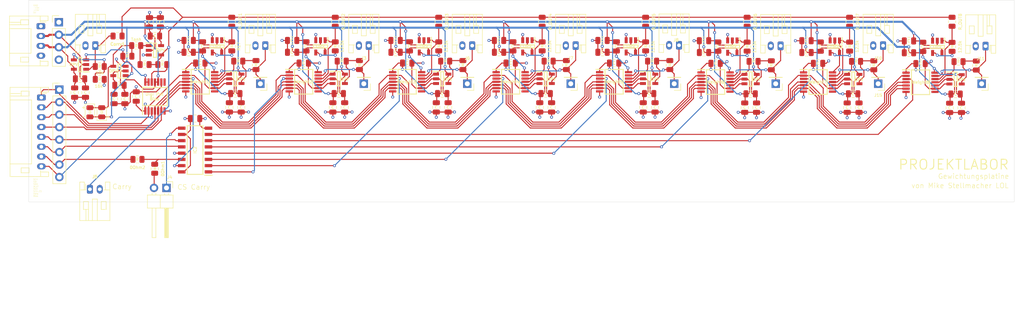
<source format=kicad_pcb>
(kicad_pcb (version 20240108) (generator "pcbnew") (generator_version "8.0")
  (layers (0 "F.Cu" signal) (1 "In1.Cu" signal) (2 "In2.Cu" signal) (31 "B.Cu" signal) (34 "B.Paste" user) (35 "F.Paste" user) (36 "B.SilkS" user "B.Silkscreen") (37 "F.SilkS" user "F.Silkscreen") (38 "B.Mask" user) (39 "F.Mask" user) (44 "Edge.Cuts" user))
  (net 0 "")
  (net 1 "GND")
  (net 2 "+5V")
  (net 3 "-15V")
  (net 4 "+15V")
  (net 5 "Net-(D1-A)")
  (net 6 "/CS7")
  (net 7 "/SCK_CS")
  (net 8 "/CS0")
  (net 9 "/CS6")
  (net 10 "/CS3")
  (net 11 "/CS1")
  (net 12 "/RCK")
  (net 13 "/Data")
  (net 14 "/CS5")
  (net 15 "/CS4")
  (net 16 "/CS2")
  (net 17 "Net-(IC3--IN)")
  (net 18 "Net-(IC3-OUT)")
  (net 19 "/Weight0/OUT")
  (net 20 "Net-(IC4--IN)")
  (net 21 "Net-(IC5--IN)")
  (net 22 "Net-(IC5-OUT)")
  (net 23 "Net-(IC6--IN)")
  (net 24 "/Weight1/OUT")
  (net 25 "Net-(IC7--IN)")
  (net 26 "Net-(IC7-OUT)")
  (net 27 "Net-(IC8--IN)")
  (net 28 "/Weight2/OUT")
  (net 29 "Net-(IC9-OUT)")
  (net 30 "Net-(IC9--IN)")
  (net 31 "/Weight3/OUT")
  (net 32 "Net-(IC10--IN)")
  (net 33 "Net-(IC11-OUT)")
  (net 34 "Net-(IC11--IN)")
  (net 35 "Net-(IC12--IN)")
  (net 36 "/Weight4/OUT")
  (net 37 "Net-(IC13-OUT)")
  (net 38 "Net-(IC13--IN)")
  (net 39 "/Weight5/OUT")
  (net 40 "Net-(IC14--IN)")
  (net 41 "Net-(IC15-OUT)")
  (net 42 "Net-(IC15--IN)")
  (net 43 "/Weight6/OUT")
  (net 44 "Net-(IC16--IN)")
  (net 45 "Net-(IC17--IN)")
  (net 46 "Net-(IC17-OUT)")
  (net 47 "/Weight7/OUT")
  (net 48 "Net-(IC18--IN)")
  (net 49 "/IN1")
  (net 50 "/IN4")
  (net 51 "/IN0")
  (net 52 "/IN3")
  (net 53 "/IN2")
  (net 54 "/IN7")
  (net 55 "/IN5")
  (net 56 "/IN6")
  (net 57 "/Bias")
  (net 58 "WLAT")
  (net 59 "SDI")
  (net 60 "SCK")
  (net 61 "SDO")
  (net 62 "Net-(Weight9-P0W)")
  (net 72 "Net-(IC2-QH')")
  (net 73 "Net-(J4-Pin_2)")
  (net 74 "Net-(IC2-SI)")
  (net 75 "Net-(IC19-OUT)")
  (net 76 "/Carry")
  (net 77 "Net-(IC20--IN)")
  (net 78 "Net-(IC20-OUT)")
  (net 79 "Net-(D1-K)")
  (footprint "Capacitor_SMD:C_0805_2012Metric" (layer "F.Cu") (at 115 31.6)
    (property "Reference" "C8" (hide yes))
    (property "Value" "100nF")
  )
  (footprint "SamacSys_Parts:SOT95P280X145-5N" (layer "F.Cu") (at 206.1125 34.8)
    (property "Reference" "IC11" (hide yes))
    (property "Value" "OPA189IDBVR" (hide yes))
  )
  (footprint "Capacitor_SMD:C_0805_2012Metric" (layer "F.Cu") (at 220.05 28.2505 -90)
    (property "Reference" "C49" (hide yes))
    (property "Value" "100nF")
  )
  (footprint "Resistor_SMD:R_0805_2012Metric" (layer "F.Cu") (at 210.3125 32 90)
    (property "Reference" "R9" (hide yes))
    (property "Value" "R")
  )
  (footprint "Capacitor_SMD:C_0805_2012Metric" (layer "F.Cu") (at 99.7 38.9 90)
    (property "Reference" "C19" (hide yes))
    (property "Value" "100nF")
  )
  (footprint "Capacitor_SMD:C_0805_2012Metric" (layer "F.Cu") (at 105.8 26.1)
    (property "Reference" "C59" (hide yes))
    (property "Value" "100nF")
  )
  (footprint "Connector_JST:JST_PH_S2B-PH-K_1x02_P2.00mm_Horizontal" (layer "F.Cu") (at 149.2 28.05 180)
    (property "Reference" "J3")
    (property "Value" "Conn_01x02")
  )
  (footprint "Resistor_SMD:R_0805_2012Metric" (layer "F.Cu") (at 143.7125 31.2 180)
    (property "Reference" "R4" (hide yes))
    (property "Value" "R")
  )
  (footprint "Connector_JST:JST_PH_S2B-PH-K_1x02_P2.00mm_Horizontal" (layer "F.Cu") (at 191.2 28.05 180)
    (property "Reference" "J7")
    (property "Value" "Conn_01x02")
  )
  (footprint "Connector_JST:JST_PH_S2B-PH-K_1x02_P2.00mm_Horizontal" (layer "F.Cu") (at 93.7 28.05 180)
    (property "Reference" "J1" (hide yes))
    (property "Value" "Conn_01x02")
  )
  (footprint "Capacitor_SMD:C_0805_2012Metric" (layer "F.Cu") (at 175.65 29.4)
    (property "Reference" "C34" (hide yes))
    (property "Value" "100nF")
  )
  (footprint "Resistor_SMD:R_0805_2012Metric" (layer "F.Cu") (at 206.7125 31.2 180)
    (property "Reference" "R10" (hide yes))
    (property "Value" "R")
  )
  (footprint "Connector_PinHeader_2.54mm:PinHeader_1x02_P2.54mm_Horizontal" (layer "F.Cu") (at 108.15 56.975 -90)
    (property "Reference" "J4")
    (property "Value" "Conn_01x02")
  )
  (footprint "Capacitor_SMD:C_0805_2012Metric" (layer "F.Cu") (at 102 38.4 -90)
    (property "Reference" "C2" (hide yes))
    (property "Value" "100nF")
  )
  (footprint "Capacitor_SMD:C_0805_2012Metric" (layer "F.Cu") (at 112.65 27)
    (property "Reference" "C7" (hide yes))
    (property "Value" "100nF")
  )
  (footprint "Capacitor_SMD:C_0805_2012Metric" (layer "F.Cu") (at 122.1125 37.8)
    (property "Reference" "C5" (hide yes))
    (property "Value" "100nF")
  )
  (footprint "Capacitor_SMD:C_0805_2012Metric" (layer "F.Cu") (at 90.6 34.8)
    (property "Reference" "C35" (hide yes))
    (property "Value" "100nF")
  )
  (footprint "Capacitor_SMD:C_0805_2012Metric" (layer "F.Cu") (at 133.65 27)
    (property "Reference" "C15" (hide yes))
    (property "Value" "100nF")
  )
  (footprint "Capacitor_SMD:C_0805_2012Metric" (layer "F.Cu") (at 162.9125 40.6 90)
    (property "Reference" "C20" (hide yes))
    (property "Value" "100nF")
  )
  (footprint "Connector_JST:JST_PH_S2B-PH-K_1x02_P2.00mm_Horizontal" (layer "F.Cu") (at 92.6 57.25)
    (property "Reference" "J5")
    (property "Value" "Conn_01x02")
  )
  (footprint "Capacitor_SMD:C_0805_2012Metric" (layer "F.Cu") (at 97.5 38.9 90)
    (property "Reference" "C3" (hide yes))
    (property "Value" "100nF")
  )
  (footprint "SamacSys_Parts:SOT95P280X145-5N" (layer "F.Cu") (at 98.6 33.2 180)
    (property "Reference" "IC1" (hide yes))
    (property "Value" "OPA189IDBVR" (hide yes))
  )
  (footprint "SamacSys_Parts:SOP65P640X120-14N" (layer "F.Cu") (at 240.4 35.4505)
    (property "Reference" "Weight7")
    (property "Value" "MCP41HV51-503E_ST" (hide yes))
  )
  (footprint "SamacSys_Parts:SOT95P280X145-5N" (layer "F.Cu") (at 118.4 28.2 -90)
    (property "Reference" "IC4" (hide yes))
    (property "Value" "OPA189IDBVR" (hide yes))
  )
  (footprint "SamacSys_Parts:SOT95P280X145-5N" (layer "F.Cu") (at 122.1125 34.8)
    (property "Reference" "IC3" (hide yes))
    (property "Value" "OPA189IDBVR" (hide yes))
  )
  (footprint "Resistor_SMD:R_0805_2012Metric" (layer "F.Cu") (at 147.3125 32 90)
    (property "Reference" "R3" (hide yes))
    (property "Value" "R")
  )
  (footprint "Capacitor_SMD:C_0805_2012Metric" (layer "F.Cu") (at 261.65 28.3 -90)
    (property "Reference" "C65" (hide yes))
    (property "Value" "100nF")
  )
  (footprint "Resistor_SMD:R_0805_2012Metric" (layer "F.Cu") (at 121.4 23.2 -90)
    (property "Reference" "R_OUT1" (hide yes))
    (property "Value" "R")
  )
  (footprint "Connector_PinHeader_2.54mm:PinHeader_1x01_P2.54mm_Vertical" (layer "F.Cu") (at 231.8 35.8 180)
    (property "Reference" "J16" (hide yes))
    (property "Value" "Conn_01x01")
  )
  (footprint "Resistor_SMD:R_0805_2012Metric" (layer "F.Cu") (at 227.3125 31.2505 180)
    (property "Reference" "R12" (hide yes))
    (property "Value" "R")
  )
  (footprint "Capacitor_SMD:C_0805_2012Metric" (layer "F.Cu") (at 136 31.6)
    (property "Reference" "C16" (hide yes))
    (property "Value" "100nF")
  )
  (footprint "Capacitor_SMD:C_0805_2012Metric" (layer "F.Cu") (at 133.65 29.4)
    (property "Reference" "C18" (hide yes))
    (property "Value" "100nF")
  )
  (footprint "Resistor_SMD:R_0805_2012Metric" (layer "F.Cu") (at 107.3 31.9 180)
    (property "Reference" "R_OUT9" (hide yes))
    (property "Value" "R")
  )
  (footprint "SamacSys_Parts:SOP65P640X120-14N" (layer "F.Cu") (at 178 35.4)
    (property "Reference" "Weight4")
    (property "Value" "MCP41HV51-503E_ST" (hide yes))
  )
  (footprint "Connector_PinHeader_2.54mm:PinHeader_1x01_P2.54mm_Vertical" (layer "F.Cu") (at 211.2 35.8 180)
    (property "Reference" "J17" (hide yes))
    (property "Value" "Conn_01x01")
  )
  (footprint "Diode_SMD:D_0805_2012Metric" (layer "F.Cu") (at 92.6 41.6 -90)
    (property "Reference" "D1" (hide yes))
    (property "Value" "D")
  )
  (footprint "SamacSys_Parts:SOT95P280X145-5N" (layer "F.Cu") (at 143.1125 34.8)
    (property "Reference" "IC5" (hide yes))
    (property "Value" "OPA189IDBVR" (hide yes))
  )
  (footprint "SamacSys_Parts:SOT95P280X145-5N" (layer "F.Cu") (at 243.8 28.2505 -90)
    (property "Reference" "IC16" (hide yes))
    (property "Value" "OPA189IDBVR" (hide yes))
  )
  (footprint "Resistor_SMD:R_0805_2012Metric" (layer "F.Cu") (at 102 28.042099)
    (property "Reference" "R_Tan_Vor1" (hide yes))
    (property "Value" "39k")
  )
  (footprint "Capacitor_SMD:C_0805_2012Metric" (layer "F.Cu") (at 207.3125 40.6 90)
    (property "Reference" "C38" (hide yes))
    (property "Value" "100nF")
  )
  (footprint "Capacitor_SMD:C_0805_2012Metric" (layer "F.Cu") (at 175.65 27)
    (property "Reference" "C31" (hide yes))
    (property "Value" "100nF")
  )
  (footprint "Capacitor_SMD:C_0805_2012Metric" (layer "F.Cu") (at 157 31.6)
    (property "Reference" "C24" (hide yes))
    (property "Value" "100nF")
  )
  (footprint "Resistor_SMD:R_0805_2012Metric" (layer "F.Cu") (at 205.4 23.2 -90)
    (property "Reference" "R_OUT5")
    (property "Value" "R")
  )
  (footprint "Diode_SMD:D_0805_2012Metric" (layer "F.Cu") (at 95 41.6 90)
    (property "Reference" "D2" (hide yes))
    (property "Value" "D")
  )
  (footprint "SamacSys_Parts:SOT95P280X145-5N" (layer "F.Cu") (at 185.1125 34.8)
    (property "Reference" "IC9" (hide yes))
    (property "Value" "OPA189IDBVR" (hide yes))
  )
  (footprint "SamacSys_Parts:SOT95P280X145-5N" (layer "F.Cu") (at 164.1125 34.8)
    (property "Reference" "IC7" (hide yes))
    (property "Value" "OPA189IDBVR" (hide yes))
  )
  (footprint "Capacitor_SMD:C_0805_2012Metric" (layer "F.Cu") (at 185.1125 37.8)
    (property "Reference" "C29" (hide yes))
    (property "Value" "100nF")
  )
  (footprint "Capacitor_SMD:C_0805_2012Metric" (layer "F.Cu") (at 238.05 27.0505)
    (property "Reference" "C55" (hide yes))
    (property "Value" "100nF")
  )
  (footprint "Resistor_SMD:R_0805_2012Metric" (layer "F.Cu") (at 121.4 28.2 -90)
    (property "Reference" "R17")
    (property "Value" "12.5k")
  )
  (footprint "Connector_PinHeader_2.54mm:PinHeader_1x01_P2.54mm_Vertical" (layer "F.Cu") (at 148.2 35.8 180)
    (property "Reference" "J20" (hide yes))
    (property "Value" "Conn_01x01")
  )
  (footprint "Resistor_SMD:R_0805_2012Metric" (layer "F.Cu") (at 184.4 23.2 -90)
    (property "Reference" "R_OUT4")
    (property "Value" "R")
  )
  (footprint "Resistor_SMD:R_0805_2012Metric" (layer "F.Cu") (at 122.7125 31.2 180)
    (property "Reference" "R2" (hide yes))
    (property "Value" "R")
  )
  (footprint "Capacitor_SMD:C_0805_2012Metric" (layer "F.Cu") (at 267.1125 40.7 90)
    (property "Reference" "C60" (hide yes))
    (property "Value" "100nF")
  )
  (footprint "Capacitor_SMD:C_0805_2012Metric" (layer "F.Cu") (at 204.9125 40.6 90)
    (property "Reference" "C36" (hide yes))
    (property "Value" "100nF")
  )
  (footprint "Connector_JST:JST_PH_S2B-PH-K_1x02_P2.00mm_Horizontal" (layer "F.Cu") (at 232.8 28.1005 180)
    (property "Reference" "J9" (hide yes))
    (property "Value" "Conn_01x02")
  )
  (footprint "Capacitor_SMD:C_0805_2012Metric" (layer "F.Cu") (at 206.1125 37.8)
    (property "Reference" "C37" (hide yes))
    (property "Value" "100nF")
  )
  (footprint "Capacitor_SMD:C_0805_2012Metric" (layer "F.Cu") (at 247.5125 37.8505)
    (property "Reference" "C53" (hide yes))
    (property "Value" "100nF")
  )
  (footprint "Resistor_SMD:R_0805_2012Metric" (layer "F.Cu") (at 102.25 51.175 180)
    (property "Reference" "0Ohm2")
    (property "Value" "R")
  )
  (footprint "Capacitor_SMD:C_0805_2012Metric" (layer "F.Cu") (at 219.6 31.6505)
    (property "Reference" "C48" (hide yes))
    (property "Value" "100nF")
  )
  (footprint "Resistor_SMD:R_0805_2012Metric" (layer "F.Cu") (at 94.6 32.3)
    (property "Reference" "OPV2" (hide yes))
    (property "Value" "10k")
  )
  (footprint "Resistor_SMD:R_0805_2012Metric" (layer "F.Cu") (at 205.4 28.2 -90)
    (property "Reference" "R21" (hide yes))
    (property "Value" "12.5k")
  )
  (footprint "Capacitor_SMD:C_0805_2012Metric" (layer "F.Cu") (at 136.45 28.2 -90)
    (property "Reference" "C17" (hide yes))
    (property "Value" "100nF")
  )
  (footprint "Capacitor_SMD:C_0805_2012Metric" (layer "F.Cu") (at 123.3125 40.6 90)
    (property "Reference" "C6" (hide yes))
    (property "Value" "100nF")
  )
  (footprint "Connector_PinHeader_2.54mm:PinHeader_1x01_P2.54mm_Vertical" (layer "F.Cu") (at 190.2 35.8 180)
    (property "Reference" "J18" (hide yes))
    (property "Value" "Conn_01x01")
  )
  (footprint "Capacitor_SMD:C_0805_2012Metric" (layer "F.Cu") (at 104.7 23.3 -90)
    (property "Reference" "C51" (hide yes))
    (property "Value" "100nF")
  )
  (footprint "Resistor_SMD:R_0805_2012Metric" (layer "F.Cu") (at 142.4 23.2 -90)
    (property "Reference" "R_OUT2")
    (property "Value" "R")
  )
  (footprint "SamacSys_Parts:SOP65P640X120-14N" (layer "F.Cu") (at 219.6 35.4505)
    (property "Reference" "Weight6")
    (property "Value" "MCP41HV51-503E_ST" (hide yes))
  )
  (footprint "Capacitor_SMD:C_0805_2012Metric" (layer "F.Cu") (at 238.05 29.4505)
    (property "Reference" "C58" (hide yes))
    (property "Value" "100nF")
  )
  (footprint "SamacSys_Parts:SOT95P280X145-5N" (layer "F.Cu") (at 202.4 28.2 -90)
    (property "Reference" "IC12" (hide yes))
    (property "Value" "OPA189IDBVR" (hide yes))
  )
  (footprint "Capacitor_SMD:C_0805_2012Metric" (layer "F.Cu") (at 261.2 31.7)
    (property "Reference" "C64" (hide yes))
    (property "Value" "100nF")
  )
  (footprint "Capacitor_SMD:C_0805_2012Metric" (layer "F.Cu") (at 248.7125 40.6505 90)
    (property "Reference" "C54" (hide yes))
    (property "Value" "100nF")
  )
  (footprint "Resistor_SMD:R_0805_2012Metric" (layer "F.Cu") (at 98.2125 26.1 180)
    (property "Reference" "Carry1")
    (property "Value" "0Ohm")
  )
  (footprint "SamacSys_Parts:SOT95P280X145-5N" (layer "F.Cu") (at 105.8 29)
    (property "Reference" "IC19" (hide yes))
    (property "Value" "OPA189IDBVR" (hide yes))
  )
  (footprint "Resistor_SMD:R_0805_2012Metric" (layer "F.Cu") (at 94.6 34.9)
    (property "Reference" "OPV1" (hide yes))
    (property "Value" "16k")
  )
  (footprint "Capacitor_SMD:C_0805_2012Metric" (layer "F.Cu") (at 240.85 28.2505 -90)
    (property "Reference" "C57" (hide yes))
    (property "Value" "100nF")
  )
  (footprint "Capacitor_SMD:C_0805_2012Metric" (layer "F.Cu") (at 227.9125 40.6505 90)
    (property "Reference" "C46" (hide yes))
    (property "Value" "100nF")
  )
  (footprint "Capacitor_SMD:C_0805_2012Metric" (layer "F.Cu") (at 154.65 29.4)
    (property "Reference" "C26" (hide yes))
    (property "Value" "100nF")
  )
  (footprint "Capacitor_SMD:C_0805_2012Metric" (layer "F.Cu") (at 98.6 36.1)
    (property "Reference" "C11" (hide yes))
    (property "Value" "100nF")
  )
  (footprint "SamacSys_Parts:SOP65P640X120-14N" (layer "F.Cu") (at 105.8 38.4 90)
    (property "Reference" "Weight9" (hide yes))
    (property "Value" "MCP41HV51-503E_ST" (hide yes))
  )
  (footprint "Connector_JST:JST_PH_S2B-PH-K_1x02_P2.00mm_Horizontal" (layer "F.Cu") (at 128.2 28.05 180)
    (property "Reference" "J2" (hide yes))
    (property "Value" "Conn_01x02")
  )
  (footprint "Capacitor_SMD:C_0805_2012Metric" (layer "F.Cu") (at 246.3125 40.6505 90)
    (property "Reference" "C52" (hide yes))
    (property "Value" "100nF")
  )
  (footprint "Connector_PinHeader_2.54mm:PinHeader_1x01_P2.54mm_Vertical" (layer "F.Cu") (at 169.2 35.8 180)
    (property "Reference" "J19" (hide yes))
    (property "Value" "Conn_01x01")
  )
  (footprint "Capacitor_SMD:C_0805_2012Metric" (layer "F.Cu") (at 258.85 29.5)
    (property "Reference" "C66" (hide yes))
    (property "Value" "100nF")
  )
  (footprint "SamacSys_Parts:SOT95P280X145-5N" (layer "F.Cu") (at 139.4 28.2 -90)
    (property "Reference" "IC6" (hide yes))
    (property "Value" "OPA189IDBVR" (hide yes))
  )
  (footprint "Capacitor_SMD:C_0805_2012Metric" (layer "F.Cu") (at 91.7 37.6 90)
    (property "Reference" "C43" (hide yes))
    (property "Value" "100nF")
  )
  (footprint "Resistor_SMD:R_0805_2012Metric" (layer "F.Cu") (at 142.4 28.2 -90)
    (property "Reference" "R18" (hide yes))
    (property "Value" "12.5k")
  )
  (footprint "Capacitor_SMD:C_0805_2012Metric" (layer "F.Cu") (at 217.25 27.0505)
    (property "Reference" "C47" (hide yes))
    (property "Value" "100nF")
  )
  (footprint "Resistor_SMD:R_0805_2012Metric" (layer "F.Cu") (at 100.2 30.2)
    (property "Reference" "Tanh1" (hide yes))
    (property "Value" "R")
  )
  (footprint "SamacSys_Parts:SOP65P640X120-14N" (layer "F.Cu") (at 261.2 35.5)
    (property "Reference" "Weight8")
    (property "Value" "MCP41HV51-503E_ST" (hide yes))
  )
  (footprint "Connector_JST:JST_PH_S2B-PH-K_1x02_P2.00mm_Horizontal" (layer "F.Cu") (at 274.4 28.15 180)
    (property "Reference" "J11")
    (property "Value" "Conn_01x02")
  )
  (footprint "Resistor_SMD:R_0805_2012Metric" (layer "F.Cu") (at 168.3125 32 90)
    (property "Reference" "R5" (hide yes))
    (property "Value" "R")
  )
  (footprint "Resistor_SMD:R_0805_2012Metric" (layer "F.Cu") (at 105.75 53.075 -90)
    (property "Reference" "0Ohm1")
    (property "Value" "R")
  )
  (footprint "SamacSys_Parts:SOT95P280X145-5N" (layer "F.Cu") (at 90.6 31.9 180)
    (property "Reference" "IC20" (hide yes))
    (property "Value" "OPA189IDBVR" (hide yes))
  )
  (footprint "Resistor_SMD:R_0805_2012Metric" (layer "F.Cu") (at 184.4 28.2 -90)
    (property "Reference" "R20" (hide yes))
    (property "Value" "12.5k")
  )
  (footprint "Capacitor_SMD:C_0805_2012Metric" (layer "F.Cu") (at 226.7125 37.8505)
    (property "Reference" "C45" (hide yes))
    (property "Value" "100nF")
  )
  (footprint "SamacSys_Parts:SOP65P640X120-14N" (layer "F.Cu") (at 157 35.4)
    (property "Reference" "Weight3")
    (property "Value" "MCP41HV51-503E_ST" (hide yes))
  )
  (footprint "Capacitor_SMD:C_0805_2012Metric" (layer "F.Cu") (at 178 31.6)
    (property "Reference" "C32" (hide yes))
    (property "Value" "100nF")
  )
  (footprint "Connector_PinHeader_2.54mm:PinHeader_1x01_P2.54mm_Vertical" (layer "F.Cu") (at 127.2 35.8 180)
    (property "Reference" "J21" (hide yes))
    (property "Value" "Conn_01x01")
  )
  (footprint "Capacitor_SMD:C_0805_2012Metric" (layer "F.Cu") (at 113.95 42.875)
    (property "Reference" "C1" (hide yes))
    (property "Value" "100nF")
  )
  (footprint "Resistor_SMD:R_0805_2012Metric" (layer "F.Cu") (at 163.4 28.2 -90)
    (property "Reference" "R19" (hide yes))
    (property "Value" "12.5k")
  )
  (footprint "Capacitor_SMD:C_0805_2012Metric" (layer "F.Cu") (at 89.5 37.6 90)
    (property "Reference" "C27" (hide yes))
    (property "Value" "100nF")
  )
  (footprint "Resistor_SMD:R_0805_2012Metric" (layer "F.Cu") (at 103.7 31.9)
    (property "Reference" "R_Tan_Vor2" (hide yes))
    (property "Value" "10k")
  )
  (footprint "Capacitor_SMD:C_0805_2012Metric" (layer "F.Cu") (at 165.3125 40.6 90)
    (property "Reference" "C22" (hide yes))
    (property "Value" "100nF")
  )
  (footprint "SamacSys_Parts:SOT95P280X145-5N" (layer "F.Cu") (at 181.4 28.2 -90)
    (property "Reference" "IC10" (hide yes))
    (property "Value" "OPA189IDBVR" (hide yes))
  )
  (footprint "SamacSys_Parts:SOT95P280X145-5N" (layer "F.Cu") (at 226.7125 34.8505)
    (property "Reference" "IC13" (hide yes))
    (property "Value" "OPA189IDBVR" (hide yes))
  )
  (footprint "Connector_JST:JST_PH_S8B-PH-K_1x08_P2.00mm_Horizontal" (layer "F.Cu") (at 82.75 38.6 -90)
    (property "Reference" "J23" (hide yes))
    (property "Value" "Conn_01x08_Pin")
  )
  (footprint "Resistor_SMD:R_0805_2012Metric" (layer "F.Cu") (at 267.6 28.3 -90)
    (property "Reference" "R24" (hide yes))
    (property "Value" "12.5k")
  )
  (footprint "Capacitor_SMD:C_0805_2012Metric" (layer "F.Cu") (at 178.45 28.2 -90)
    (property "Reference" "C33" (hide yes))
    (property "Value" "100nF")
  )
  (footprint "Capacitor_SMD:C_0805_2012Metric" (layer "F.Cu") (at 141.9125 40.6 90)
    (property "Reference" "C12" (hide yes))
    (property "Value" "100nF")
  )
  (footprint "Connector_JST:JST_PH_S2B-PH-K_1x02_P2.00mm_Horizontal" (layer "F.Cu") (at 253.6 28.0505 180)
    (property "Reference" "J10")
    (property "Value" "Conn_01x02")
  )
  (footprint "Resistor_SMD:R_0805_2012Metric" (layer "F.Cu") (at 248.1125 31.2505 180)
    (property "Reference" "R14" (hide yes))
    (property "Value" "R")
  )
  (footprint "SamacSys_Parts:SOP65P640X120-14N" (layer "F.Cu") (at 199 35.4)
    (property "Reference" "Weight5")
    (property "Value" "MCP41HV51-503E_ST" (hide yes))
  )
  (footprint "Capacitor_SMD:C_0805_2012Metric" (layer "F.Cu") (at 196.65 29.4)
    (property "Reference" "C42" (hide yes))
    (property "Value" "100nF")
  )
  (footprint "Capacitor_SMD:C_0805_2012Metric" (layer "F.Cu") (at 217.25 29.4505)
    (property "Reference" "C50" (hide yes))
    (property "Value" "100nF")
  )
  (footprint "Capacitor_SMD:C_0805_2012Metric" (layer "F.Cu") (at 225.5125 40.6505 90)
    (property "Reference" "C44" (hide yes))
    (property "Value" "100nF")
  )
  (footprint "Resistor_SMD:R_0805_2012Metric" (layer "F.Cu") (at 185.7125 31.2 180)
    (property "Reference" "R8" (hide yes))
    (property "Value" "R")
  )
  (footprint "SamacSys_Parts:SOT95P280X145-5N" (layer "F.Cu") (at 268.3125 34.9)
    (property "Reference" "IC17" (hide yes))
    (property "Value" "OPA189IDBVR" (hide yes))
  )
  (footprint "Resistor_SMD:R_0805_2012Metric" (layer "F.Cu") (at 267.6 23.2 -90)
    (property "Reference" "R_OUT8")
    (property "Value" "R")
  )
  (footprint "Connector_PinHeader_2.54mm:PinHeader_1x08_P2.54mm_Vertical" (layer "F.Cu") (at 86.4 37)
    (property "Reference" "J24" (hide yes))
    (property "Value" "Conn_01x08_Pin")
  )
  (footprint "Resistor_SMD:R_0805_2012Metric" (layer "F.Cu") (at 189.3125 32 90)
    (property "Reference" "R7" (hide yes))
    (property "Value" "R")
  )
  (footprint "Connector_JST:JST_PH_S4B-PH-K_1x04_P2.00mm_Horizontal" (layer "F.Cu") (at 82.65 24.1 -90)
    (property "Reference" "J12" (hide yes))
    (property "Value" "Conn_01x04_Pin")
  )
  (footprint "Connector_PinHeader_2.54mm:PinHeader_1x01_P2.54mm_Vertical" (layer "F.Cu") (at 273.6 35.8 180)
    (property "Reference" "J14" (hide yes))
    (property "Value" "Conn_01x01")
  )
  (footprint "Capacitor_SMD:C_0805_2012Metric" (layer "F.Cu") (at 186.3125 40.6 90)
    (property "Reference" "C30" (hide yes))
    (property "Value" "100nF")
  )
  (footprint "Resistor_SMD:R_0805_2012Metric" (layer "F.Cu") (at 246.8 23.2 -90)
    (property "Reference" "R_OUT7")
    (property "Value" "R")
  )
  (footprint "Resistor_SMD:R_0805_2012Metric" (layer "F.Cu") (at 226 28.2505 -90)
    (property "Reference" "R22" (hide yes))
    (property "Value" "12.5k")
  )
  (footprint "Connector_JST:JST_PH_S2B-PH-K_1x02_P2.00mm_Horizontal" (layer "F.Cu") (at 170.2 28.05 180)
    (property "Reference" "J6")
    (property "Value" "Conn_01x02")
  )
  (footprint "Capacitor_SMD:C_0805_2012Metric" (layer "F.Cu") (at 120.9125 40.6 90)
    (property "Reference" "C4" (hide yes))
    (property "Value" "100nF")
  )
  (footprint "SamacSys_Parts:SOT95P280X145-5N" (layer "F.Cu") (at 264.6 28.3 -90)
    (property "Reference" "IC18" (hide yes))
    (property "Value" "OPA189IDBVR" (hide yes))
  )
  (footprint "Resistor_SMD:R_0805_2012Metric" (layer "F.Cu") (at 268.9125 31.3 180)
    (property "Reference" "R16" (hide yes))
    (property "Value" "R")
  )
  (footprint "SamacSys_Parts:SOT95P280X145-5N" (layer "F.Cu") (at 223 28.2505 -90)
    (property "Reference" "IC14" (hide yes))
    (property "Value" "OPA189IDBVR" (hide yes))
  )
  (footprint "Connector_PinHeader_2.54mm:PinHeader_1x04_P2.54mm_Vertical" (layer "F.Cu") (at 86.3 23.3)
    (property "Reference" "J13" (hide yes))
    (property "Value" "Conn_01x04_Pin")
  )
  (footprint "Capacitor_SMD:C_0805_2012Metric" (layer "F.Cu") (at 268.3125 37.9)
    (property "Reference" "C61" (hide yes))
    (property "Value" "100nF")
  )
  (footprint "Capacitor_SMD:C_0805_2012Metric" (layer "F.Cu") (at 115.45 28.2 -90)
    (property "Reference" "C9" (hide yes))
    (property "Value" "100nF")
  )
  (footprint "Capacitor_SMD:C_0805_2012Metric" (layer "F.Cu") (at 199 31.6)
    (property "Reference" "C40" (hide yes))
    (property "Value" "100nF")
  )
  (footprint "Resistor_SMD:R_0805_2012Metric" (layer "F.Cu") (at 251.7125 32.0505 90)
    (property "Reference" "R13" (hide yes))
    (property "Value" "R")
  )
  (footprint "Capacitor_SMD:C_0805_2012Metric" (layer "F.Cu") (at 154.65 27)
    (property "Reference" "C23" (hide yes))
    (property "Value" "100nF")
  )
  (footprint "Capacitor_SMD:C_0805_2012Metric" (layer "F.Cu") (at 269.5125 40.7 90)
    (property "Reference" "C62" (hide yes))
    (property "Value" "100nF")
  )
  (footprint "Capacitor_SMD:C_0805_2012Metric" (layer "F.Cu") (at 199.45 28.2 -90)
    (property "Reference" "C41" (hide yes))
    (property "Value" "100nF")
  )
  (footprint "SamacSys_Parts:SOT95P280X145-5N" (layer "F.Cu") (at 160.4 28.2 -90)
    (property "Reference" "IC8" (hide yes))
    (property "Value" "OPA189IDBVR" (hide yes))
  )
  (footprint "Capacitor_SMD:C_0805_2012Metric" (layer "F.Cu") (at 196.65 27)
    (property "Reference" "C39" (hide yes))
    (property "Value" "100nF")
  )
  (footprint "Capacitor_SMD:C_0805_2012Metric" (layer "F.Cu") (at 258.85 27.1)
    (property "Reference" "C63" (hide yes))
    (property "Value" "100nF")
  )
  (footprint "Capacitor_SMD:C_0805_2012Metric" (layer "F.Cu") (at 106.9 23.3 -90)
    (property "Reference" "C67" (hide yes))
    (property "Value" "100nF")
  )
  (footprint "Resistor_SMD:R_0805_2012Metric" (layer "F.Cu") (at 226 23.2 -90)
    (property "Reference" "R_OUT6")
    (property "Value" "R")
  )
  (footprint "Connector_PinHeader_2.54mm:PinHeader_1x01_P2.54mm_Vertical" (layer "F.Cu") (at 252.6 35.8 180)
    (property "Reference" "J15")
    (property "Value" "Conn_01x01")
  )
  (footprint "Capacitor_SMD:C_0805_2012Metric" (layer "F.Cu") (at 144.3125 40.6 90)
    (property "Reference" "C14" (hide yes))
    (property "Value" "100nF")
  )
  (footprint "SamacSys_Parts:SOP65P640X120-14N" (layer "F.Cu") (at 115 35.4)
    (property "Reference" "Weight1")
    (property "Value" "MCP41HV51-503E_ST" (hide yes))
  )
  (footprint "Capacitor_SMD:C_0805_2012Metric" (layer "F.Cu") (at 164.1125 37.8)
    (property "Reference" "C21" (hide yes))
    (property "Value" "100nF")
  )
  (footprint "Resistor_SMD:R_0805_2012Metric" (layer "F.Cu") (at 230.9125 32.0505 90)
    (property "Reference" "R11" (hide yes))
    (property "Value" "R")
  )
  (footprint "Resistor_SMD:R_0805_2012Metric" (layer "F.Cu") (at 163.4 23.2 -90)
    (property "Reference" "R_OUT3")
    (property "Value" "R")
  )
  (footprint "Resistor_SMD:R_0805_2012Metric" (layer "F.Cu") (at 246.8 28.2505 -90)
    (property "Reference" "R23" (hide yes))
    (property "Value" "12.5k")
  )
  (footprint "Resistor_SMD:R_0805_2012Metric" (layer "F.Cu") (at 126.3125 32 90)
    (property "Reference" "R1" (hide yes))
    (property "Value" "R")
  )
  (footprint "Capacitor_SMD:C_0805_2012Metric" (layer "F.Cu") (at 112.65 29.4)
    (property "Reference" "C10" (hide yes))
    (property "Value" "100nF")
  )
  (footprint "Capacitor_SMD:C_0805_2012Metric" (layer "F.Cu") (at 157.45 28.2 -90)
    (property "Reference" "C25" (hide yes))
    (property "Value" "100nF")
  )
  (footprint "SamacSys_Parts:SOP65P640X120-14N" (layer "F.Cu") (at 136 35.4)
    (property "Reference" "Weight2")
    (property "Value" "MCP41HV51-503E_ST" (hide yes))
  )
  (footprint "Resistor_SMD:R_0805_2012Metric" (layer "F.Cu") (at 272.5125 32.1 90)
    (property "Reference" "R15" (hide yes))
    (property "Value" "R")
  )
  (footprint "Resistor_SMD:R_0805_2012Metric" (layer "F.Cu") (at 164.7125 31.2 180)
    (property "Reference" "R6" (hide yes))
    (property "Value" "R")
  )
  (footprint "SamacSys_Parts:SOIC127P600X175-16N" (layer "F.Cu") (at 113.95 49.275 180)
    (property "Reference" "IC2")
    (property "Value" "74HC595D_BJ_" (hide yes))
  )
  (footprint "Connector_JST:JST_PH_S2B-PH-K_1x02_P2.00mm_Horizontal" (layer "F.Cu") (at 212.173173 27.976536 180)
    (property "Reference" "J8")
    (property "Value" "Conn_01x02")
  )
  (footprint "Capacitor_SMD:C_0805_2012Metric" (layer "F.Cu") (at 183.9125 40.6 90)
    (property "Reference" "C28" (hide yes))
    (property "Value" "100nF")
  )
  (footprint "SamacSys_Parts:SOT95P280X145-5N" (layer "F.Cu") (at 247.547998 34.845035)
    (property "Reference" "IC15" (hide yes))
    (property "Value" "OPA189IDBVR" (hide yes))
  )
  (footprint "Capacitor_SMD:C_0805_2012Metric" (layer "F.Cu") (at 240.4 31.6505)
    (property "Reference" "C56" (hide yes))
    (property "Value" "100nF")
  )
  (footprint "Capacitor_SMD:C_0805_2012Metric" (layer "F.Cu") (at 143.1125 37.8)
    (property "Reference" "C13" (hide yes))
    (property "Value" "100nF")
  )
  (gr_rect (start 80.2 18.8) (end 280.2 59.8) (stroke (width 0.05)) (fill none) (layer "Edge.Cuts"))
  (gr_text "R\n" (at 94.6 34.9 0) (layer "F.SilkS") (effects (font (size 0.6 0.6) (thickness 0.12))))
  (gr_text "R\n" (at 268.9 31.3 0) (layer "F.SilkS") (effects (font (size 0.6 0.6) (thickness 0.12))))
  (gr_text "R" (at 105.8 53.1 0) (layer "F.SilkS") (effects (font (size 0.6 0.6) (thickness 0.12))))
  (gr_text "C" (at 199 31.6 0) (layer "F.SilkS") (effects (font (size 0.6 0.6) (thickness 0.12))))
  (gr_text "C" (at 248.7 40.6505 0) (layer "F.SilkS") (effects (font (size 0.6 0.6) (thickness 0.12))))
  (gr_text "R\n" (at 107.3 31.9 0) (layer "F.SilkS") (effects (font (size 0.6 0.6) (thickness 0.12))))
  (gr_text "C" (at 115 31.6 0) (layer "F.SilkS") (effects (font (size 0.6 0.6) (thickness 0.12))))
  (gr_text "OPV" (at 186.3 34.9 0) (layer "F.SilkS") (effects (font (size 0.6 0.6) (thickness 0.12))))
  (gr_text "R\n" (at 164.7 31.2 0) (layer "F.SilkS") (effects (font (size 0.6 0.6) (thickness 0.12))))
  (gr_text "R\n" (at 210.3 32 0) (layer "F.SilkS") (effects (font (size 0.6 0.6) (thickness 0.12))))
  (gr_text "C" (at 106.9 23.3 0) (layer "F.SilkS") (effects (font (size 0.6 0.6) (thickness 0.12))))
  (gr_text "R\n" (at 189.3 32 0) (layer "F.SilkS") (effects (font (size 0.6 0.6) (thickness 0.12))))
  (gr_text "D" (at 95 41.6 0) (layer "F.SilkS") (effects (font (size 0.6 0.6) (thickness 0.12))))
  (gr_text "C" (at 162.9 40.6 0) (layer "F.SilkS") (effects (font (size 0.6 0.6) (thickness 0.12))))
  (gr_text "R\n" (at 248.1 31.2505 0) (layer "F.SilkS") (effects (font (size 0.6 0.6) (thickness 0.12))))
  (gr_text "12.5k" (at 269.2 28.3 90) (layer "F.SilkS") (effects (font (size 0.6 0.6) (thickness 0.12))))
  (gr_text "R\n" (at 100.2 30.2 0) (layer "F.SilkS") (effects (font (size 0.6 0.6) (thickness 0.12))))
  (gr_text "R\n" (at 226 28.2505 0) (layer "F.SilkS") (effects (font (size 0.6 0.6) (thickness 0.12))))
  (gr_text "C" (at 227.9 40.6505 0) (layer "F.SilkS") (effects (font (size 0.6 0.6) (thickness 0.12))))
  (gr_text "-" (at 96.3 40.6 0) (layer "F.SilkS") (effects (font (size 0.6 0.6) (thickness 0.12))))
  (gr_text "C" (at 133.6 29.4 0) (layer "F.SilkS") (effects (font (size 0.6 0.6) (thickness 0.12))))
  (gr_text "C" (at 91.7 37.6 0) (layer "F.SilkS") (effects (font (size 0.6 0.6) (thickness 0.12))))
  (gr_text "C" (at 141.9 40.6 0) (layer "F.SilkS") (effects (font (size 0.6 0.6) (thickness 0.12))))
  (gr_text "R_OUT1\n" (at 123.1 23.1 90) (layer "F.SilkS") (effects (font (size 0.6 0.6) (thickness 0.12))))
  (gr_text "C" (at 240.8 28.2505 0) (layer "F.SilkS") (effects (font (size 0.6 0.6) (thickness 0.12))))
  (gr_text "12.5k" (at 227.5 28.3 90) (layer "F.SilkS") (effects (font (size 0.6 0.6) (thickness 0.12))))
  (gr_text "OPV" (at 248.7 34.9505 0) (layer "F.SilkS") (effects (font (size 0.6 0.6) (thickness 0.12))))
  (gr_text "C" (at 97.5 38.9 0) (layer "F.SilkS") (effects (font (size 0.6 0.6) (thickness 0.12))))
  (gr_text "R\n" (at 122.7 31.2 0) (layer "F.SilkS") (effects (font (size 0.6 0.6) (thickness 0.12))))
  (gr_text "C" (at 268.3 37.9 0) (layer "F.SilkS") (effects (font (size 0.6 0.6) (thickness 0.12))))
  (gr_text "C" (at 105.8 26.1 0) (layer "F.SilkS") (effects (font (size 0.6 0.6) (thickness 0.12))))
  (gr_text "GND\n-15V\n+15V\n5V\n" (at 81.1 21.5 0) (layer "F.SilkS") (effects (font (size 0.3 0.3) (thickness 0.0375)) (justify left bottom)))
  (gr_text "C" (at 157 31.6 0) (layer "F.SilkS") (effects (font (size 0.6 0.6) (thickness 0.12))))
  (gr_text "C" (at 157.4 28.2 0) (layer "F.SilkS") (effects (font (size 0.6 0.6) (thickness 0.12))))
  (gr_text "C" (at 226.7 37.8505 0) (layer "F.SilkS") (effects (font (size 0.6 0.6) (thickness 0.12))))
  (gr_text "12.5k" (at 143.8 28.2 90) (layer "F.SilkS") (effects (font (size 0.6 0.6) (thickness 0.12))))
  (gr_text "C" (at 154.6 29.4 0) (layer "F.SilkS") (effects (font (size 0.6 0.6) (thickness 0.12))))
  (gr_text "C" (at 99.7 38.9 0) (layer "F.SilkS") (effects (font (size 0.6 0.6) (thickness 0.12))))
  (gr_text "R\n" (at 251.7 32.0505 0) (layer "F.SilkS") (effects (font (size 0.6 0.6) (thickness 0.12))))
  (gr_text "R\n" (at 227.3 31.2505 0) (layer "F.SilkS") (effects (font (size 0.6 0.6) (thickness 0.12))))
  (gr_text "C" (at 217.2 29.4505 0) (layer "F.SilkS") (effects (font (size 0.6 0.6) (thickness 0.12))))
  (gr_text "R\n" (at 185.7 31.2 0) (layer "F.SilkS") (effects (font (size 0.6 0.6) (thickness 0.12))))
  (gr_text "C" (at 178 31.6 0) (layer "F.SilkS") (effects (font (size 0.6 0.6) (thickness 0.12))))
  (gr_text "PROJEKTLABOR" (at 256.6 53.4 0) (layer "F.SilkS") (effects (font (size 2 2) (thickness 0.2) (bold yes)) (justify left bottom)))
  (gr_text "von Mike Stellmacher LOL" (at 259.3 57.1 0) (layer "F.SilkS") (effects (font (size 1 1) (thickness 0.1)) (justify left bottom)))
  (gr_text "12.5k" (at 164.9 28.2 90) (layer "F.SilkS") (effects (font (size 0.6 0.6) (thickness 0.12))))
  (gr_text "C" (at 90.6 34.8 0) (layer "F.SilkS") (effects (font (size 0.6 0.6) (thickness 0.12))))
  (gr_text "R\n" (at 143.7 31.2 0) (layer "F.SilkS") (effects (font (size 0.6 0.6) (thickness 0.12))))
  (gr_text "C" (at 267.1 40.7 0) (layer "F.SilkS") (effects (font (size 0.6 0.6) (thickness 0.12))))
  (gr_text "C" (at 220 28.2505 0) (layer "F.SilkS") (effects (font (size 0.6 0.6) (thickness 0.12))))
  (gr_text "C" (at 261.2 31.7 0) (layer "F.SilkS") (effects (font (size 0.6 0.6) (thickness 0.12))))
  (gr_text "OPV" (at 264.6 28.3 0) (layer "F.SilkS") (effects (font (size 0.6 0.6) (thickness 0.12))))
  (gr_text "R\n" (at 142.4 28.2 0) (layer "F.SilkS") (effects (font (size 0.6 0.6) (thickness 0.12))))
  (gr_text "R\n" (at 147.3 32 0) (layer "F.SilkS") (effects (font (size 0.6 0.6) (thickness 0.12))))
  (gr_text "R\n" (at 102 28.1 0) (layer "F.SilkS") (effects (font (size 0.6 0.6) (thickness 0.12))))
  (gr_text "C" (at 136 31.6 0) (layer "F.SilkS") (effects (font (size 0.6 0.6) (thickness 0.12))))
  (gr_text "12.5k" (at 206.9 28.3 90) (layer "F.SilkS") (effects (font (size 0.6 0.6) (thickness 0.12))))
  (gr_text "16k" (at 94.4 36.3 0) (layer "F.SilkS") (effects (font (size 0.6 0.6) (thickness 0.12))))
  (gr_text "-" (at 91.3 42.5 0) (layer "F.SilkS") (effects (font (size 0.6 0.6) (thickness 0.12))))
  (gr_text "R\n" (at 184.4 28.2 0) (layer "F.SilkS") (effects (font (size 0.6 0.6) (thickness 0.12))))
  (gr_text "C" (at 143.1 37.8 0) (layer "F.SilkS") (effects (font (size 0.6 0.6) (thickness 0.12))))
  (gr_text "C" (at 154.6 27 0) (layer "F.SilkS") (effects (font (size 0.6 0.6) (thickness 0.12))))
  (gr_text "R\n" (at 121.4 28.2 0) (layer "F.SilkS") (effects (font (size 0.6 0.6) (thickness 0.12))))
  (gr_text "R\n" (at 230.9 32.0505 0) (layer "F.SilkS") (effects (font (size 0.6 0.6) (thickness 0.12))))
  (gr_text "C" (at 175.6 29.4 0) (layer "F.SilkS") (effects (font (size 0.6 0.6) (thickness 0.12))))
  (gr_text "12.5k" (at 248.3 28.2 90) (layer "F.SilkS") (effects (font (size 0.6 0.6) (thickness 0.12))))
  (gr_text "C" (at 204.9 40.6 0) (layer "F.SilkS") (effects (font (size 0.6 0.6) (thickness 0.12))))
  (gr_text "C" (at 225.5 40.6505 0) (layer "F.SilkS") (effects (font (size 0.6 0.6) (thickness 0.12))))
  (gr_text "OPV" (at 223 28.2505 0) (layer "F.SilkS") (effects (font (size 0.6 0.6) (thickness 0.12))))
  (gr_text "OPV" (at 144.3 34.9 0) (layer "F.SilkS") (effects (font (size 0.6 0.6) (thickness 0.12))))
  (gr_text "C" (at 185.1 37.8 0) (layer "F.SilkS") (effects (font (size 0.6 0.6) (thickness 0.12))))
  (gr_text "C" (at 246.3 40.6505 0) (layer "F.SilkS") (effects (font (size 0.6 0.6) (thickness 0.12))))
  (gr_text "C" (at 98.6 36.1 0) (layer "F.SilkS") (effects (font (size 0.6 0.6) (thickness 0.12))))
  (gr_text "C" (at 183.9 40.6 0) (layer "F.SilkS") (effects (font (size 0.6 0.6) (thickness 0.12))))
  (gr_text "R\n" (at 205.4 28.2 0) (layer "F.SilkS") (effects (font (size 0.6 0.6) (thickness 0.12))))
  (gr_text "C" (at 112.6 29.4 0) (layer "F.SilkS") (effects (font (size 0.6 0.6) (thickness 0.12))))
  (gr_text "C" (at 261.6 28.3 0) (layer "F.SilkS") (effects (font (size 0.6 0.6) (thickness 0.12))))
  (gr_text "C" (at 217.2 27.0505 0) (layer "F.SilkS") (effects (font (size 0.6 0.6) (thickness 0.12))))
  (gr_text "OPV" (at 107 29 0) (layer "F.SilkS") (effects (font (size 0.6 0.6) (thickness 0.12))))
  (gr_text "R\n" (at 94.6 32.3 0) (layer "F.SilkS") (effects (font (size 0.6 0.6) (thickness 0.12))))
  (gr_text "+" (at 91.3 40.6 0) (layer "F.SilkS") (effects (font (size 0.6 0.6) (thickness 0.12))))
  (gr_text "C" (at 115.4 28.2 0) (layer "F.SilkS") (effects (font (size 0.6 0.6) (thickness 0.12))))
  (gr_text "OPV" (at 118.4 28.2 0) (layer "F.SilkS") (effects (font (size 0.6 0.6) (thickness 0.12))))
  (gr_text "C" (at 120.9 40.6 0) (layer "F.SilkS") (effects (font (size 0.6 0.6) (thickness 0.12))))
  (gr_text "R\n" (at 246.8 28.2505 0) (layer "F.SilkS") (effects (font (size 0.6 0.6) (thickness 0.12))))
  (gr_text "R\n" (at 206.7 31.2 0) (layer "F.SilkS") (effects (font (size 0.6 0.6) (thickness 0.12))))
  (gr_text "C" (at 133.6 27 0) (layer "F.SilkS") (effects (font (size 0.6 0.6) (thickness 0.12))))
  (gr_text "C" (at 165.3 40.6 0) (layer "F.SilkS") (effects (font (size 0.6 0.6) (thickness 0.12))))
  (gr_text "C" (at 178.4 28.2 0) (layer "F.SilkS") (effects (font (size 0.6 0.6) (thickness 0.12))))
  (gr_text "C" (at 258.8 29.5 0) (layer "F.SilkS") (effects (font (size 0.6 0.6) (thickness 0.12))))
  (gr_text "C" (at 144.3 40.6 0) (layer "F.SilkS") (effects (font (size 0.6 0.6) (thickness 0.12))))
  (gr_text "C" (at 122.1 37.8 0) (layer "F.SilkS") (effects (font (size 0.6 0.6) (thickness 0.12))))
  (gr_text "C" (at 112.6 27 0) (layer "F.SilkS") (effects (font (size 0.6 0.6) (thickness 0.12))))
  (gr_text "OPV" (at 123.3 34.9 0) (layer "F.SilkS") (effects (font (size 0.6 0.6) (thickness 0.12))))
  (gr_text "CS Carry" (at 110.3 57.4 0) (layer "F.SilkS") (effects (font (size 1 1) (thickness 0.1)) (justify left bottom)))
  (gr_text "C" (at 206.1 37.8 0) (layer "F.SilkS") (effects (font (size 0.6 0.6) (thickness 0.12))))
  (gr_text "C" (at 238 27.0505 0) (layer "F.SilkS") (effects (font (size 0.6 0.6) (thickness 0.12))))
  (gr_text "OPV" (at 202.4 28.2 0) (layer "F.SilkS") (effects (font (size 0.6 0.6) (thickness 0.12))))
  (gr_text "C" (at 104.7 23.3 0) (layer "F.SilkS") (effects (font (size 0.6 0.6) (thickness 0.12))))
  (gr_text "C" (at 89.5 37.6 0) (layer "F.SilkS") (effects (font (size 0.6 0.6) (thickness 0.12))))
  (gr_text "C" (at 238 29.4505 0) (layer "F.SilkS") (effects (font (size 0.6 0.6) (thickness 0.12))))
  (gr_text "R" (at 102.2 51.2 0) (layer "F.SilkS") (effects (font (size 0.6 0.6) (thickness 0.12))))
  (gr_text "C" (at 207.3 40.6 0) (layer "F.SilkS") (effects (font (size 0.6 0.6) (thickness 0.12))))
  (gr_text "OPV" (at 269.5 35 0) (layer "F.SilkS") (effects (font (size 0.6 0.6) (thickness 0.12))))
  (gr_text "Digi Pot\nBias" (at 105.7 38.4 0) (layer "F.SilkS") (effects (font (size 0.6 0.6) (thickness 0.12))))
  (gr_text "SCK\nSDI\nSDO\nWLAT\nRCK\nSCK_CS\nData\nBias" (at 81.1 58.8 0) (layer "F.SilkS") (effects (font (size 0.3 0.3) (thickness 0.0375)) (justify left bottom)))
  (gr_text "R\n" (at 272.5 32.1 0) (layer "F.SilkS") (effects (font (size 0.6 0.6) (thickness 0.12))))
  (gr_text "R\n" (at 163.4 28.2 0) (layer "F.SilkS") (effects (font (size 0.6 0.6) (thickness 0.12))))
  (gr_text "C" (at 164.1 37.8 0) (layer "F.SilkS") (effects (font (size 0.6 0.6) (thickness 0.12))))
  (gr_text "OPV" (at 139.4 28.2 0) (layer "F.SilkS") (effects (font (size 0.6 0.6) (thickness 0.12))))
  (gr_text "OPV" (at 243.8 28.2505 0) (layer "F.SilkS") (effects (font (size 0.6 0.6) (thickness 0.12))))
  (gr_text "12.5k" (at 185.9 28.2 90) (layer "F.SilkS") (effects (font (size 0.6 0.6) (thickness 0.12))))
  (gr_text "10k" (at 94.6 33.6 0) (layer "F.SilkS") (effects (font (size 0.6 0.6) (thickness 0.12))))
  (gr_text "C" (at 186.3 40.6 0) (layer "F.SilkS") (effects (font (size 0.6 0.6) (thickness 0.12))))
  (gr_text "R\n" (at 126.3 32 0) (layer "F.SilkS") (effects (font (size 0.6 0.6) (thickness 0.12))))
  (gr_text "R\n" (at 103.7 31.9 0) (layer "F.SilkS") (effects (font (size 0.6 0.6) (thickness 0.12))))
  (gr_text "C" (at 269.5 40.7 0) (layer "F.SilkS") (effects (font (size 0.6 0.6) (thickness 0.12))))
  (gr_text "C" (at 196.6 27 0) (layer "F.SilkS") (effects (font (size 0.6 0.6) (thickness 0.12))))
  (gr_text "Carry" (at 97.1 57.3 0) (layer "F.SilkS") (effects (font (size 1 1) (thickness 0.1)) (justify left bottom)))
  (gr_text "C" (at 123.3 40.6 0) (layer "F.SilkS") (effects (font (size 0.6 0.6) (thickness 0.12))))
  (gr_text "C" (at 136.4 28.2 0) (layer "F.SilkS") (effects (font (size 0.6 0.6) (thickness 0.12))))
  (gr_text "D" (at 92.6 41.6 0) (layer "F.SilkS") (effects (font (size 0.6 0.6) (thickness 0.12))))
  (gr_text "OPV" (at 89.3 31.9 0) (layer "F.SilkS") (effects (font (size 0.6 0.6) (thickness 0.12))))
  (gr_text "OPV" (at 165.3 34.9 0) (layer "F.SilkS") (effects (font (size 0.6 0.6) (thickness 0.12))))
  (gr_text "C" (at 196.6 29.4 0) (layer "F.SilkS") (effects (font (size 0.6 0.6) (thickness 0.12))))
  (gr_text "C" (at 175.6 27 0) (layer "F.SilkS") (effects (font (size 0.6 0.6) (thickness 0.12))))
  (gr_text "C" (at 219.6 31.6505 0) (layer "F.SilkS") (effects (font (size 0.6 0.6) (thickness 0.12))))
  (gr_text "OPV" (at 160.4 28.2 0) (layer "F.SilkS") (effects (font (size 0.6 0.6) (thickness 0.12))))
  (gr_text "OPV" (at 181.4 28.2 0) (layer "F.SilkS") (effects (font (size 0.6 0.6) (thickness 0.12))))
  (gr_text "Gewichtungsplatine" (at 264.7 55.2 0) (layer "F.SilkS") (effects (font (size 1 1) (thickness 0.1)) (justify left bottom)))
  (gr_text "C" (at 240.4 31.6505 0) (layer "F.SilkS") (effects (font (size 0.6 0.6) (thickness 0.12))))
  (gr_text "C" (at 102 38.4 0) (layer "F.SilkS") (effects (font (size 0.6 0.6) (thickness 0.12))))
  (gr_text "+" (at 96.3 42.5 0) (layer "F.SilkS") (effects (font (size 0.6 0.6) (thickness 0.12))))
  (gr_text "R\n" (at 267.6 28.3 0) (layer "F.SilkS") (effects (font (size 0.6 0.6) (thickness 0.12))))
  (gr_text "OPV" (at 207.3 34.9 0) (layer "F.SilkS") (effects (font (size 0.6 0.6) (thickness 0.12))))
  (gr_text "C" (at 247.5 37.8505 0) (layer "F.SilkS") (effects (font (size 0.6 0.6) (thickness 0.12))))
  (gr_text "C" (at 258.8 27.1 0) (layer "F.SilkS") (effects (font (size 0.6 0.6) (thickness 0.12))))
  (gr_text "OPV" (at 227.9 34.9505 0) (layer "F.SilkS") (effects (font (size 0.6 0.6) (thickness 0.12))))
  (gr_text "OPV" (at 97.3 33.2 0) (layer "F.SilkS") (effects (font (size 0.6 0.6) (thickness 0.12))))
  (gr_text "Tanh" (at 102 26.8 0) (layer "F.SilkS") (effects (font (size 0.6 0.6) (thickness 0.12))))
  (gr_text "C" (at 199.4 28.2 0) (layer "F.SilkS") (effects (font (size 0.6 0.6) (thickness 0.12))))
  (gr_text "R\n" (at 168.3 32 0) (layer "F.SilkS") (effects (font (size 0.6 0.6) (thickness 0.12))))
  (segment (start 220.55 31.6505) (end 220.55 36.0005) (width 0.2) (layer "F.Cu") (net 1))
  (segment (start 89.7 38.55) (end 91.7 38.55) (width 0.2) (layer "F.Cu") (net 1))
  (segment (start 119.85 35.75) (end 120.8625 35.75) (width 0.2) (layer "F.Cu") (net 1))
  (segment (start 262.9 36.8) (end 264.138 36.8) (width 0.2) (layer "F.Cu") (net 1))
  (segment (start 229.2 41.6005) (end 227.9125 41.6005) (width 0.2) (layer "F.Cu") (net 1))
  (segment (start 199.95 35.95) (end 200.7 36.7) (width 0.2) (layer "F.Cu") (net 1))
  (segment (start 216.662 37.4005) (end 216.662 38.6) (width 0.2) (layer "F.Cu") (net 1))
  (segment (start 133.062 37.35) (end 133.062 38.5) (width 0.2) (layer "F.Cu") (net 1))
  (segment (start 95.5 36.1) (end 95.5125 36.0875) (width 0.2) (layer "F.Cu") (net 1))
  (segment (start 267.1125 41.65) (end 269.5125 41.65) (width 0.2) (layer "F.Cu") (net 1))
  (segment (start 97.5 39.85) (end 99.7 39.85) (width 0.2) (layer "F.Cu") (net 1))
  (segment (start 181.9 36.7) (end 182.85 35.75) (width 0.2) (layer "F.Cu") (net 1))
  (segment (start 245.25 35.8005) (end 246.2625 35.8005) (width 0.2) (layer "F.Cu") (net 1))
  (segment (start 242.85 25.8) (end 242.85 27.0005) (width 0.2) (layer "F.Cu") (net 1))
  (segment (start 158.7 36.7) (end 159.938 36.7) (width 0.2) (layer "F.Cu") (net 1))
  (segment (start 100.8 37.8) (end 100.8 39.5) (width 0.2) (layer "F.Cu") (net 1))
  (segment (start 246.3125 41.6005) (end 248.7125 41.6005) (width 0.2) (layer "F.Cu") (net 1))
  (segment (start 159.45 26.95) (end 159.45 25.8) (width 0.2) (layer "F.Cu") (net 1))
  (segment (start 138.45 25.8) (end 138.45 26.95) (width 0.2) (layer "F.Cu") (net 1))
  (segment (start 216.3 27.0505) (end 216.3 29.4505) (width 0.2) (layer "F.Cu") (net 1))
  (segment (start 174.7 27) (end 173.6 27) (width 0.2) (layer "F.Cu") (net 1))
  (segment (start 246.3125 41.8255) (end 246.2 41.713) (width 0.2) (layer "F.Cu") (net 1))
  (segment (start 245 41.6005) (end 246.3125 41.6005) (width 0.2) (layer "F.Cu") (net 1))
  (segment (start 100.45 39.85) (end 99.7 39.85) (width 0.2) (layer "F.Cu") (net 1))
  (segment (start 100.8 39.5) (end 100.45 39.85) (width 0.2) (layer "F.Cu") (net 1))
  (segment (start 178.95 35.95) (end 179.7 36.7) (width 0.2) (layer "F.Cu") (net 1))
  (segment (start 117.45 25.8) (end 117.45 26.95) (width 0.2) (layer "F.Cu") (net 1))
  (segment (start 111.238 49.91) (end 109.785 49.91) (width 0.2) (layer "F.Cu") (net 1))
  (segment (start 237.462 38.5) (end 237.462 37.4005) (width 0.2) (layer "F.Cu") (net 1))
  (segment (start 222.05 25.8) (end 222.05 27.0005) (width 0.2) (layer "F.Cu") (net 1))
  (segment (start 266.05 35.85) (end 267.0625 35.85) (width 0.2) (layer "F.Cu") (net 1))
  (segment (start 183.9125 42.6) (end 183.9125 41.775) (width 0.2) (layer "F.Cu") (net 1))
  (segment (start 141.9125 41.55) (end 144.3125 41.55) (width 0.2) (layer "F.Cu") (net 1))
  (segment (start 258.262 37.45) (end 258.262 38.6) (width 0.2) (layer "F.Cu") (net 1))
  (segment (start 262.15 31.7) (end 262.9 31.7) (width 0.2) (layer "F.Cu") (net 1))
  (segment (start 180.45 25.8) (end 180.45 26.95) (width 0.2) (layer "F.Cu") (net 1))
  (segment (start 248.7125 42.7) (end 248.7125 41.6005) (width 0.2) (layer "F.Cu") (net 1))
  (segment (start 139.9 36.7) (end 140.85 35.75) (width 0.2) (layer "F.Cu") (net 1))
  (segment (start 104.7 22.35) (end 106.9 22.35) (width 0.2) (layer "F.Cu") (net 1))
  (segment (start 224.2 41.6005) (end 225.5125 41.6005) (width 0.2) (layer "F.Cu") (net 1))
  (segment (start 107.75 41.338) (end 108.938 41.338) (width 0.2) (layer "F.Cu") (net 1))
  (segment (start 181.4505 36.7) (end 181.9 36.7) (width 0.2) (layer "F.Cu") (net 1))
  (segment (start 89.5 38.55) (end 89.5 39.6) (width 0.2) (layer "F.Cu") (net 1))
  (segment (start 123.3125 42.5875) (end 123.3125 41.55) (width 0.2) (layer "F.Cu") (net 1))
  (segment (start 220.55 36.0005) (end 221.3 36.7505) (width 0.2) (layer "F.Cu") (net 1))
  (segment (start 243.8505 36.7505) (end 244.3 36.7505) (width 0.2) (layer "F.Cu") (net 1))
  (segment (start 102 37.45) (end 102 36.4) (width 0.2) (layer "F.Cu") (net 1))
  (segment (start 154.062 37.35) (end 154.062 38.5) (width 0.2) (layer "F.Cu") (net 1))
  (segment (start 114.9 42.875) (end 116 42.875) (width 0.2) (layer "F.Cu") (net 1))
  (segment (start 220.55 31.6505) (end 221.5495 31.6505) (width 0.2) (layer "F.Cu") (net 1))
  (segment (start 110.6 27) (end 111.7 27) (width 0.2) (layer "F.Cu") (net 1))
  (segment (start 262.9 31.7) (end 263.374265 31.225735) (width 0.2) (layer "F.Cu") (net 1))
  (segment (start 187.6 41.55) (end 186.3125 41.55) (width 0.2) (layer "F.Cu") (net 1))
  (segment (start 178.95 31.6) (end 181.2 31.6) (width 0.2) (layer "F.Cu") (net 1))
  (segment (start 265.1 36.8) (end 266.05 35.85) (width 0.2) (layer "F.Cu") (net 1))
  (segment (start 157.95 35.95) (end 158.7 36.7) (width 0.2) (layer "F.Cu") (net 1))
  (segment (start 267.1125 42.7875) (end 267.1125 41.875) (width 0.2) (layer "F.Cu") (net 1))
  (segment (start 111.7 27) (end 111.7 29.4) (width 0.2) (layer "F.Cu") (net 1))
  (segment (start 99.05 32.25) (end 98 31.2) (width 0.2) (layer "F.Cu") (net 1))
  (segment (start 153.7 27) (end 153.7 29.4) (width 0.2) (layer "F.Cu") (net 1))
  (segment (start 162.9125 42.6125) (end 162.9125 41.775) (width 0.2) (layer "F.Cu") (net 1))
  (segment (start 237.1 27.0505) (end 235.8 27.0505) (width 0.2) (layer "F.Cu") (net 1))
  (segment (start 165.3 42.6) (end 165.3125 42.5875) (width 0.2) (layer "F.Cu") (net 1))
  (segment (start 136.95 35.95) (end 137.7 36.7) (width 0.2) (layer "F.Cu") (net 1))
  (segment (start 115.505 44.83) (end 114.9 44.225) (width 0.2) (layer "F.Cu") (net 1))
  (segment (start 201.2 31.6) (end 201.5 31.3) (width 0.2) (layer "F.Cu") (net 1))
  (segment (start 186.3125 42.6) (end 186.3125 41.55) (width 0.2) (layer "F.Cu") (net 1))
  (segment (start 225.5125 41.6005) (end 227.9125 41.6005) (width 0.2) (layer "F.Cu") (net 1))
  (segment (start 120.9125 41.55) (end 123.3125 41.55) (width 0.2) (layer "F.Cu") (net 1))
  (segment (start 225.5125 42.6875) (end 225.5125 41.6005) (width 0.2) (layer "F.Cu") (net 1))
  (segment (start 132.7 27) (end 132.7 29.4) (width 0.2) (layer "F.Cu") (net 1))
  (segment (start 223.5 36.7505) (end 224.45 35.8005) (width 0.2) (layer "F.Cu") (net 1))
  (segment (start 263.65 25.9) (end 263.65 27.05) (width 0.2) (layer "F.Cu") (net 1))
  (segment (start 208.6 41.55) (end 207.3125 41.55) (width 0.2) (layer "F.Cu") (net 1))
  (segment (start 114.9 44.225) (end 114.9 42.875) (width 0.2) (layer "F.Cu") (net 1))
  (segment (start 201.45 25.8) (end 201.45 26.95) (width 0.2) (layer "F.Cu") (net 1))
  (segment (start 221.3 36.7505) (end 222.538 36.7505) (width 0.2) (layer "F.Cu") (net 1))
  (segment (start 223.0505 36.7505) (end 223.5 36.7505) (width 0.2) (layer "F.Cu") (net 1))
  (segment (start 99.7 39.85) (end 99.7 40.9) (width 0.2) (layer "F.Cu") (net 1))
  (segment (start 120.9 42.6) (end 120.9125 42.5875) (width 0.2) (layer "F.Cu") (net 1))
  (segment (start 267.1 42.8) (end 267.1125 42.7875) (width 0.2) (layer "F.Cu") (net 1))
  (segment (start 174.7 27) (end 174.7 29.4) (width 0.2) (layer "F.Cu") (net 1))
  (segment (start 124.8 41.55) (end 123.3125 41.55) (width 0.2) (layer "F.Cu") (net 1))
  (segment (start 120.9125 42.5875) (end 120.9125 41.55) (width 0.2) (layer "F.Cu") (net 1))
  (segment (start 207.3125 41.55) (end 207.3125 42.5875) (width 0.2) (layer "F.Cu") (net 1))
  (segment (start 225.5 42.7) (end 225.5125 42.6875) (width 0.2) (layer "F.Cu") (net 1))
  (segment (start 227.9125 42.6875) (end 227.9125 41.6005) (width 0.2) (layer "F.Cu") (net 1))
  (segment (start 144.3125 42.6) (end 144.3125 41.55) (width 0.2) (layer "F.Cu") (net 1))
  (segment (start 199.95 31.6) (end 201.2 31.6) (width 0.2) (layer "F.Cu") (net 1))
  (segment (start 162.9125 41.55) (end 165.3125 41.55) (width 0.2) (layer "F.Cu") (net 1))
  (segment (start 119.5 41.55) (end 120.9125 41.55) (width 0.2) (layer "F.Cu") (net 1))
  (segment (start 136.95 31.6) (end 136.95 35.95) (width 0.2) (layer "F.Cu") (net 1))
  (segment (start 106.0495 37.45) (end 102 37.45) (width 0.2) (layer "F.Cu") (net 1))
  (segment (start 132.7 27) (end 131.6 27) (width 0.2) (layer "F.Cu") (net 1))
  (segment (start 196.062 37.35) (end 196.062 38.5) (width 0.2) (layer "F.Cu") (net 1))
  (segment (start 136.95 31.6) (end 139.2 31.6) (width 0.2) (layer "F.Cu") (net 1))
  (segment (start 242.0495 31.6505) (end 242.549015 31.150985) (width 0.2) (layer "F.Cu") (net 1))
  (segment (start 257.9 27.1) (end 257.9 29.5) (width 0.2) (layer "F.Cu") (net 1))
  (segment (start 116.662 44.83) (end 115.505 44.83) (width 0.2) (layer "F.Cu") (net 1))
  (segment (start 242.4255 36.7505) (end 243.338 36.7505) (width 0.2) (layer "F.Cu") (net 1))
  (segment (start 95.5125 36.0875) (end 95.5125 34.9) (width 0.2) (layer "F.Cu") (net 1))
  (segment (start 175.062 37.35) (end 175.062 38.5) (width 0.2) (layer "F.Cu") (net 1))
  (segment (start 241.35 31.6505) (end 241.35 35.675) (width 0.2) (layer "F.Cu") (net 1))
  (segment (start 166.6 41.55) (end 165.3125 41.55) (width 0.2) (layer "F.Cu") (net 1))
  (segment (start 160.4505 36.7) (end 160.9 36.7) (width 0.2) (layer "F.Cu") (net 1))
  (segment (start 200.7 36.7) (end 201.938 36.7) (width 0.2) (layer "F.Cu") (net 1))
  (segment (start 98 31.2) (end 98 30.8) (width 0.2) (layer "F.Cu") (net 1))
  (segment (start 270.8 41.65) (end 269.5125 41.65) (width 0.2) (layer "F.Cu") (net 1))
  (segment (start 215.238 27.0505) (end 216.3 27.0505) (width 0.2) (layer "F.Cu") (net 1))
  (segment (start 115.95 35.95) (end 116.7 36.7) (width 0.2) (layer "F.Cu") (net 1))
  (segment (start 195.7 27) (end 195.7 29.4) (width 0.2) (layer "F.Cu") (net 1))
  (segment (start 160.9 36.7) (end 161.85 35.75) (width 0.2) (layer "F.Cu") (net 1))
  (segment (start 257.9 27.1) (end 256.6 27.1) (width 0.2) (layer "F.Cu") (net 1))
  (segment (start 264.6505 36.8) (end 265.1 36.8) (width 0.2) (layer "F.Cu") (net 1))
  (segment (start 91.7 38.55) (end 91.7 39.6) (width 0.2) (layer "F.Cu") (net 1))
  (segment (start 104.7 22.35) (end 104.7 21.3) (width 0.2) (layer "F.Cu") (net 1))
  (segment (start 221.5495 31.6505) (end 221.9 31.3) (width 0.2) (layer "F.Cu") (net 1))
  (segment (start 102 37.45) (end 101.15 37.45) (width 0.2) (layer "F.Cu") (net 1))
  (segment (start 204.9125 41.55) (end 207.3125 41.55) (width 0.2) (layer "F.Cu") (net 1))
  (segment (start 246.3125 42.7) (end 246.3125 41.8255) (width 0.2) (layer "F.Cu") (net 1))
  (segment (start 165.3125 42.5875) (end 165.3125 41.55) (width 0.2) (layer "F.Cu") (net 1))
  (segment (start 202.9 36.7) (end 203.85 35.75) (width 0.2) (layer "F.Cu") (net 1))
  (segment (start 153.7 27) (end 152.6 27) (width 0.2) (layer "F.Cu") (net 1))
  (segment (start 182.85 35.75) (end 183.8625 35.75) (width 0.2) (layer "F.Cu") (net 1))
  (segment (start 227.9 42.7) (end 227.9125 42.6875) (width 0.2) (layer "F.Cu") (net 1))
  (segment (start 178.95 31.6) (end 178.95 35.95) (width 0.2) (layer "F.Cu") (net 1))
  (segment (start 262.15 36.05) (end 262.9 36.8) (width 0.2) (layer "F.Cu") (net 1))
  (segment (start 106.9 22.35) (end 106.9 21.3) (width 0.2) (layer "F.Cu") (net 1))
  (segment (start 118.4505 36.7) (end 118.9 36.7) (width 0.2) (layer "F.Cu") (net 1))
  (segment (start 139.4505 36.7) (end 139.9 36.7) (width 0.2) (layer "F.Cu") (net 1))
  (segment (start 137.7 36.7) (end 138.938 36.7) (width 0.2) (layer "F.Cu") (net 1))
  (segment (start 203.85 35.75) (end 204.8625 35.75) (width 0.2) (layer "F.Cu") (net 1))
  (segment (start 115.95 31.6) (end 118.2 31.6) (width 0.2) (layer "F.Cu") (net 1))
  (segment (start 183.9125 41.775) (end 183.8 41.6625) (width 0.2) (layer "F.Cu") (net 1))
  (segment (start 111.7 29.4) (end 110.6 29.4) (width 0.2) (layer "F.Cu") (net 1))
  (segment (start 123.3 42.6) (end 123.3125 42.5875) (width 0.2) (layer "F.Cu") (net 1))
  (segment (start 244.3 36.7505) (end 245.25 35.8005) (width 0.2) (layer "F.Cu") (net 1))
  (segment (start 195.7 27) (end 194.6 27) (width 0.2) (layer "F.Cu") (net 1))
  (segment (start 157.95 31.6) (end 160.2 31.6) (width 0.2) (layer "F.Cu") (net 1))
  (segment (start 182.6 41.55) (end 183.9125 41.55) (width 0.2) (layer "F.Cu") (net 1))
  (segment (start 107.1 35.462) (end 107.1 36.3995) (width 0.2) (layer "F.Cu") (net 1))
  (segment (start 161.85 35.75) (end 162.8625 35.75) (width 0.2) (layer "F.Cu") (net 1))
  (segment (start 199.95 31.6) (end 199.95 35.95) (width 0.2) (layer "F.Cu") (net 1))
  (segment (start 179.7 36.7) (end 180.938 36.7) (width 0.2) (layer "F.Cu") (net 1))
  (segment (start 250 41.6005) (end 248.7125 41.6005) (width 0.2) (layer "F.Cu") (net 1))
  (segment (start 237.1 27.0505) (end 237.1 29.4505) (width 0.2) (layer "F.Cu") (net 1))
  (segment (start 224.45 35.8005) (end 225.4625 35.8005) (width 0.2) (layer "F.Cu") (net 1))
  (segment (start 162.9125 41.775) (end 162.8 41.6625) (width 0.2) (layer "F.Cu") (net 1))
  (segment (start 115.95 31.6) (end 115.95 35.95) (width 0.2) (layer "F.Cu") (net 1))
  (segment (start 141.9125 42.6125) (end 141.9125 41.55) (width 0.2) (layer "F.Cu") (net 1))
  (segment (start 262.15 31.7) (end 262.15 36.05) (width 0.2) (layer "F.Cu") (net 1))
  (segment (start 101.15 37.45) (end 100.8 37.8) (width 0.2) (layer "F.Cu") (net 1))
  (segment (start 241.35 35.675) (end 242.4255 36.7505) (width 0.2) (layer "F.Cu") (net 1))
  (segment (start 157.95 31.6) (end 157.95 35.95) (width 0.2) (layer "F.Cu") (net 1))
  (segment (start 269.5125 42.6875) (end 269.5125 41.65) (width 0.2) (layer "F.Cu") (net 1))
  (segment (start 269.4 42.8) (end 269.5125 42.6875) (width 0.2) (layer "F.Cu") (net 1))
  (segment (start 267.1125 41.875) (end 267 41.7625) (width 0.2) (layer "F.Cu") (net 1))
  (segment (start 203.6 41.55) (end 204.9125 41.55) (width 0.2) (layer "F.Cu") (net 1))
  (segment (start 140.4 41.55) (end 141.9125 41.55) (width 0.2) (layer "F.Cu") (net 1))
  (segment (start 204.9125 42.5875) (end 204.9125 41.55) (width 0.2) (layer "F.Cu") (net 1))
  (segment (start 202.4505 36.7) (end 202.9 36.7) (width 0.2) (layer "F.Cu") (net 1))
  (segment (start 118.9 36.7) (end 119.85 35.75) (width 0.2) (layer "F.Cu") (net 1))
  (segment (start 265.8 41.65) (end 267.1125 41.65) (width 0.2) (layer "F.Cu") (net 1))
  (segment (start 112.062 37.35) (end 112.062 38.5) (width 0.2) (layer "F.Cu") (net 1))
  (segment (start 107.1 36.3995) (end 106.0495 37.45) (width 0.2) (layer "F.Cu") (net 1))
  (segment (start 161.6 41.55) (end 162.9125 41.55) (width 0.2) (layer "F.Cu") (net 1))
  (segment (start 99.85 32.25) (end 99.05 32.25) (width 0.2) (layer "F.Cu") (net 1))
  (segment (start 183.9125 41.55) (end 186.3125 41.55) (width 0.2) (layer "F.Cu") (net 1))
  (segment (start 145.8 41.55) (end 144.3125 41.55) (width 0.2) (layer "F.Cu") (net 1))
  (segment (start 103.4375 29.95) (end 104.55 29.95) (width 0.2) (layer "F.Cu") (net 1))
  (segment (start 241.35 31.6505) (end 242.0495 31.6505) (width 0.2) (layer "F.Cu") (net 1))
  (segment (start 116.7 36.7) (end 117.938 36.7) (width 0.2) (layer "F.Cu") (net 1))
  (segment (start 140.85 35.75) (end 141.8625 35.75) (width 0.2) (layer "F.Cu") (net 1))
  (via (at 201.5 31.3) (size 0.6) (drill 0.3) (layers "F.Cu" "B.Cu") (net 1))
  (via (at 250 41.6005) (size 0.6) (drill 0.3) (layers "F.Cu" "B.Cu") (net 1))
  (via (at 267.1 42.8) (size 0.6) (drill 0.3) (layers "F.Cu" "B.Cu") (net 1))
  (via (at 265.8 41.65) (size 0.6) (drill 0.3) (layers "F.Cu" "B.Cu") (net 1))
  (via (at 216.662 38.6) (size 0.6) (drill 0.3) (layers "F.Cu" "B.Cu") (net 1))
  (via (at 237.462 38.5) (size 0.6) (drill 0.3) (layers "F.Cu" "B.Cu") (net 1))
  (via (at 246.3125 42.7) (size 0.6) (drill 0.3) (layers "F.Cu" "B.Cu") (net 1))
  (via (at 204.9125 42.5875) (size 0.6) (drill 0.3) (layers "F.Cu" "B.Cu") (net 1))
  (via (at 110.6 27) (size 0.6) (drill 0.3) (layers "F.Cu" "B.Cu") (net 1))
  (via (at 119.5 41.55) (size 0.6) (drill 0.3) (layers "F.Cu" "B.Cu") (net 1))
  (via (at 140.4 41.55) (size 0.6) (drill 0.3) (layers "F.Cu" "B.Cu") (net 1))
  (via (at 106.9 21.3) (size 0.6) (drill 0.3) (layers "F.Cu" "B.Cu") (net 1))
  (via (at 182.6 41.55) (size 0.6) (drill 0.3) (layers "F.Cu" "B.Cu") (net 1))
  (via (at 245 41.6005) (size 0.6) (drill 0.3) (layers "F.Cu" "B.Cu") (net 1))
  (via (at 263.65 25.9) (size 0.6) (drill 0.3) (layers "F.Cu" "B.Cu") (net 1))
  (via (at 173.6 27) (size 0.6) (drill 0.3) (layers "F.Cu" "B.Cu") (net 1))
  (via (at 221.9 31.3) (size 0.6) (drill 0.3) (layers "F.Cu" "B.Cu") (net 1))
  (via (at 131.6 27) (size 0.6) (drill 0.3) (layers "F.Cu" "B.Cu") (net 1))
  (via (at 242.85 25.8) (size 0.6) (drill 0.3) (layers "F.Cu" "B.Cu") (net 1))
  (via (at 91.7 39.6) (size 0.6) (drill 0.3) (layers "F.Cu" "B.Cu") (net 1))
  (via (at 141.9125 42.6125) (size 0.6) (drill 0.3) (layers "F.Cu" "B.Cu") (net 1))
  (via (at 108.938 41.338) (size 0.6) (drill 0.3) (layers "F.Cu" "B.Cu") (net 1))
  (via (at 162.9125 42.6125) (size 0.6) (drill 0.3) (layers "F.Cu" "B.Cu") (net 1))
  (via (at 256.6 27.1) (size 0.6) (drill 0.3) (layers "F.Cu" "B.Cu") (net 1))
  (via (at 242.549015 31.150985) (size 0.6) (drill 0.3) (layers "F.Cu" "B.Cu") (net 1))
  (via (at 133.062 38.5) (size 0.6) (drill 0.3) (layers "F.Cu" "B.Cu") (net 1))
  (via (at 103.4375 29.95) (size 0.6) (drill 0.3) (layers "F.Cu" "B.Cu") (net 1))
  (via (at 145.8 41.55) (size 0.6) (drill 0.3) (layers "F.Cu" "B.Cu") (net 1))
  (via (at 208.6 41.55) (size 0.6) (drill 0.3) (layers "F.Cu" "B.Cu") (net 1))
  (via (at 215.238 27.0505) (size 0.6) (drill 0.3) (layers "F.Cu" "B.Cu") (net 1))
  (via (at 235.8 27.0505) (size 0.6) (drill 0.3) (layers "F.Cu" "B.Cu") (net 1))
  (via (at 89.5 39.6) (size 0.6) (drill 0.3) (layers "F.Cu" "B.Cu") (net 1))
  (via (at 196.062 38.5) (size 0.6) (drill 0.3) (layers "F.Cu" "B.Cu") (net 1))
  (via (at 123.3 42.6) (size 0.6) (drill 0.3) (layers "F.Cu" "B.Cu") (net 1))
  (via (at 194.6 27) (size 0.6) (drill 0.3) (layers "F.Cu" "B.Cu") (net 1))
  (via (at 139.2 31.6) (size 0.6) (drill 0.3) (layers "F.Cu" "B.Cu") (net 1))
  (via (at 207.3125 42.5875) (size 0.6) (drill 0.3) (layers "F.Cu" "B.Cu") (net 1))
  (via (at 166.6 41.55) (size 0.6) (drill 0.3) (layers "F.Cu" "B.Cu") (net 1))
  (via (at 181.2 31.6) (size 0.6) (drill 0.3) (layers "F.Cu" "B.Cu") (net 1))
  (via (at 110.6 29.4) (size 0.6) (drill 0.3) (layers "F.Cu" "B.Cu") (net 1))
  (via (at 161.6 41.55) (size 0.6) (drill 0.3) (layers "F.Cu" "B.Cu") (net 1))
  (via (at 201.45 25.8) (size 0.6) (drill 0.3) (layers "F.Cu" "B.Cu") (net 1))
  (via (at 258.262 38.6) (size 0.6) (drill 0.3) (layers "F.Cu" "B.Cu") (net 1))
  (via (at 95.5 36.1) (size 0.6) (drill 0.3) (layers "F.Cu" "B.Cu") (net 1))
  (via (at 154.062 38.5) (size 0.6) (drill 0.3) (layers "F.Cu" "B.Cu") (net 1))
  (via (at 159.45 25.8) (size 0.6) (drill 0.3) (layers "F.Cu" "B.Cu") (net 1))
  (via (at 144.3125 42.6) (size 0.6) (drill 0.3) (layers "F.Cu" "B.Cu") (net 1))
  (via (at 124.8 41.55) (size 0.6) (drill 0.3) (layers "F.Cu" "B.Cu") (net 1))
  (via (at 229.2 41.6005) (size 0.6) (drill 0.3) (layers "F.Cu" "B.Cu") (net 1))
  (via (at 104.7 21.3) (size 0.6) (drill 0.3) (layers "F.Cu" "B.Cu") (net 1))
  (via (at 270.8 41.65) (size 0.6) (drill 0.3) (layers "F.Cu" "B.Cu") (net 1))
  (via (at 117.45 25.8) (size 0.6) (drill 0.3) (layers "F.Cu" "B.Cu") (net 1))
  (via (at 225.5 42.7) (size 0.6) (drill 0.3) (layers "F.Cu" "B.Cu") (net 1))
  (via (at 180.45 25.8) (size 0.6) (drill 0.3) (layers "F.Cu" "B.Cu") (net 1))
  (via (at 183.9125 42.6) (size 0.6) (drill 0.3) (layers "F.Cu" "B.Cu") (net 1))
  (via (at 175.062 38.5) (size 0.6) (drill 0.3) (layers "F.Cu" "B.Cu") (net 1))
  (via (at 102 36.4) (size 0.6) (drill 0.3) (layers "F.Cu" "B.Cu") (net 1))
  (via (at 269.4 42.8) (size 0.6) (drill 0.3) (layers "F.Cu" "B.Cu") (net 1))
  (via (at 222.05 25.8) (size 0.6) (drill 0.3) (layers "F.Cu" "B.Cu") (net 1))
  (via (at 109.785 49.91) (size 0.6) (drill 0.3) (layers "F.Cu" "B.Cu") (net 1))
  (via (at 98 30.8) (size 0.6) (drill 0.3) (layers "F.Cu" "B.Cu") (net 1))
  (via (at 248.7125 42.7) (size 0.6) (drill 0.3) (layers "F.Cu" "B.Cu") (net 1))
  (via (at 160.2 31.6) (size 0.6) (drill 0.3) (layers "F.Cu" "B.Cu") (net 1))
  (via (at 138.45 25.8) (size 0.6) (drill 0.3) (layers "F.Cu" "B.Cu") (net 1))
  (via (at 203.6 41.55) (size 0.6) (drill 0.3) (layers "F.Cu" "B.Cu") (net 1))
  (via (at 120.9 42.6) (size 0.6) (drill 0.3) (layers "F.Cu" "B.Cu") (net 1))
  (via (at 187.6 41.55) (size 0.6) (drill 0.3) (layers "F.Cu" "B.Cu") (net 1))
  (via (at 186.3125 42.6) (size 0.6) (drill 0.3) (layers "F.Cu" "B.Cu") (net 1))
  (via (at 227.9 42.7) (size 0.6) (drill 0.3) (layers "F.Cu" "B.Cu") (net 1))
  (via (at 116 42.875) (size 0.6) (drill 0.3) (layers "F.Cu" "B.Cu") (net 1))
  (via (at 224.2 41.6005) (size 0.6) (drill 0.3) (layers "F.Cu" "B.Cu") (net 1))
  (via (at 263.374265 31.225735) (size 0.6) (drill 0.3) (layers "F.Cu" "B.Cu") (net 1))
  (via (at 112.062 38.5) (size 0.6) (drill 0.3) (layers "F.Cu" "B.Cu") (net 1))
  (via (at 99.7 40.9) (size 0.6) (drill 0.3) (layers "F.Cu" "B.Cu") (net 1))
  (via (at 165.3 42.6) (size 0.6) (drill 0.3) (layers "F.Cu" "B.Cu") (net 1))
  (via (at 118.2 31.6) (size 0.6) (drill 0.3) (layers "F.Cu" "B.Cu") (net 1))
  (via (at 152.6 27) (size 0.6) (drill 0.3) (layers "F.Cu" "B.Cu") (net 1))
  (segment (start 114.05 31.6) (end 113.2 31.6) (width 0.2) (layer "F.Cu") (net 2))
  (segment (start 112.125 46.1) (end 113 45.225) (width 0.2) (layer "F.Cu") (net 2))
  (segment (start 103.85 39.95) (end 103.85 41.338) (width 0.2) (layer "F.Cu") (net 2))
  (segment (start 177.05 32.85) (end 177.05 31.6) (width 0.2) (layer "F.Cu") (net 2))
  (segment (start 239.45 31.6505) (end 238.4495 31.6505) (width 0.2) (layer "F.Cu") (net 2))
  (segment (start 260.25 32.95) (end 260.25 31.7) (width 0.2) (layer "F.Cu") (net 2))
  (segment (start 113 45.225) (end 113 42.875) (width 0.2) (layer "F.Cu") (net 2))
  (segment (start 135.05 31.6) (end 134.2 31.6) (width 0.2) (layer "F.Cu") (net 2))
  (segment (start 154.062 32.738) (end 154.062 33.45) (width 0.2) (layer "F.Cu") (net 2))
  (segment (start 239.45 32.9005) (end 239.45 31.6505) (width 0.2) (layer "F.Cu") (net 2))
  (segment (start 238.4495 31.6505) (end 237.462 32.638) (width 0.2) (layer "F.Cu") (net 2))
  (segment (start 156.05 31.6) (end 155.2 31.6) (width 0.2) (layer "F.Cu") (net 2))
  (segment (start 156.05 32.85) (end 156.05 31.6) (width 0.2) (layer "F.Cu") (net 2))
  (segment (start 111.238 46.1) (end 112.125 46.1) (width 0.2) (layer "F.Cu") (net 2))
  (segment (start 102 40.2) (end 103.138 41.338) (width 0.2) (layer "F.Cu") (net 2))
  (segment (start 258.262 32.838) (end 258.262 33.55) (width 0.2) (layer "F.Cu") (net 2))
  (segment (start 111.6755 53.72) (end 113 52.3955) (width 0.2) (layer "F.Cu") (net 2))
  (segment (start 237.462 32.638) (end 237.462 33.5005) (width 0.2) (layer "F.Cu") (net 2))
  (segment (start 103.138 41.338) (end 103.85 41.338) (width 0.2) (layer "F.Cu") (net 2))
  (segment (start 113 47) (end 112.1 46.1) (width 0.2) (layer "F.Cu") (net 2))
  (segment (start 155.2 31.6) (end 154.062 32.738) (width 0.2) (layer "F.Cu") (net 2))
  (segment (start 259.4 31.7) (end 258.262 32.838) (width 0.2) (layer "F.Cu") (net 2))
  (segment (start 218.65 32.9005) (end 218.65 31.6505) (width 0.2) (layer "F.Cu") (net 2))
  (segment (start 113.2 31.6) (end 112.062 32.738) (width 0.2) (layer "F.Cu") (net 2))
  (segment (start 102 39.35) (end 102 40.2) (width 0.2) (layer "F.Cu") (net 2))
  (segment (start 112.062 32.738) (end 112.062 33.45) (width 0.2) (layer "F.Cu") (net 2))
  (segment (start 114.05 32.85) (end 114.05 31.6) (width 0.2) (layer "F.Cu") (net 2))
  (segment (start 134.2 31.6) (end 133.062 32.738) (width 0.2) (layer "F.Cu") (net 2))
  (segment (start 260.25 31.7) (end 259.4 31.7) (width 0.2) (layer "F.Cu") (net 2))
  (segment (start 216.662 32.7885) (end 216.662 33.5005) (width 0.2) (layer "F.Cu") (net 2))
  (segment (start 133.062 32.738) (end 133.062 33.45) (width 0.2) (layer "F.Cu") (net 2))
  (segment (start 217.8 31.6505) (end 216.662 32.7885) (width 0.2) (layer "F.Cu") (net 2))
  (segment (start 177.05 31.6) (end 176.2 31.6) (width 0.2) (layer "F.Cu") (net 2))
  (segment (start 197.2 31.6) (end 196.062 32.738) (width 0.2) (layer "F.Cu") (net 2))
  (segment (start 135.05 32.85) (end 135.05 31.6) (width 0.2) (layer "F.Cu") (net 2))
  (segment (start 198.05 32.85) (end 198.05 31.6) (width 0.2) (layer "F.Cu") (net 2))
  (segment (start 112.1 46.1) (end 111.238 46.1) (width 0.2) (layer "F.Cu") (net 2))
  (segment (start 111.238 53.72) (end 111.6755 53.72) (width 0.2) (layer "F.Cu") (net 2))
  (segment (start 175.062 32.738) (end 175.062 33.45) (width 0.2) (layer "F.Cu") (net 2))
  (segment (start 196.062 32.738) (end 196.062 33.45) (width 0.2) (layer "F.Cu") (net 2))
  (segment (start 113 52.3955) (end 113 47) (width 0.2) (layer "F.Cu") (net 2))
  (segment (start 218.65 31.6505) (end 217.8 31.6505) (width 0.2) (layer "F.Cu") (net 2))
  (segment (start 176.2 31.6) (end 175.062 32.738) (width 0.2) (layer "F.Cu") (net 2))
  (segment (start 198.05 31.6) (end 197.2 31.6) (width 0.2) (layer "F.Cu") (net 2))
  (segment (start 113 42.875) (end 111.9 42.875) (width 0.2) (layer "F.Cu") (net 2))
  (via (at 260.25 32.95) (size 0.6) (drill 0.3) (layers "F.Cu" "B.Cu") (net 2))
  (via (at 198.05 32.85) (size 0.6) (drill 0.3) (layers "F.Cu" "B.Cu") (net 2))
  (via (at 111.9 42.875) (size 0.6) (drill 0.3) (layers "F.Cu" "B.Cu") (net 2))
  (via (at 114.05 32.85) (size 0.6) (drill 0.3) (layers "F.Cu" "B.Cu") (net 2))
  (via (at 218.65 32.9005) (size 0.6) (drill 0.3) (layers "F.Cu" "B.Cu") (net 2))
  (via (at 177.05 32.85) (size 0.6) (drill 0.3) (layers "F.Cu" "B.Cu") (net 2))
  (via (at 156.05 32.85) (size 0.6) (drill 0.3) (layers "F.Cu" "B.Cu") (net 2))
  (via (at 103.85 39.95) (size 0.6) (drill 0.3) (layers "F.Cu" "B.Cu") (net 2))
  (via (at 239.45 32.9005) (size 0.6) (drill 0.3) (layers "F.Cu" "B.Cu") (net 2))
  (via (at 135.05 32.85) (size 0.6) (drill 0.3) (layers "F.Cu" "B.Cu") (net 2))
  (segment (start 90.9 34.8) (end 91.55 34.8) (width 0.2) (layer "F.Cu") (net 3))
  (segment (start 91.85 31.9) (end 91.1 31.9) (width 0.2) (layer "F.Cu") (net 3))
  (segment (start 197.6 27) (end 199.2 27) (width 0.2) (layer "F.Cu") (net 3))
  (segment (start 239 27.0505) (end 240.6 27.0505) (width 0.2) (layer "F.Cu") (net 3))
  (segment (start 218.2 23.2) (end 218.2 27.0505) (width 0.2) (layer "F.Cu") (net 3))
  (segment (start 90.6 32.35) (end 90.6 34.5) (width 0.2) (layer "F.Cu") (net 3))
  (segment (start 160.706872 36.05) (end 161.956872 34.8) (width 0.2) (layer "F.Cu") (net 3))
  (segment (start 204.9125 39.65) (end 205 39.5625) (width 0.2) (layer "F.Cu") (net 3))
  (segment (start 178.45 27.75) (end 178.45 27.25) (width 0.2) (layer "F.Cu") (net 3))
  (segment (start 86.292406 25.856485) (end 86.056485 25.856485) (width 0.2) (layer "F.Cu") (net 3))
  (segment (start 155.6 23.2) (end 155.6 27) (width 0.2) (layer "F.Cu") (net 3))
  (segment (start 243.8 27.8005) (end 243.65 27.9505) (width 0.2) (layer "F.Cu") (net 3))
  (segment (start 135.8 25.8) (end 135.8 24.4) (width 0.2) (layer "F.Cu") (net 3))
  (segment (start 202.4 26.95) (end 202.4 27.75) (width 0.2) (layer "F.Cu") (net 3))
  (segment (start 267.2 38.0625) (end 267.3625 37.9) (width 0.2) (layer "F.Cu") (net 3))
  (segment (start 104.55 29) (end 105.35 29) (width 0.2) (layer "F.Cu") (net 3))
  (segment (start 177.7 25.3) (end 177.7 24.3) (width 0.2) (layer "F.Cu") (net 3))
  (segment (start 105.5 26.1) (end 104.85 26.1) (width 0.2) (layer "F.Cu") (net 3))
  (segment (start 178.2 27) (end 178.45 27.25) (width 0.2) (layer "F.Cu") (net 3))
  (segment (start 176.6 23.2) (end 176.6 27) (width 0.2) (layer "F.Cu") (net 3))
  (segment (start 118.706872 36.05) (end 119.956872 34.8) (width 0.2) (layer "F.Cu") (net 3))
  (segment (start 136.6 27.9) (end 136.45 27.75) (width 0.2) (layer "F.Cu") (net 3))
  (segment (start 115.45 27.75) (end 115.45 27.25) (width 0.2) (layer "F.Cu") (net 3))
  (segment (start 121.9 37.6) (end 121.9 35.2) (width 0.2) (layer "F.Cu") (net 3))
  (segment (start 138.938 36.05) (end 139.706872 36.05) (width 0.2) (layer "F.Cu") (net 3))
  (segment (start 198.7 25.4) (end 198.7 24.3) (width 0.2) (layer "F.Cu") (net 3))
  (segment (start 240.6 27.0505) (end 240.85 27.3005) (width 0.2) (layer "F.Cu") (net 3))
  (segment (start 205.9 37.6) (end 205.9 35.2) (width 0.2) (layer "F.Cu") (net 3))
  (segment (start 141.9125 39.65) (end 142 39.5625) (width 0.2) (layer "F.Cu") (net 3))
  (segment (start 243.338 36.1005) (end 244.384314 36.1005) (width 0.2) (layer "F.Cu") (net 3))
  (segment (start 268.1 37.7) (end 268.1 35.3) (width 0.2) (layer "F.Cu") (net 3))
  (segment (start 199.2 27) (end 199.45 27.25) (width 0.2) (layer "F.Cu") (net 3))
  (segment (start 121.7 37.8) (end 121.9 37.6) (width 0.2) (layer "F.Cu") (net 3))
  (segment (start 184.1625 37.8) (end 184.7 37.8) (width 0.2) (layer "F.Cu") (net 3))
  (segment (start 241 27.9505) (end 240.85 27.8005) (width 0.2) (layer "F.Cu") (net 3))
  (segment (start 219.8 27.0505) (end 220.05 27.3005) (width 0.2) (layer "F.Cu") (net 3))
  (segment (start 118.4 26.95) (end 118.4 27.75) (width 0.2) (layer "F.Cu") (net 3))
  (segment (start 178.6 27.9) (end 178.45 27.75) (width 0.2) (layer "F.Cu") (net 3))
  (segment (start 163.1625 37.8) (end 162 37.8) (width 0.2) (layer "F.Cu") (net 3))
  (segment (start 219.4 25.4) (end 219.4 23.9) (width 0.2) (layer "F.Cu") (net 3))
  (segment (start 163.9 35.2) (end 163.5 34.8) (width 0.2) (layer "F.Cu") (net 3))
  (segment (start 184.7 37.8) (end 184.9 37.6) (width 0.2) (layer "F.Cu") (net 3))
  (segment (start 261.8 28) (end 261.65 27.85) (width 0.2) (layer "F.Cu") (net 3))
  (segment (start 91.55 35.65) (end 91.55 34.8) (width 0.2) (layer "F.Cu") (net 3))
  (segment (start 240.85 27.8005) (end 240.85 27.3005) (width 0.2) (layer "F.Cu") (net 3))
  (segment (start 267.9 37.9) (end 268.1 37.7) (width 0.2) (layer "F.Cu") (net 3))
  (segment (start 222.538 36.1005) (end 223.306872 36.1005) (width 0.2) (layer "F.Cu") (net 3))
  (segment (start 139.4 26.95) (end 139.4 27.75) (width 0.2) (layer "F.Cu") (net 3))
  (segment (start 142.9 37.6) (end 142.9 35.2) (width 0.2) (layer "F.Cu") (net 3))
  (segment (start 160.4 26.95) (end 160.4 27.75) (width 0.2) (layer "F.Cu") (net 3))
  (segment (start 247.3 37.6505) (end 247.3 35.2505) (width 0.2) (layer "F.Cu") (net 3))
  (segment (start 134.6 27) (end 136.2 27) (width 0.2) (layer "F.Cu") (net 3))
  (segment (start 163 39.5625) (end 163 37.9625) (width 0.2) (layer "F.Cu") (net 3))
  (segment (start 264.6 27.05) (end 264.6 27.85) (width 0.2) (layer "F.Cu") (net 3))
  (segment (start 99 36.1) (end 99.55 36.1) (width 0.2) (layer "F.Cu") (net 3))
  (segment (start 267.3625 37.9) (end 266.2 37.9) (width 0.2) (layer "F.Cu") (net 3))
  (segment (start 142.5 34.8) (end 141.8625 34.8) (width 0.2) (layer "F.Cu") (net 3))
  (segment (start 267.3625 37.9) (end 267.9 37.9) (width 0.2) (layer "F.Cu") (net 3))
  (segment (start 90.6 34.5) (end 90.9 34.8) (width 0.2) (layer "F.Cu") (net 3))
  (segment (start 163 37.9625) (end 163.1625 37.8) (width 0.2) (layer "F.Cu") (net 3))
  (segment (start 91.7 36.65) (end 91.7 35.8) (width 0.2) (layer "F.Cu") (net 3))
  (segment (start 157.6 27.9) (end 157.45 27.75) (width 0.2) (layer "F.Cu") (net 3))
  (segment (start 156.7 25.1) (end 156.7 24.3) (width 0.2) (layer "F.Cu") (net 3))
  (segment (start 205.1625 37.8) (end 205.7 37.8) (width 0.2) (layer "F.Cu") (net 3))
  (segment (start 259.8 27.1) (end 259.8 25.5) (width 0.2) (layer "F.Cu") (net 3))
  (segment (start 184 39.5625) (end 184 37.9625) (width 0.2) (layer "F.Cu") (net 3))
  (segment (start 142.1625 37.8) (end 142.7 37.8) (width 0.2) (layer "F.Cu") (net 3))
  (segment (start 115.2 27) (end 115.45 27.25) (width 0.2) (layer "F.Cu") (net 3))
  (segment (start 157.45 27.75) (end 157.45 27.25) (width 0.2) (layer "F.Cu") (net 3))
  (segment (start 225.7625 37.8505) (end 226.3 37.8505) (width 0.2) (layer "F.Cu") (net 3))
  (segment (start 142 39.5625) (end 142 37.9625) (width 0.2) (layer "F.Cu") (net 3))
  (segment (start 163.9 37.6) (end 163.9 35.2) (width 0.2) (layer "F.Cu") (net 3))
  (segment (start 199.6 27.9) (end 199.45 27.75) (width 0.2) (layer "F.Cu") (net 3))
  (segment (start 115.6 27.9) (end 115.45 27.75) (width 0.2) (layer "F.Cu") (net 3))
  (segment (start 247.1 37.8505) (end 247.3 37.6505) (width 0.2) (layer "F.Cu") (net 3))
  (segment (start 142.1625 37.8) (end 141 37.8) (width 0.2) (layer "F.Cu") (net 3))
  (segment (start 106.45 34.2) (end 106.45 35.462) (width 0.2) (layer "F.Cu") (net 3))
  (segment (start 86.3 25.84) (end 84.36 25.84) (width 0.4) (layer "F.Cu") (net 3))
  (segment (start 264.6 27.85) (end 264.45 28) (width 0.2) (layer "F.Cu") (net 3))
  (segment (start 99.55 37.15) (end 99.7 37.3) (width 0.2) (layer "F.Cu") (net 3))
  (segment (start 90.6 30.14) (end 86.3 25.84) (width 0.2) (layer "F.Cu") (net 3))
  (segment (start 99.55 35.25) (end 99.8 35) (width 0.2) (layer "F.Cu") (net 3))
  (segment (start 267.7 34.9) (end 267.0625 34.9) (width 0.2) (layer "F.Cu") (net 3))
  (segment (start 184.5 34.8) (end 183.8625 34.8) (width 0.2) (layer "F.Cu") (net 3))
  (segment (start 264.906872 36.15) (end 266.156872 34.9) (width 0.2) (layer "F.Cu") (net 3))
  (segment (start 136.2 27) (end 136.45 27.25) (width 0.2) (layer "F.Cu") (net 3))
  (segment (start 205 39.5625) (end 205 37.9625) (width 0.2) (layer "F.Cu") (net 3))
  (segment (start 161.956872 34.8) (end 162.8625 34.8) (width 0.2) (layer "F.Cu") (net 3))
  (segment (start 218.2 27.0505) (end 219.8 27.0505) (width 0.2) (layer "F.Cu") (net 3))
  (segment (start 140.956872 34.8) (end 141.8625 34.8) (width 0.2) (layer "F.Cu") (net 3))
  (segment (start 99.8 35) (end 101.6 35) (width 0.2) (layer "F.Cu") (net 3))
  (segment (start 104.211682 23.211682) (end 104.7 23.7) (width 0.2) (layer "F.Cu") (net 3))
  (segment (start 139.706872 36.05) (end 140.956872 34.8) (width 0.2) (layer "F.Cu") (net 3))
  (segment (start 226.1 34.8505) (end 225.4625 34.8505) (width 0.2) (layer "F.Cu") (net 3))
  (segment (start 118.4 27.75) (end 118.25 27.9) (width 0.2) (layer "F.Cu") (net 3))
  (segment (start 105.8 36.5) (end 105.8 35.462) (width 0.2) (layer "F.Cu") (net 3))
  (segment (start 118.25 27.9) (end 115.6 27.9) (width 0.2) (layer "F.Cu") (net 3))
  (segment (start 218.7 23.2) (end 218.2 23.2) (width 0.2) (layer "F.Cu") (net 3))
  (segment (start 181.4 27.75) (end 181.25 27.9) (width 0.2) (layer "F.Cu") (net 3))
  (segment (start 120.9125 39.65) (end 121 39.5625) (width 0.2) (layer "F.Cu") (net 3))
  (segment (start 226.3 37.8505) (end 226.5 37.6505) (width 0.2) (layer "F.Cu") (net 3))
  (segment (start 163.5 34.8) (end 162.8625 34.8) (width 0.2) (layer "F.Cu") (net 3))
  (segment (start 184.1625 37.8) (end 183 37.8) (width 0.2) (layer "F.Cu") (net 3))
  (segment (start 84.1 26.1) (end 82.65 26.1) (width 0.4) (layer "F.Cu") (net 3))
  (segment (start 91.1 31.9) (end 90.6 31.4) (width 0.2) (layer "F.Cu") (net 3))
  (segment (start 142.7 37.8) (end 142.9 37.6) (width 0.2) (layer "F.Cu") (net 3))
  (segment (start 121 39.5625) (end 121 37.9625) (width 0.2) (layer "F.Cu") (net 3))
  (segment (start 98.8 35.9) (end 99 36.1) (width 0.2) (layer "F.Cu") (net 3))
  (segment (start 183.9125 39.65) (end 184 39.5625) (width 0.2) (layer "F.Cu") (net 3))
  (segment (start 205.7 37.8) (end 205.9 37.6) (width 0.2) (layer "F.Cu") (net 3))
  (segment (start 246.4 39.613) (end 246.4 38.013) (width 0.2) (layer "F.Cu") (net 3))
  (segment (start 86.148891 26) (end 86.292406 25.856485) (width 0.2) (layer "F.Cu") (net 3))
  (segment (start 98.8 33.45) (end 98.8 35.9) (width 0.2) (layer "F.Cu") (net 3))
  (segment (start 224.556872 34.8505) (end 225.4625 34.8505) (width 0.2) (layer "F.Cu") (net 3))
  (segment (start 223.306872 36.1005) (end 224.556872 34.8505) (width 0.2) (layer "F.Cu") (net 3))
  (segment (start 267.2 39.6625) (end 267.2 38.0625) (width 0.2) (layer "F.Cu") (net 3))
  (segment (start 134.6 23.2) (end 134.6 27) (width 0.2) (layer "F.Cu") (net 3))
  (segment (start 243.65 27.9505) (end 241 27.9505) (width 0.2) (layer "F.Cu") (net 3))
  (segment (start 91.7 35.8) (end 91.55 35.65) (width 0.2) (layer "F.Cu") (net 3))
  (segment (start 205 37.9625) (end 205.1625 37.8) (width 0.2) (layer "F.Cu") (net 3))
  (segment (start 104.7 24.25) (end 104.7 25.1) (width 0.2) (layer "F.Cu") (net 3))
  (segment (start 156.7 24.3) (end 155.6 23.2) (width 0.2) (layer "F.Cu") (net 3))
  (segment (start 202.706872 36.05) (end 203.956872 34.8) (width 0.2) (layer "F.Cu") (net 3))
  (segment (start 225.6 38.013) (end 225.7625 37.8505) (width 0.2) (layer "F.Cu") (net 3))
  (segment (start 121 37.9625) (end 121.1625 37.8) (width 0.2) (layer "F.Cu") (net 3))
  (segment (start 160.4 27.75) (end 160.25 27.9) (width 0.2) (layer "F.Cu") (net 3))
  (segment (start 205.5 34.8) (end 204.8625 34.8) (width 0.2) (layer "F.Cu") (net 3))
  (segment (start 139.4 27.75) (end 139.25 27.9) (width 0.2) (layer "F.Cu") (net 3))
  (segment (start 135.8 24.4) (end 134.6 23.2) (width 0.2) (layer "F.Cu") (net 3))
  (segment (start 225.6 39.613) (end 225.6 38.013) (width 0.2) (layer "F.Cu") (net 3))
  (segment (start 240.2 23.9) (end 239.5 23.2) (width 0.2) (layer "F.Cu") (net 3))
  (segment (start 220.2 27.9505) (end 220.05 27.8005) (width 0.2) (layer "F.Cu") (net 3))
  (segment (start 182.956872 34.8) (end 183.8625 34.8) (width 0.2) (layer "F.Cu") (net 3))
  (segment (start 163.1625 37.8) (end 163.7 37.8) (width 0.2) (layer "F.Cu") (net 3))
  (segment (start 198.7 24.3) (end 197.6 23.2) (width 0.2) (layer "F.Cu") (net 3))
  (segment (start 104.7 23.7) (end 104.7 24.25) (width 0.2) (layer "F.Cu") (net 3))
  (segment (start 246.9 34.8505) (end 246.2625 34.8505) (width 0.2) (layer "F.Cu") (net 3))
  (segment (start 105.8 35.462) (end 106.45 35.462) (width 0.2) (layer "F.Cu") (net 3))
  (segment (start 243.8 27.0005) (end 243.8 27.8005) (width 0.2) (layer "F.Cu") (net 3))
  (segment (start 261.4 27.1) (end 261.65 27.35) (width 0.2) (layer "F.Cu") (net 3))
  (segment (start 223 27.8005) (end 222.85 27.9505) (width 0.2) (layer "F.Cu") (net 3))
  (segment (start 160.25 27.9) (end 157.6 27.9) (width 0.2) (layer "F.Cu") (net 3))
  (segment (start 104.7 25.1) (end 104.85 25.25) (width 0.2) (layer "F.Cu") (net 3))
  (segment (start 203.956872 34.8) (end 204.8625 34.8) (width 0.2) (layer "F.Cu") (net 3))
  (segment (start 180.938 36.05) (end 181.706872 36.05) (width 0.2) (layer "F.Cu") (net 3))
  (segment (start 86.056485 25.856485) (end 86.05297 25.86) (width 0.2) (layer "F.Cu") (net 3))
  (segment (start 105.8 26.4) (end 105.5 26.1) (width 0.2) (layer "F.Cu") (net 3))
  (segment (start 184.9 35.2) (end 184.5 34.8) (width 0.2) (layer "F.Cu") (net 3))
  (segment (start 246.4 38.013) (end 246.5625 37.8505) (width 0.2) (layer "F.Cu") (net 3))
  (segment (start 201.938 36.05) (end 202.706872 36.05) (width 0.2) (layer "F.Cu") (net 3))
  (segment (start 114.7 25.4) (end 114.7 24.3) (width 0.2) (layer "F.Cu") (net 3))
  (segment (start 225.5125 39.7005) (end 225.6 39.613) (width 0.2) (layer "F.Cu") (net 3))
  (segment (start 113.6 23.2) (end 113.6 27) (width 0.2) (layer "F.Cu") (net 3))
  (segment (start 104.85 25.25) (end 104.85 26.1) (width 0.2) (layer "F.Cu") (net 3))
  (segment (start 163.7 37.8) (end 163.9 37.6) (width 0.2) (layer "F.Cu") (net 3))
  (segment (start 220.05 27.8005) (end 220.05 27.3005) (width 0.2) (layer "F.Cu") (net 3))
  (segment (start 177.7 24.3) (end 176.6 23.2) (width 0.2) (layer "F.Cu") (net 3))
  (segment (start 226.5 35.2505) (end 226.1 34.8505) (width 0.2) (layer "F.Cu") (net 3))
  (segment (start 142.9 35.2) (end 142.5 34.8) (width 0.2) (layer "F.Cu") (net 3))
  (segment (start 181.706872 36.05) (end 182.956872 34.8) (width 0.2) (layer "F.Cu") (net 3))
  (segment (start 90.6 31.4) (end 90.6 30.14) (width 0.2) (layer "F.Cu") (net 3))
  (segment (start 261.65 27.85) (end 261.65 27.35) (width 0.2) (layer "F.Cu") (net 3))
  (segment (start 219.4 23.9) (end 218.7 23.2) (width 0.2) (layer "F.Cu") (net 3))
  (segment (start 246.5625 37.8505) (end 247.1 37.8505) (width 0.2) (layer "F.Cu") (net 3))
  (segment (start 181.4 26.95) (end 181.4 27.75) (width 0.2) (layer "F.Cu") (net 3))
  (segment (start 268.1 35.3) (end 267.7 34.9) (width 0.2) (layer "F.Cu") (net 3))
  (segment (start 99.85 33.2) (end 99.05 33.2) (width 0.2) (layer "F.Cu") (net 3))
  (segment (start 114.7 24.3) (end 113.6 23.2) (width 0.2) (layer "F.Cu") (net 3))
  (segment (start 142 37.9625) (end 142.1625 37.8) (width 0.2) (layer "F.Cu") (net 3))
  (segment (start 157.2 27) (end 157.45 27.25) (width 0.2) (layer "F.Cu") (net 3))
  (segment (start 121.1625 37.8) (end 120 37.8) (width 0.2) (layer "F.Cu") (net 3))
  (segment (start 181.25 27.9) (end 178.6 27.9) (width 0.2) (layer "F.Cu") (net 3))
  (segment (start 222.85 27.9505) (end 220.2 27.9505) (width 0.2) (layer "F.Cu") (net 3))
  (segment (start 225.7625 37.8505) (end 224.6 37.8505) (width 0.2) (layer "F.Cu") (net 3))
  (segment (start 259.8 27.1) (end 261.4 27.1) (width 0.2) (layer "F.Cu") (net 3))
  (segment (start 162.9125 39.65) (end 163 39.5625) (width 0.2) (layer "F.Cu") (net 3))
  (segment (start 266.156872 34.9) (end 267.0625 34.9) (width 0.2) (layer "F.Cu") (net 3))
  (segment (start 117.938 36.05) (end 118.706872 36.05) (width 0.2) (layer "F.Cu") (net 3))
  (segment (start 101.6 35) (end 103.5 36.9) (width 0.2) (layer "F.Cu") (net 3))
  (segment (start 247.3 35.2505) (end 246.9 34.8505) (width 0.2) (layer "F.Cu") (net 3))
  (segment (start 197.6 23.2) (end 197.6 27) (width 0.2) (layer "F.Cu") (net 3))
  (segment (start 264.138 36.15) (end 264.906872 36.15) (width 0.2) (layer "F.Cu") (net 3))
  (segment (start 99.55 36.1) (end 99.55 35.25) (width 0.2) (layer "F.Cu") (net 3))
  (segment (start 103.8 23.221202) (end 103.8 26.1) (width 0.2) (layer "F.Cu") (net 3))
  (segment (start 184 37.9625) (end 184.1625 37.8) (width 0.2) (layer "F.Cu") (net 3))
  (segment (start 184.9 37.6) (end 184.9 35.2) (width 0.2) (layer "F.Cu") (net 3))
  (segment (start 105.8 28.55) (end 105.8 26.4) (width 0.2) (layer "F.Cu") (net 3))
  (segment (start 105.4 36.9) (end 105.8 36.5) (width 0.2) (layer "F.Cu") (net 3))
  (segment (start 155.6 27) (end 157.2 27) (width 0.2) (layer "F.Cu") (net 3))
  (segment (start 136.45 27.75) (end 136.45 27.25) (width 0.2) (layer "F.Cu") (net 3))
  (segment (start 267.1125 39.75) (end 267.2 39.6625) (width 0.2) (layer "F.Cu") (net 3))
  (segment (start 202.25 27.9) (end 199.6 27.9) (width 0.2) (layer "F.Cu") (net 3))
  (segment (start 99.05 33.2) (end 98.8 33.45) (width 0.2) (layer "F.Cu") (net 3))
  (segment (start 121.1625 37.8) (end 121.7 37.8) (width 0.2) (layer "F.Cu") (net 3))
  (segment (start 105.35 29) (end 105.8 28.55) (width 0.2) (layer "F.Cu") (net 3))
  (segment (start 239 23.2) (end 239 27.0505) (width 0.2) (layer "F.Cu") (net 3))
  (segment (start 113.6 27) (end 115.2 27) (width 0.2) (layer "F.Cu") (net 3))
  (segment (start 176.6 27) (end 178.2 27) (width 0.2) (layer "F.Cu") (net 3))
  (segment (start 240.2 25.4) (end 240.2 23.9) (width 0.2) (layer "F.Cu") (net 3))
  (segment (start 103.79048 23.211682) (end 104.211682 23.211682) (width 0.2) (layer "F.Cu") (net 3))
  (segment (start 223 27.0005) (end 223 27.8005) (width 0.2) (layer "F.Cu") (net 3))
  (segment (start 244.384314 36.1005) (end 245.634314 34.8505) (width 0.2) (layer "F.Cu") (net 3))
  (segment (start 119.956872 34.8) (end 120.8625 34.8) (width 0.2) (layer "F.Cu") (net 3))
  (segment (start 239.5 23.2) (end 239 23.2) (width 0.2) (layer "F.Cu") (net 3))
  (segment (start 246.3125 39.7005) (end 246.4 39.613) (width 0.2) (layer "F.Cu") (net 3))
  (segment (start 246.5625 37.8505) (end 245.4 37.8505) (width 0.2) (layer "F.Cu") (net 3))
  (segment (start 121.5 34.8) (end 120.8625 34.8) (width 0.2) (layer "F.Cu") (net 3))
  (segment (start 226.5 37.6505) (end 226.5 35.2505) (width 0.2) (layer "F.Cu") (net 3))
  (segment (start 103.5 36.9) (end 105.4 36.9) (width 0.2) (layer "F.Cu") (net 3))
  (segment (start 245.634314 34.8505) (end 246.2625 34.8505) (width 0.2) (layer "F.Cu") (net 3))
  (segment (start 99.55 36.1) (end 99.55 37.15) (width 0.2) (layer "F.Cu") (net 3))
  (segment (start 205.1625 37.8) (end 204 37.8) (width 0.2) (layer "F.Cu") (net 3))
  (segment (start 264.45 28) (end 261.8 28) (width 0.2) (layer "F.Cu") (net 3))
  (segment (start 103.79048 23.211682) (end 103.8 23.221202) (width 0.2) (layer "F.Cu") (net 3))
  (segment (start 121.9 35.2) (end 121.5 34.8) (width 0.2) (layer "F.Cu") (net 3))
  (segment (start 91.85 31.9) (end 91.05 31.9) (width 0.2) (layer "F.Cu") (net 3))
  (segment (start 139.25 27.9) (end 136.6 27.9) (width 0.2) (layer "F.Cu") (net 3))
  (segment (start 199.45 27.75) (end 199.45 27.25) (width 0.2) (layer "F.Cu") (net 3))
  (segment (start 202.4 27.75) (end 202.25 27.9) (width 0.2) (layer "F.Cu") (net 3))
  (segment (start 159.938 36.05) (end 160.706872 36.05) (width 0.2) (layer "F.Cu") (net 3))
  (segment (start 99.7 37.3) (end 99.7 37.95) (width 0.2) (layer "F.Cu") (net 3))
  (segment (start 205.9 35.2) (end 205.5 34.8) (width 0.2) (layer "F.Cu") (net 3))
  (segment (start 84.36 25.84) (end 84.1 26.1) (width 0.4) (layer "F.Cu") (net 3))
  (segment (start 91.05 31.9) (end 90.6 32.35) (width 0.2) (layer "F.Cu") (net 3))
  (via (at 120 37.8) (size 0.6) (drill 0.3) (layers "F.Cu" "B.Cu") (net 3))
  (via (at 114.7 25.4) (size 0.6) (drill 0.3) (layers "F.Cu" "B.Cu") (net 3))
  (via (at 156.7 25.1) (size 0.6) (drill 0.3) (layers "F.Cu" "B.Cu") (net 3))
  (via (at 183 37.8) (size 0.6) (drill 0.3) (layers "F.Cu" "B.Cu") (net 3))
  (via (at 106.45 34.2) (size 0.6) (drill 0.3) (layers "F.Cu" "B.Cu") (net 3))
  (via (at 204 37.8) (size 0.6) (drill 0.3) (layers "F.Cu" "B.Cu") (net 3))
  (via (at 103.79048 23.211682) (size 0.6) (drill 0.3) (layers "F.Cu" "B.Cu") (net 3))
  (via (at 177.7 25.3) (size 0.6) (drill 0.3) (layers "F.Cu" "B.Cu") (net 3))
  (via (at 198.7 25.4) (size 0.6) (drill 0.3) (layers "F.Cu" "B.Cu") (net 3))
  (via (at 197.6 23.2) (size 0.6) (drill 0.3) (layers "F.Cu" "B.Cu") (net 3))
  (via (at 135.8 25.8) (size 0.6) (drill 0.3) (layers "F.Cu" "B.Cu") (net 3))
  (via (at 103.8 26.1) (size 0.6) (drill 0.3) (layers "F.Cu" "B.Cu") (net 3))
  (via (at 259.8 25.5) (size 0.6) (drill 0.3) (layers "F.Cu" "B.Cu") (net 3))
  (via (at 134.6 23.2) (size 0.6) (drill 0.3) (layers "F.Cu" "B.Cu") (net 3))
  (via (at 113.6 23.2) (size 0.6) (drill 0.3) (layers "F.Cu" "B.Cu") (net 3))
  (via (at 240.2 25.4) (size 0.6) (drill 0.3) (layers "F.Cu" "B.Cu") (net 3))
  (via (at 155.6 23.2) (size 0.6) (drill 0.3) (layers "F.Cu" "B.Cu") (net 3))
  (via (at 245.4 37.8505) (size 0.6) (drill 0.3) (layers "F.Cu" "B.Cu") (net 3))
  (via (at 162 37.8) (size 0.6) (drill 0.3) (layers "F.Cu" "B.Cu") (net 3))
  (via (at 266.2 37.9) (size 0.6) (drill 0.3) (layers "F.Cu" "B.Cu") (net 3))
  (via (at 218.2 23.2) (size 0.6) (drill 0.3) (layers "F.Cu" "B.Cu") (net 3))
  (via (at 176.6 23.2) (size 0.6) (drill 0.3) (layers "F.Cu" "B.Cu") (net 3))
  (via (at 224.6 37.8505) (size 0.6) (drill 0.3) (layers "F.Cu" "B.Cu") (net 3))
  (via (at 141 37.8) (size 0.6) (drill 0.3) (layers "F.Cu" "B.Cu") (net 3))
  (via (at 239 23.2) (size 0.6) (drill 0.3) (layers "F.Cu" "B.Cu") (net 3))
  (via (at 219.4 25.4) (size 0.6) (drill 0.3) (layers "F.Cu" "B.Cu") (net 3))
  (segment (start 240.2 25.4) (end 240.2 33.3505) (width 0.2) (layer "B.Cu") (net 3))
  (segment (start 103.8 26.1) (end 103.8 26.6) (width 0.2) (layer "B.Cu") (net 3))
  (segment (start 177.7 33.2) (end 182.3 37.8) (width 0.2) (layer "B.Cu") (net 3))
  (segment (start 88.848891 25.84) (end 91.488891 23.2) (width 0.4) (layer "B.Cu") (net 3))
  (segment (start 135.8 25.8) (end 135.8 33.3) (width 0.2) (layer "B.Cu") (net 3))
  (segment (start 106.45 29.25) (end 106.45 34.2) (width 0.2) (layer "B.Cu") (net 3))
  (segment (start 261 26.6) (end 259.9 25.5) (width 0.2) (layer "B.Cu") (net 3))
  (segment (start 161.3 37.8) (end 162 37.8) (width 0.2) (layer "B.Cu") (net 3))
  (segment (start 261 26.6) (end 261 33.4) (width 0.2) (layer "B.Cu") (net 3))
  (segment (start 261 33.4) (end 265.5 37.9) (width 0.2) (layer "B.Cu") (net 3))
  (segment (start 114.7 25.4) (end 114.7 33.2) (width 0.2) (layer "B.Cu") (net 3))
  (segment (start 156.7 33.2) (end 161.3 37.8) (width 0.2) (layer "B.Cu") (net 3))
  (segment (start 257.5 23.2) (end 91.488891 23.2) (width 0.4) (layer "B.Cu") (net 3))
  (segment (start 223.9 37.8505) (end 224.6 37.8505) (width 0.2) (layer "B.Cu") (net 3))
  (segment (start 114.7 33.2) (end 119.3 37.8) (width 0.2) (layer "B.Cu") (net 3))
  (segment (start 140.3 37.8) (end 141 37.8) (width 0.2) (layer "B.Cu") (net 3))
  (segment (start 135.8 33.3) (end 140.3 37.8) (width 0.2) (layer "B.Cu") (net 3))
  (segment (start 198.7 33.2) (end 203.3 37.8) (width 0.2) (layer "B.Cu") (net 3))
  (segment (start 177.7 25.3) (end 177.7 33.2) (width 0.2) (layer "B.Cu") (net 3))
  (segment (start 156.7 25.1) (end 156.7 33.2) (width 0.2) (layer "B.Cu") (net 3))
  (segment (start 240.2 33.3505) (end 244.7 37.8505) (width 0.2) (layer "B.Cu") (net 3))
  (segment (start 103.8 26.6) (end 106.45 29.25) (width 0.2) (layer "B.Cu") (net 3))
  (segment (start 198.7 25.4) (end 198.7 33.2) (width 0.2) (layer "B.Cu") (net 3))
  (segment (start 259.9 25.5) (end 259.8 25.5) (width 0.2) (layer "B.Cu") (net 3))
  (segment (start 86.3 25.84) (end 88.848891 25.84) (width 0.4) (layer "B.Cu") (net 3))
  (segment (start 259.8 25.5) (end 257.5 23.2) (width 0.4) (layer "B.Cu") (net 3))
  (segment (start 203.3 37.8) (end 204 37.8) (width 0.2) (layer "B.Cu") (net 3))
  (segment (start 182.3 37.8) (end 183 37.8) (width 0.2) (layer "B.Cu") (net 3))
  (segment (start 219.4 25.4) (end 219.4 33.3505) (width 0.2) (layer "B.Cu") (net 3))
  (segment (start 119.3 37.8) (end 120 37.8) (width 0.2) (layer "B.Cu") (net 3))
  (segment (start 265.5 37.9) (end 266.2 37.9) (width 0.2) (layer "B.Cu") (net 3))
  (segment (start 219.4 33.3505) (end 223.9 37.8505) (width 0.2) (layer "B.Cu") (net 3))
  (segment (start 244.7 37.8505) (end 245.4 37.8505) (width 0.2) (layer "B.Cu") (net 3))
  (segment (start 144.3625 34.2375) (end 143.3 35.3) (width 0.2) (layer "F.Cu") (net 4))
  (segment (start 223.95 29.5005) (end 223.95 28.8005) (width 0.2) (layer "F.Cu") (net 4))
  (segment (start 175.7 28.2) (end 175.7 29.1) (width 0.2) (layer "F.Cu") (net 4))
  (segment (start 261.8 28.6) (end 261.65 28.75) (width 0.2) (layer "F.Cu") (net 4))
  (segment (start 119.35 28.75) (end 119.1 28.5) (width 0.2) (layer "F.Cu") (net 4))
  (segment (start 119.35 29.45) (end 119.35 28.75) (width 0.2) (layer "F.Cu") (net 4))
  (segment (start 143.5 37.8) (end 144.0625 37.8) (width 0.2) (layer "F.Cu") (net 4))
  (segment (start 122.3 37.6) (end 122.5 37.8) (width 0.2) (layer "F.Cu") (net 4))
  (segment (start 178.45 30.2) (end 178.45 29.15) (width 0.2) (layer "F.Cu") (net 4))
  (segment (start 247.7 37.6505) (end 247.9 37.8505) (width 0.2) (layer "F.Cu") (net 4))
  (segment (start 119.1 28.5) (end 115.6 28.5) (width 0.2) (layer "F.Cu") (net 4))
  (segment (start 104.5 35.462) (end 103.85 35.462) (width 0.2) (layer "F.Cu") (net 4))
  (segment (start 220.05 30.3) (end 220.05 29.2005) (width 0.2) (layer "F.Cu") (net 4))
  (segment (start 115.2 29.4) (end 115.45 29.15) (width 0.2) (layer "F.Cu") (net 4))
  (segment (start 98.3 33.384315) (end 97.615685 33.384315) (width 0.2) (layer "F.Cu") (net 4))
  (segment (start 134.6 29.4) (end 136.2 29.4) (width 0.2) (layer "F.Cu") (net 4))
  (segment (start 203.35 29.45) (end 203.35 28.75) (width 0.2) (layer "F.Cu") (net 4))
  (segment (start 144.3625 33.85) (end 144.3625 34.2375) (width 0.2) (layer "F.Cu") (net 4))
  (segment (start 243.338 33.5005) (end 244.75 32.0885) (width 0.2) (layer "F.Cu") (net 4))
  (segment (start 268.45 33.95) (end 268.4 33.9) (width 0.2) (layer "F.Cu") (net 4))
  (segment (start 138.8 32.6) (end 138.8 33.312) (width 0.2) (layer "F.Cu") (net 4))
  (segment (start 201.8 32.6) (end 201.8 33.312) (width 0.2) (layer "F.Cu") (net 4))
  (segment (start 186.3625 34.2375) (end 185.3 35.3) (width 0.2) (layer "F.Cu") (net 4))
  (segment (start 186.3125 38.05) (end 186.0625 37.8) (width 0.2) (layer "F.Cu") (net 4))
  (segment (start 89.5 35.8) (end 89.65 35.65) (width 0.2) (layer "F.Cu") (net 4))
  (segment (start 244.75 28.8005) (end 244.5 28.5505) (width 0.2) (layer "F.Cu") (net 4))
  (segment (start 165.3625 34.2375) (end 164.3 35.3) (width 0.2) (layer "F.Cu") (net 4))
  (segment (start 244.75 29.5005) (end 244.75 28.8005) (width 0.2) (layer "F.Cu") (net 4))
  (segment (start 136.45 28.65) (end 136.45 29.15) (width 0.2) (layer "F.Cu") (net 4))
  (segment (start 157.2 29.4) (end 157.45 29.15) (width 0.2) (layer "F.Cu") (net 4))
  (segment (start 164.3 37.6) (end 164.5 37.8) (width 0.2) (layer "F.Cu") (net 4))
  (segment (start 268.5 35.4) (end 268.5 37.7) (width 0.2) (layer "F.Cu") (net 4))
  (segment (start 185.5 37.8) (end 186.0625 37.8) (width 0.2) (layer "F.Cu") (net 4))
  (segment (start 207.3125 38.05) (end 207.0625 37.8) (width 0.2) (layer "F.Cu") (net 4))
  (segment (start 89.35 32.45) (end 88.1 31.2) (width 0.2) (layer "F.Cu") (net 4))
  (segment (start 123.3125 39.65) (end 123.3125 38.05) (width 0.2) (layer "F.Cu") (net 4))
  (segment (start 186.3125 39.65) (end 186.3125 38.05) (width 0.2) (layer "F.Cu") (net 4))
  (segment (start 178.45 28.65) (end 178.45 29.15) (width 0.2) (layer "F.Cu") (net 4))
  (segment (start 265.3 28.6) (end 261.8 28.6) (width 0.2) (layer "F.Cu") (net 4))
  (segment (start 136.6 28.5) (end 136.45 28.65) (width 0.2) (layer "F.Cu") (net 4))
  (segment (start 182.35 28.75) (end 182.1 28.5) (width 0.2) (layer "F.Cu") (net 4))
  (segment (start 106.9 24.25) (end 106.9 25.1) (width 0.2) (layer "F.Cu") (net 4))
  (segment (start 136.2 29.4) (end 136.45 29.15) (width 0.2) (layer "F.Cu") (net 4))
  (segment (start 115.6 28.5) (end 115.45 28.65) (width 0.2) (layer "F.Cu") (net 4))
  (segment (start 164.5 37.8) (end 165.0625 37.8) (width 0.2) (layer "F.Cu") (net 4))
  (segment (start 97.35 34.15) (end 97.35 33.65) (width 0.2) (layer "F.Cu") (net 4))
  (segment (start 219.8 29.4505) (end 220.05 29.2005) (width 0.2) (layer "F.Cu") (net 4))
  (segment (start 133.7 28.2) (end 133.7 29.1) (width 0.2) (layer "F.Cu") (net 4))
  (segment (start 180.8 33.312) (end 180.938 33.45) (width 0.2) (layer "F.Cu") (net 4))
  (segment (start 227.9125 39.7005) (end 227.9125 38.1005) (width 0.2) (layer "F.Cu") (net 4))
  (segment (start 247.8 32.4) (end 247.8 32.897037) (width 0.2) (layer "F.Cu") (net 4))
  (segment (start 196.6 28.2) (end 196.6 29.1) (width 0.2) (layer "F.Cu") (net 4))
  (segment (start 143.7 32.3) (end 143.7 33.1875) (width 0.2) (layer "F.Cu") (net 4))
  (segment (start 97.5 37.4) (end 97.5 38) (width 0.2) (layer "F.Cu") (net 4))
  (segment (start 197.6 29.4) (end 199.2 29.4) (width 0.2) (layer "F.Cu") (net 4))
  (segment (start 178.2 29.4) (end 178.45 29.15) (width 0.2) (layer "F.Cu") (net 4))
  (segment (start 164.7 33.1875) (end 165.3625 33.85) (width 0.2) (layer "F.Cu") (net 4))
  (segment (start 122.5 37.8) (end 123.0625 37.8) (width 0.2) (layer "F.Cu") (net 4))
  (segment (start 241 28.5505) (end 240.85 28.7005) (width 0.2) (layer "F.Cu") (net 4))
  (segment (start 122.7 32.6) (end 122.7 33.1875) (width 0.2) (layer "F.Cu") (net 4))
  (segment (start 227.9125 38.1005) (end 227.6625 37.8505) (width 0.2) (layer "F.Cu") (net 4))
  (segment (start 227.1 37.8505) (end 227.6625 37.8505) (width 0.2) (layer "F.Cu") (net 4))
  (segment (start 237.9 28.3) (end 237.9 29.1) (width 0.2) (layer "F.Cu") (net 4))
  (segment (start 206.3 35.3) (end 206.3 37.6) (width 0.2) (layer "F.Cu") (net 4))
  (segment (start 113.6 29.4) (end 115.2 29.4) (width 0.2) (layer "F.Cu") (net 4))
  (segment (start 223.7 28.5505) (end 220.2 28.5505) (width 0.2) (layer "F.Cu") (net 4))
  (segment (start 107.05 27.25) (end 106.75 26.95) (width 0.2) (layer "F.Cu") (net 4))
  (segment (start 154.7 28.2) (end 154.7 29.1) (width 0.2) (layer "F.Cu") (net 4))
  (segment (start 199.45 28.65) (end 199.45 29.15) (width 0.2) (layer "F.Cu") (net 4))
  (segment (start 269.5625 33.95) (end 269.5625 34.3375) (width 0.2) (layer "F.Cu") (net 4))
  (segment (start 89.65 33.85) (end 89.35 33.55) (width 0.2) (layer "F.Cu") (net 4))
  (segment (start 107.9 24.4) (end 108.3 24.4) (width 0.2) (layer "F.Cu") (net 4))
  (segment (start 115.45 28.65) (end 115.45 29.15) (width 0.2) (layer "F.Cu") (net 4))
  (segment (start 206.7 33.1875) (end 207.3625 33.85) (width 0.2) (layer "F.Cu") (net 4))
  (segment (start 182.35 29.45) (end 182.35 28.75) (width 0.2) (layer "F.Cu") (net 4))
  (segment (start 268.7 37.9) (end 269.2625 37.9) (width 0.2) (layer "F.Cu") (net 4))
  (segment (start 265.55 29.55) (end 265.55 28.85) (width 0.2) (layer "F.Cu") (net 4))
  (segment (start 97.615685 33.384315) (end 97.35 33.65) (width 0.2) (layer "F.Cu") (net 4))
  (segment (start 218.2 29.4505) (end 219.8 29.4505) (width 0.2) (layer "F.Cu") (net 4))
  (segment (start 244.75 32.0885) (end 244.75 29.5005) (width 0.2) (layer "F.Cu") (net 4))
  (segment (start 185.7 33.1875) (end 186.3625 33.85) (width 0.2) (layer "F.Cu") (net 4))
  (segment (start 247.8 32.897037) (end 248.797998 33.895035) (width 0.2) (layer "F.Cu") (net 4))
  (segment (start 261.4 29.5) (end 261.65 29.25) (width 0.2) (layer "F.Cu") (net 4))
  (segment (start 176.6 29.4) (end 178.2 29.4) (width 0.2) (layer "F.Cu") (net 4))
  (segment (start 258.8 29.2) (end 259.1 29.5) (width 0.2) (layer "F.Cu") (net 4))
  (segment (start 161.1 28.5) (end 157.6 28.5) (width 0.2) (layer "F.Cu") (net 4))
  (segment (start 122.7 33.1875) (end 123.3625 33.85) (width 0.2) (layer "F.Cu") (net 4))
  (segment (start 226.9 35.3505) (end 226.9 37.6505) (width 0.2) (layer "F.Cu") (net 4))
  (segment (start 199.45 30.2) (end 199.45 29.15) (width 0.2) (layer "F.Cu") (net 4))
  (segment (start 89.35 33.55) (end 89.35 32.85) (width 0.2) (layer "F.Cu") (net 4))
  (segment (start 199.2 29.4) (end 199.45 29.15) (width 0.2) (layer "F.Cu") (net 4))
  (segment (start 159.8 32.6) (end 159.8 33.312) (width 0.2) (layer "F.Cu") (net 4))
  (segment (start 157.45 28.65) (end 157.45 29.15) (width 0.2) (layer "F.Cu") (net 4))
  (segment (start 196.6 29.1) (end 196.9 29.4) (width 0.2) (layer "F.Cu") (net 4))
  (segment (start 185.3 35.3) (end 185.3 37.6) (width 0.2) (layer "F.Cu") (net 4))
  (segment (start 259.8 29.5) (end 261.4 29.5) (width 0.2) (layer "F.Cu") (net 4))
  (segment (start 268.5 37.7) (end 268.7 37.9) (width 0.2) (layer "F.Cu") (net 4))
  (segment (start 201.8 33.312) (end 201.938 33.45) (width 0.2) (layer "F.Cu") (net 4))
  (segment (start 207.3625 33.85) (end 207.3625 34.2375) (width 0.2) (layer "F.Cu") (net 4))
  (segment (start 140.35 28.75) (end 140.1 28.5) (width 0.2) (layer "F.Cu") (net 4))
  (segment (start 117.8 33.312) (end 117.938 33.45) (width 0.2) (layer "F.Cu") (net 4))
  (segment (start 164.7 32.3) (end 164.7 33.1875) (width 0.2) (layer "F.Cu") (net 4))
  (segment (start 98.575 33.109315) (end 98.3 33.384315) (width 0.2) (layer "F.Cu") (net 4))
  (segment (start 248.7125 39.7005) (end 248.7125 38.1005) (width 0.2) (layer "F.Cu") (net 4))
  (segment (start 176 29.4) (end 176.6 29.4) (width 0.2) (layer "F.Cu") (net 4))
  (segment (start 138.8 33.312) (end 138.938 33.45) (width 0.2) (layer "F.Cu") (net 4))
  (segment (start 155.6 29.4) (end 157.2 29.4) (width 0.2) (layer "F.Cu") (net 4))
  (segment (start 97.35 34.15) (end 97.35 34.95) (width 0.2) (layer "F.Cu") (net 4))
  (segment (start 220.05 28.7005) (end 220.05 29.2005) (width 0.2) (layer "F.Cu") (net 4))
  (segment (start 227.9625 34.288) (end 226.9 35.3505) (width 0.2) (layer "F.Cu") (net 4))
  (segment (start 207.3625 34.2375) (end 206.3 35.3) (width 0.2) (layer "F.Cu") (net 4))
  (segment (start 269.5625 34.3375) (end 268.5 35.4) (width 0.2) (layer "F.Cu") (net 4))
  (segment (start 269.5125 38.15) (end 269.2625 37.9) (width 0.2) (layer "F.Cu") (net 4))
  (segment (start 107.05 28.05) (end 107.05 27.25) (width 0.2) (layer "F.Cu") (net 4))
  (segment (start 240.6 29.4505) (end 240.85 29.2005) (width 0.2) (layer "F.Cu") (net 4))
  (segment (start 89.65 35.65) (end 89.65 34.8) (width 0.2) (layer "F.Cu") (net 4))
  (segment (start 217.4505 29.4505) (end 218.2 29.4505) (width 0.2) (layer "F.Cu") (net 4))
  (segment (start 239 29.4505) (end 240.6 29.4505) (width 0.2) (layer "F.Cu") (net 4))
  (segment (start 261.65 30.35) (end 261.65 29.25) (width 0.2) (layer "F.Cu") (net 4))
  (segment (start 144.3125 39.65) (end 144.3125 38.05) (width 0.2) (layer "F.Cu") (net 4))
  (segment (start 133.7 29.1) (end 134 29.4) (width 0.2) (layer "F.Cu") (net 4))
  (segment (start 122.3 35.3) (end 122.3 37.6) (width 0.2) (layer "F.Cu") (net 4))
  (segment (start 89.65 34.8) (end 89.65 33.85) (width 0.2) (layer "F.Cu") (net 4))
  (segment (start 223.95 28.8005) (end 223.7 28.5505) (width 0.2) (layer "F.Cu") (net 4))
  (segment (start 227.9625 33.9005) (end 227.9625 34.288) (width 0.2) (layer "F.Cu") (net 4))
  (segment (start 269.5625 33.95) (end 268.45 33.95) (width 0.2) (layer "F.Cu") (net 4))
  (segment (start 237.9 29.1) (end 238.2505 29.4505) (width 0.2) (layer "F.Cu") (net 4))
  (segment (start 178.6 28.5) (end 178.45 28.65) (width 0.2) (layer "F.Cu") (net 4))
  (segment (start 143.7 33.1875) (end 144.3625 33.85) (width 0.2) (layer "F.Cu") (net 4))
  (segment (start 84 28) (end 82.65 28) (width 0.4) (layer "F.Cu") (net 4))
  (segment (start 217.2 29.2) (end 217.4505 29.4505) (width 0.2) (layer "F.Cu") (net 4))
  (segment (start 220.2 28.5505) (end 220.05 28.7005) (width 0.2) (layer "F.Cu") (net 4))
  (segment (start 186.3625 33.85) (end 186.3625 34.2375) (width 0.2) (layer "F.Cu") (net 4))
  (segment (start 143.3 35.3) (end 143.3 37.6) (width 0.2) (layer "F.Cu") (net 4))
  (segment (start 136.45 30.3) (end 136.45 29.15) (width 0.2) (layer "F.Cu") (net 4))
  (segment (start 206.5 37.8) (end 207.0625 37.8) (width 0.2) (layer "F.Cu") (net 4))
  (segment (start 226.9 37.6505) (end 227.1 37.8505) (width 0.2) (layer "F.Cu") (net 4))
  (segment (start 115.45 30.2) (end 115.45 29.15) (width 0.2) (layer "F.Cu") (net 4))
  (segment (start 244.5 28.5505) (end 241 28.5505) (width 0.2) (layer "F.Cu") (net 4))
  (segment (start 248.7125 38.1005) (end 248.4625 37.8505) (width 0.2) (layer "F.Cu") (net 4))
  (segment (start 175.7 29.1) (end 176 29.4) (width 0.2) (layer "F.Cu") (net 4))
  (segment (start 180.8 32.6) (end 180.8 33.312) (width 0.2) (layer "F.Cu") (net 4))
  (segment (start 206.7 32.6) (end 206.7 33.1875) (width 0.2) (layer "F.Cu") (net 4))
  (segment (start 84.38 28.38) (end 84 28) (width 0.4) (layer "F.Cu") (net 4))
  (segment (start 159.8 33.312) (end 159.938 33.45) (width 0.2) (layer "F.Cu") (net 4))
  (segment (start 199.6 28.5) (end 199.45 28.65) (width 0.2) (layer "F.Cu") (net 4))
  (segment (start 157.6 28.5) (end 157.45 28.65) (width 0.2) (layer "F.Cu") (net 4))
  (segment (start 98.575 33.109315) (end 98.575 32.675) (width 0.2) (layer "F.Cu") (net 4))
  (segment (start 157.45 30.3) (end 157.45 29.15) (width 0.2) (layer "F.Cu") (net 4))
  (segment (start 248.7625 34.288) (end 247.7 35.3505) (width 0.2) (layer "F.Cu") (net 4))
  (segment (start 265.55 28.85) (end 265.3 28.6) (width 0.2) (layer "F.Cu") (net 4))
  (segment (start 140.1 28.5) (end 136.6 28.5) (width 0.2) (layer "F.Cu") (net 4))
  (segment (start 89.5 36.65) (end 89.5 35.8) (width 0.2) (layer "F.Cu") (net 4))
  (segment (start 264 32.7) (end 264 33.412) (width 0.2) (layer "F.Cu") (net 4))
  (segment (start 106.9 24.25) (end 107.75 24.25) (width 0.2) (layer "F.Cu") (net 4))
  (segment (start 247.7 35.3505) (end 247.7 37.6505) (width 0.2) (layer "F.Cu") (net 4))
  (segment (start 106.75 26.95) (end 106.75 26.1) (width 0.2) (layer "F.Cu") (net 4))
  (segment (start 206.3 37.6) (end 206.5 37.8) (width 0.2) (layer "F.Cu") (net 4))
  (segment (start 258.8 28.3) (end 258.8 29.2) (width 0.2) (layer "F.Cu") (net 4))
  (segment (start 165.3625 33.85) (end 165.3625 34.2375) (width 0.2) (layer "F.Cu") (net 4))
  (segment (start 238.2505 29.4505) (end 239 29.4505) (width 0.2) (layer "F.Cu") (net 4))
  (segment (start 264 33.412) (end 264.138 33.55) (width 0.2) (layer "F.Cu") (net 4))
  (segment (start 155 29.4) (end 155.6 29.4) (width 0.2) (layer "F.Cu") (net 4))
  (segment (start 86.3 28.38) (end 84.38 28.38) (width 0.4) (layer "F.Cu") (net 4))
  (segment (start 97.65 35.25) (end 97.65 36.1) (width 0.2) (layer "F.Cu") (net 4))
  (segment (start 123.3625 33.85) (end 123.3625 34.2375) (width 0.2) (layer "F.Cu") (net 4))
  (segment (start 103.85 35.462) (end 103.85 34.1) (width 0.2) (layer "F.Cu") (net 4))
  (segment (start 88.1 31.2) (end 88.1 30.18) (width 0.2) (layer "F.Cu") (net 4))
  (segment (start 222.4 33.3625) (end 222.538 33.5005) (width 0.2) (layer "F.Cu") (net 4))
  (segment (start 248.7625 33.9005) (end 248.7625 34.288) (width 0.2) (layer "F.Cu") (net 4))
  (segment (start 123.3625 34.2375) (end 122.3 35.3) (width 0.2) (layer "F.Cu") (net 4))
  (segment (start 134 29.4) (end 134.6 29.4) (width 0.2) (layer "F.Cu") (net 4))
  (segment (start 207.3125 39.65) (end 207.3125 38.05) (width 0.2) (layer "F.Cu") (net 4))
  (segment (start 144.3125 38.05) (end 144.0625 37.8) (width 0.2) (layer "F.Cu") (net 4))
  (segment (start 227.3 33.238) (end 227.9625 33.9005) (width 0.2) (layer "F.Cu") (net 4))
  (segment (start 203.1 28.5) (end 199.6 28.5) (width 0.2) (layer "F.Cu") (net 4))
  (segment (start 185.7 32.5) (end 185.7 33.1875) (width 0.2) (layer "F.Cu") (net 4))
  (segment (start 222.4 32.6505) (end 222.4 33.3625) (width 0.2) (layer "F.Cu") (net 4))
  (segment (start 89.35 32.85) (end 89.35 32.45) (width 0.2) (layer "F.Cu") (net 4))
  (segment (start 165.3125 38.05) (end 165.0625 37.8) (width 0.2) (layer "F.Cu") (net 4))
  (segment (start 269.5125 39.75) (end 269.5125 38.15) (width 0.2) (layer "F.Cu") (net 4))
  (segment (start 164.3 35.3) (end 164.3 37.6) (width 0.2) (layer "F.Cu") (net 4))
  (segment (start 113 29.4) (end 113.6 29.4) (width 0.2) (layer "F.Cu") (net 4))
  (segment (start 112.6 29) (end 113 29.4) (width 0.2) (layer "F.Cu") (net 4))
  (segment (start 154.7 29.1) (end 155 29.4) (width 0.2) (layer "F.Cu") (net 4))
  (segment (start 261.65 28.75) (end 261.65 29.25) (width 0.2) (layer "F.Cu") (net 4))
  (segment (start 227.3 32.363) (end 227.3 33.238) (width 0.2) (layer "F.Cu") (net 4))
  (segment (start 182.1 28.5) (end 178.6 28.5) (width 0.2) (layer "F.Cu") (net 4))
  (segment (start 259.1 29.5) (end 259.8 29.5) (width 0.2) (layer "F.Cu") (net 4))
  (segment (start 203.35 28.75) (end 203.1 28.5) (width 0.2) (layer "F.Cu") (net 4))
  (segment (start 247.9 37.8505) (end 248.4625 37.8505) (width 0.2) (layer "F.Cu") (net 4))
  (segment (start 106.9 25.1) (end 106.75 25.25) (width 0.2) (layer "F.Cu") (net 4))
  (segment (start 140.35 29.45) (end 140.35 28.75) (width 0.2) (layer "F.Cu") (net 4))
  (segment (start 185.3 37.6) (end 185.5 37.8) (width 0.2) (layer "F.Cu") (net 4))
  (segment (start 97.35 34.95) (end 97.65 35.25) (width 0.2) (layer "F.Cu") (net 4))
  (segment (start 88.1 30.18) (end 86.3 28.38) (width 0.2) (layer "F.Cu") (net 4))
  (segment (start 123.3125 38.05) (end 123.0625 37.8) (width 0.2) (layer "F.Cu") (net 4))
  (segment (start 112.6 28.3) (end 112.6 29) (width 0.2) (layer "F.Cu") (net 4))
  (segment (start 97.65 36.1) (end 97.65 37.25) (width 0.2) (layer "F.Cu") (net 4))
  (segment (start 161.35 29.45) (end 161.35 28.75) (width 0.2) (layer "F.Cu") (net 4))
  (segment (start 106.75 25.25) (end 106.75 26.1) (width 0.2) (layer "F.Cu") (net 4))
  (segment (start 165.3125 39.65) (end 165.3125 38.05) (width 0.2) (layer "F.Cu") (net 4))
  (segment (start 107.75 24.25) (end 107.9 24.4) (width 0.2) (layer "F.Cu") (net 4))
  (segment (start 240.85 28.7005) (end 240.85 29.2005) (width 0.2) (layer "F.Cu") (net 4))
  (segment (start 97.65 37.25) (end 97.5 37.4) (width 0.2) (layer "F.Cu") (net 4))
  (segment (start 161.35 28.75) (end 161.1 28.5) (width 0.2) (layer "F.Cu") (net 4))
  (segment (start 196.9 29.4) (end 197.6 29.4) (width 0.2) (layer "F.Cu") (net 4))
  (segment (start 143.3 37.6) (end 143.5 37.8) (width 0.2) (layer "F.Cu") (net 4))
  (segment (start 117.8 32.6) (end 117.8 33.312) (width 0.2) (layer "F.Cu") (net 4))
  (segment (start 217.2 28.3) (end 217.2 29.2) (width 0.2) (layer "F.Cu") (net 4))
  (via (at 199.45 30.2) (size 0.6) (drill 0.3) (layers "F.Cu" "B.Cu") (net 4))
  (via (at 133.7 28.2) (size 0.6) (drill 0.3) (layers "F.Cu" "B.Cu") (net 4))
  (via (at 175.7 28.2) (size 0.6) (drill 0.3) (layers "F.Cu" "B.Cu") (net 4))
  (via (at 180.8 32.6) (size 0.6) (drill 0.3) (layers "F.Cu" "B.Cu") (net 4))
  (via (at 178.45 30.2) (size 0.6) (drill 0.3) (layers "F.Cu" "B.Cu") (net 4))
  (via (at 117.8 32.6) (size 0.6) (drill 0.3) (layers "F.Cu" "B.Cu") (net 4))
  (via (at 237.9 28.3) (size 0.6) (drill 0.3) (layers "F.Cu" "B.Cu") (net 4))
  (via (at 264 32.7) (size 0.6) (drill 0.3) (layers "F.Cu" "B.Cu") (net 4))
  (via (at 136.45 30.3) (size 0.6) (drill 0.3) (layers "F.Cu" "B.Cu") (net 4))
  (via (at 143.7 32.3) (size 0.6) (drill 0.3) (layers "F.Cu" "B.Cu") (net 4))
  (via (at 112.6 28.3) (size 0.6) (drill 0.3) (layers "F.Cu" "B.Cu") (net 4))
  (via (at 103.85 34.1) (size 0.6) (drill 0.3) (layers "F.Cu" "B.Cu") (net 4))
  (via (at 115.45 30.2) (size 0.6) (drill 0.3) (layers "F.Cu" "B.Cu") (net 4))
  (via (at 268.4 33.9) (size 0.6) (drill 0.3) (layers "F.Cu" "B.Cu") (net 4))
  (via (at 98.575 32.675) (size 0.6) (drill 0.3) (layers "F.Cu" "B.Cu") (net 4))
  (via (at 222.4 32.6505) (size 0.6) (drill 0.3) (layers "F.Cu" "B.Cu") (net 4))
  (via (at 217.2 28.3) (size 0.6) (drill 0.3) (layers "F.Cu" "B.Cu") (net 4))
  (via (at 247.8 32.4) (size 0.6) (drill 0.3) (layers "F.Cu" "B.Cu") (net 4))
  (via (at 201.8 32.6) (size 0.6) (drill 0.3) (layers "F.Cu" "B.Cu") (net 4))
  (via (at 206.7 32.6) (size 0.6) (drill 0.3) (layers "F.Cu" "B.Cu") (net 4))
  (via (at 159.8 32.6) (size 0.6) (drill 0.3) (layers "F.Cu" "B.Cu") (net 4))
  (via (at 261.65 30.35) (size 0.6) (drill 0.3) (layers "F.Cu" "B.Cu") (net 4))
  (via (at 227.3 32.363) (size 0.6) (drill 0.3) (layers "F.Cu" "B.Cu") (net 4))
  (via (at 258.8 28.3) (size 0.6) (drill 0.3) (layers "F.Cu" "B.Cu") (net 4))
  (via (at 157.45 30.3) (size 0.6) (drill 0.3) (layers "F.Cu" "B.Cu") (net 4))
  (via (at 154.7 28.2) (size 0.6) (drill 0.3) (layers "F.Cu" "B.Cu") (net 4))
  (via (at 220.05 30.3) (size 0.6) (drill 0.3) (layers "F.Cu" "B.Cu") (net 4))
  (via (at 196.6 28.2) (size 0.6) (drill 0.3) (layers "F.Cu" "B.Cu") (net 4))
  (via (at 122.7 32.6) (size 0.6) (drill 0.3) (layers "F.Cu" "B.Cu") (net 4))
  (via (at 185.7 32.5) (size 0.6) (drill 0.3) (layers "F.Cu" "B.Cu") (net 4))
  (via (at 108.3 24.4) (size 0.6) (drill 0.3) (layers "F.Cu" "B.Cu") (net 4))
  (via (at 138.8 32.6) (size 0.6) (drill 0.3) (layers "F.Cu" "B.Cu") (net 4))
  (via (at 164.7 32.3) (size 0.6) (drill 0.3) (layers "F.Cu" "B.Cu") (net 4))
  (segment (start 88.02 28.38) (end 92 24.4) (width 0.4) (layer "B.Cu") (net 4))
  (segment (start 115.45 30.25) (end 117.8 32.6) (width 0.2) (layer "B.Cu") (net 4))
  (segment (start 136.5 30.3) (end 138.8 32.6) (width 0.2) (layer "B.Cu") (net 4))
  (segment (start 247.2 24.4) (end 252.5 24.4) (width 0.4) (layer "B.Cu") (net 4))
  (segment (start 185.7 25.1) (end 185 24.4) (width 0.2) (layer "B.Cu") (net 4))
  (segment (start 222.4 32.65) (end 220.05 30.3) (width 0.2) (layer "B.Cu") (net 4))
  (segment (start 112 24.4) (end 122 24.4) (width 0.4) (layer "B.Cu") (net 4))
  (segment (start 196.6 25.1) (end 195.9 24.4) (width 0.2) (layer "B.Cu") (net 4))
  (segment (start 112.6 25) (end 112 24.4) (width 0.2) (layer "B.Cu") (net 4))
  (segment (start 247.8 25) (end 247.2 24.4) (width 0.2) (layer "B.Cu") (net 4))
  (segment (start 164.7 32.3) (end 164.7 25.1) (width 0.2) (layer "B.Cu") (net 4))
  (segment (start 98.575 32.675) (end 100.1 31.15) (width 0.2) (layer "B.Cu") (net 4))
  (segment (start 180.8 32.6) (end 178.45 30.25) (width 0.2) (layer "B.Cu") (net 4))
  (segment (start 86.3 28.38) (end 88.02 28.38) (width 0.4) (layer "B.Cu") (net 4))
  (segment (start 143.7 25) (end 143.1 24.4) (width 0.2) (layer "B.Cu") (net 4))
  (segment (start 196.6 28.2) (end 196.6 25.1) (width 0.2) (layer "B.Cu") (net 4))
  (segment (start 175.7 28.2) (end 175.7 25) (width 0.2) (layer "B.Cu") (net 4))
  (segment (start 154.7 28.2) (end 154.7 25) (width 0.2) (layer "B.Cu") (net 4))
  (segment (start 268.4 33.9) (end 265.2 33.9) (width 0.2) (layer "B.Cu") (net 4))
  (segment (start 148 24.4) (end 154.1 24.4) (width 0.4) (layer "B.Cu") (net 4))
  (segment (start 256.4 28.3) (end 258.8 28.3) (width 0.4) (layer "B.Cu") (net 4))
  (segment (start 185 24.4) (end 189.1 24.4) (width 0.4) (layer "B.Cu") (net 4))
  (segment (start 227.3 32.363) (end 227.3 25.1) (width 0.2) (layer "B.Cu") (net 4))
  (segment (start 178.45 30.25) (end 178.45 30.2) (width 0.2) (layer "B.Cu") (net 4))
  (segment (start 103.85 34.1) (end 103.05 34.1) (width 0.2) (layer "B.Cu") (net 4))
  (segment (start 126.2 24.4) (end 133.1 24.4) (width 0.4) (layer "B.Cu") (net 4))
  (segment (start 247.8 32.4) (end 247.8 25) (width 0.2) (layer "B.Cu") (net 4))
  (segment (start 217.2 28.3) (end 217.2 25) (width 0.2) (layer "B.Cu") (net 4))
  (segment (start 231.6 24.4) (end 237.3 24.4) (width 0.4) (layer "B.Cu") (net 4))
  (segment (start 154.7 25) (end 154.1 24.4) (width 0.2) (layer "B.Cu") (net 4))
  (segment (start 103.05 34.1) (end 100.1 31.15) (width 0.2) (layer "B.Cu") (net 4))
  (segment (start 143.7 32.3) (end 143.7 25) (width 0.2) (layer "B.Cu") (net 4))
  (segment (start 237.9 25) (end 237.3 24.4) (width 0.2) (layer "B.Cu") (net 4))
  (segment (start 237.3 24.4) (end 247.2 24.4) (width 0.4) (layer "B.Cu") (net 4))
  (segment (start 168.5 24.4) (end 175.1 24.4) (width 0.4) (layer "B.Cu") (net 4))
  (segment (start 100.1 24.4) (end 112 24.4) (width 0.4) (layer "B.Cu") (net 4))
  (segment (start 222.4 32.6505) (end 222.4 32.65) (width 0.2) (layer "B.Cu") (net 4))
  (segment (start 100.1 31.15) (end 100.1 24.4) (width 0.2) (layer "B.Cu") (net 4))
  (segment (start 206 24.4) (end 210.5 24.4) (width 0.4) (layer "B.Cu") (net 4))
  (segment (start 112.6 28.3) (end 112.6 25) (width 0.2) (layer "B.Cu") (net 4))
  (segment (start 252.5 24.4) (end 256.4 28.3) (width 0.4) (layer "B.Cu") (net 4))
  (segment (start 226.6 24.4) (end 231.6 24.4) (width 0.4) (layer "B.Cu") (net 4))
  (segment (start 122 24.4) (end 126.2 24.4) (width 0.4) (layer "B.Cu") (net 4))
  (segment (start 206.7 32.6) (end 206.7 25.1) (width 0.2) (layer "B.Cu") (net 4))
  (segment (start 164 24.4) (end 168.5 24.4) (width 0.4) (layer "B.Cu") (net 4))
  (segment (start 164.7 25.1) (end 164 24.4) (width 0.2) (layer "B.Cu") (net 4))
  (segment (start 210.5 24.4) (end 216.6 24.4) (width 0.4) (layer "B.Cu") (net 4))
  (segment (start 189.1 24.4) (end 195.9 24.4) (width 0.4) (layer "B.Cu") (net 4))
  (segment (start 175.1 24.4) (end 185 24.4) (width 0.4) (layer "B.Cu") (net 4))
  (segment (start 154.1 24.4) (end 164 24.4) (width 0.4) (layer "B.Cu") (net 4))
  (segment (start 185.7 32.5) (end 185.7 25.1) (width 0.2) (layer "B.Cu") (net 4))
  (segment (start 157.45 30.3) (end 157.5 30.3) (width 0.2) (layer "B.Cu") (net 4))
  (segment (start 133.1 24.4) (end 143.1 24.4) (width 0.4) (layer "B.Cu") (net 4))
  (segment (start 206.7 25.1) (end 206 24.4) (width 0.2) (layer "B.Cu") (net 4))
  (segment (start 195.9 24.4) (end 206 24.4) (width 0.4) (layer "B.Cu") (net 4))
  (segment (start 216.6 24.4) (end 226.6 24.4) (width 0.4) (layer "B.Cu") (net 4))
  (segment (start 92 24.4) (end 100.1 24.4) (width 0.4) (layer "B.Cu") (net 4))
  (segment (start 133.7 25) (end 133.1 24.4) (width 0.2) (layer "B.Cu") (net 4))
  (segment (start 122.7 25.1) (end 122 24.4) (width 0.2) (layer "B.Cu") (net 4))
  (segment (start 264 32.7) (end 261.65 30.35) (width 0.2) (layer "B.Cu") (net 4))
  (segment (start 237.9 28.3) (end 237.9 25) (width 0.2) (layer "B.Cu") (net 4))
  (segment (start 143.1 24.4) (end 148 24.4) (width 0.4) (layer "B.Cu") (net 4))
  (segment (start 265.2 33.9) (end 264 32.7) (width 0.2) (layer "B.Cu") (net 4))
  (segment (start 227.3 25.1) (end 226.6 24.4) (width 0.2) (layer "B.Cu") (net 4))
  (segment (start 199.45 30.2) (end 199.45 30.25) (width 0.2) (layer "B.Cu") (net 4))
  (segment (start 217.2 25) (end 216.6 24.4) (width 0.2) (layer "B.Cu") (net 4))
  (segment (start 175.7 25) (end 175.1 24.4) (width 0.2) (layer "B.Cu") (net 4))
  (segment (start 136.45 30.3) (end 136.5 30.3) (width 0.2) (layer "B.Cu") (net 4))
  (segment (start 157.5 30.3) (end 159.8 32.6) (width 0.2) (layer "B.Cu") (net 4))
  (segment (start 122.7 32.6) (end 122.7 25.1) (width 0.2) (layer "B.Cu") (net 4))
  (segment (start 133.7 28.2) (end 133.7 25) (width 0.2) (layer "B.Cu") (net 4))
  (segment (start 199.45 30.25) (end 201.8 32.6) (width 0.2) (layer "B.Cu") (net 4))
  (segment (start 115.45 30.2) (end 115.45 30.25) (width 0.2) (layer "B.Cu") (net 4))
  (segment (start 99.3 30.1875) (end 99.2875 30.2) (width 0.2) (layer "F.Cu") (net 5))
  (segment (start 97 42.5375) (end 95 42.5375) (width 0.2) (layer "F.Cu") (net 5))
  (segment (start 99.6 31.4) (end 100.5 31.4) (width 0.2) (layer "F.Cu") (net 5))
  (segment (start 91.85 29.9) (end 91.85 30.95) (width 0.2) (layer "F.Cu") (net 5))
  (segment (start 101.1 32) (end 101.1 33.7) (width 0.2) (layer "F.Cu") (net 5))
  (segment (start 99.2875 31.0875) (end 99.2875 30.2) (width 0.2) (layer "F.Cu") (net 5))
  (segment (start 100.5 31.4) (end 101.1 32) (width 0.2) (layer "F.Cu") (net 5))
  (segment (start 92.6 42.5375) (end 95 42.5375) (width 0.2) (layer "F.Cu") (net 5))
  (segment (start 99.3 28.9) (end 99.3 30.1875) (width 0.2) (layer "F.Cu") (net 5))
  (segment (start 99.6 31.4) (end 99.2875 31.0875) (width 0.2) (layer "F.Cu") (net 5))
  (segment (start 100.65 34.15) (end 101.1 33.7) (width 0.2) (layer "F.Cu") (net 5))
  (segment (start 99.85 34.15) (end 100.65 34.15) (width 0.2) (layer "F.Cu") (net 5))
  (via (at 99.3 28.9) (size 0.6) (drill 0.3) (layers "F.Cu" "B.Cu") (net 5))
  (via (at 91.85 29.9) (size 0.6) (drill 0.3) (layers "F.Cu" "B.Cu") (net 5))
  (via (at 97 42.5375) (size 0.6) (drill 0.3) (layers "F.Cu" "B.Cu") (net 5))
  (via (at 101.1 33.7) (size 0.6) (drill 0.3) (layers "F.Cu" "B.Cu") (net 5))
  (segment (start 97 37.8) (end 101.1 33.7) (width 0.2) (layer "B.Cu") (net 5))
  (segment (start 96.9 28.9) (end 99.3 28.9) (width 0.2) (layer "B.Cu") (net 5))
  (segment (start 91.85 29.9) (end 95.9 29.9) (width 0.2) (layer "B.Cu") (net 5))
  (segment (start 95.9 29.9) (end 96.9 28.9) (width 0.2) (layer "B.Cu") (net 5))
  (segment (start 97 42.5375) (end 97 37.8) (width 0.2) (layer "B.Cu") (net 5))
  (segment (start 258.262 34.85) (end 259.1745 34.85) (width 0.2) (layer "F.Cu") (net 6))
  (segment (start 259.1745 34.85) (end 259.6 35.2755) (width 0.2) (layer "F.Cu") (net 6))
  (segment (start 252.6 46.1) (end 259.6 39.1) (width 0.2) (layer "F.Cu") (net 6))
  (segment (start 259.6 35.2755) (end 259.6 39.1) (width 0.2) (layer "F.Cu") (net 6))
  (segment (start 116.662 46.1) (end 252.6 46.1) (width 0.2) (layer "F.Cu") (net 6))
  (segment (start 84 48.6) (end 82.75 48.6) (width 0.2) (layer "F.Cu") (net 7))
  (segment (start 86.4 49.7) (end 87.6 48.5) (width 0.2) (layer "F.Cu") (net 7))
  (segment (start 87.6 48.5) (end 111.098 48.5) (width 0.2) (layer "F.Cu") (net 7))
  (segment (start 85.1 49.7) (end 84 48.6) (width 0.2) (layer "F.Cu") (net 7))
  (segment (start 111.098 48.5) (end 111.238 48.64) (width 0.2) (layer "F.Cu") (net 7))
  (segment (start 86.4 49.7) (end 85.1 49.7) (width 0.2) (layer "F.Cu") (net 7))
  (segment (start 113.55 34.75) (end 112.062 34.75) (width 0.2) (layer "F.Cu") (net 8))
  (segment (start 111.238 52.45) (end 109.775 52.45) (width 0.2) (layer "F.Cu") (net 8))
  (via (at 113.55 34.75) (size 0.6) (drill 0.3) (layers "F.Cu" "B.Cu") (net 8))
  (via (at 109.775 52.45) (size 0.6) (drill 0.3) (layers "F.Cu" "B.Cu") (net 8))
  (segment (start 109.775 52.45) (end 113.55 48.675) (width 0.2) (layer "B.Cu") (net 8))
  (segment (start 113.55 48.675) (end 113.55 34.75) (width 0.2) (layer "B.Cu") (net 8))
  (segment (start 238.7 34.8) (end 237.4625 34.8) (width 0.2) (layer "F.Cu") (net 9))
  (segment (start 237.4625 34.8) (end 237.462 34.8005) (width 0.2) (layer "F.Cu") (net 9))
  (segment (start 226.5 47.37) (end 116.662 47.37) (width 0.2) (layer "F.Cu") (net 9))
  (via (at 226.5 47.37) (size 0.6) (drill 0.3) (layers "F.Cu" "B.Cu") (net 9))
  (via (at 238.7 34.8) (size 0.6) (drill 0.3) (layers "F.Cu" "B.Cu") (net 9))
  (segment (start 226.5 47.37) (end 226.53 47.37) (width 0.2) (layer "B.Cu") (net 9))
  (segment (start 238.7 35.2) (end 238.7 34.8) (width 0.2) (layer "B.Cu") (net 9))
  (segment (start 226.53 47.37) (end 238.7 35.2) (width 0.2) (layer "B.Cu") (net 9))
  (segment (start 176.4 34.75) (end 175.062 34.75) (width 0.2) (layer "F.Cu") (net 10))
  (segment (start 164.85 51.15) (end 164.82 51.18) (width 0.2) (layer "F.Cu") (net 10))
  (segment (start 164.82 51.18) (end 116.662 51.18) (width 0.2) (layer "F.Cu") (net 10))
  (via (at 164.85 51.15) (size 0.6) (drill 0.3) (layers "F.Cu" "B.Cu") (net 10))
  (via (at 176.4 34.75) (size 0.6) (drill 0.3) (layers "F.Cu" "B.Cu") (net 10))
  (segment (start 176.4 39.6) (end 176.4 34.8) (width 0.2) (layer "B.Cu") (net 10))
  (segment (start 164.85 51.15) (end 176.4 39.6) (width 0.2) (layer "B.Cu") (net 10))
  (segment (start 131.9 34.75) (end 133.062 34.75) (width 0.2) (layer "F.Cu") (net 11))
  (segment (start 116.662 53.72) (end 125.7 53.72) (width 0.2) (layer "F.Cu") (net 11))
  (via (at 131.9 34.75) (size 0.6) (drill 0.3) (layers "F.Cu" "B.Cu") (net 11))
  (via (at 125.7 53.72) (size 0.6) (drill 0.3) (layers "F.Cu" "B.Cu") (net 11))
  (segment (start 125.7 53.72) (end 126 53.42) (width 0.2) (layer "B.Cu") (net 11))
  (segment (start 126 53.42) (end 126 42) (width 0.2) (layer "B.Cu") (net 11))
  (segment (start 131.4 36.6) (end 131.4 35.25) (width 0.2) (layer "B.Cu") (net 11))
  (segment (start 131.4 35.25) (end 131.9 34.75) (width 0.2) (layer "B.Cu") (net 11))
  (segment (start 126 42) (end 131.4 36.6) (width 0.2) (layer "B.Cu") (net 11))
  (segment (start 110.07 47.37) (end 111.238 47.37) (width 0.2) (layer "F.Cu") (net 12))
  (segment (start 84.66 47.16) (end 84.1 46.6) (width 0.2) (layer "F.Cu") (net 12))
  (segment (start 86.4 47.16) (end 109.86 47.16) (width 0.2) (layer "F.Cu") (net 12))
  (segment (start 82.75 46.6) (end 84.1 46.6) (width 0.2) (layer "F.Cu") (net 12))
  (segment (start 86.4 47.16) (end 84.66 47.16) (width 0.2) (layer "F.Cu") (net 12))
  (segment (start 109.86 47.16) (end 110.07 47.37) (width 0.2) (layer "F.Cu") (net 12))
  (segment (start 86.4 52.24) (end 87.465 51.175) (width 0.2) (layer "F.Cu") (net 13))
  (segment (start 83.8 50.6) (end 82.75 50.6) (width 0.2) (layer "F.Cu") (net 13))
  (segment (start 85.44 52.24) (end 83.8 50.6) (width 0.2) (layer "F.Cu") (net 13))
  (segment (start 101.3375 51.175) (end 87.465 51.175) (width 0.2) (layer "F.Cu") (net 13))
  (segment (start 86.4 52.24) (end 85.44 52.24) (width 0.2) (layer "F.Cu") (net 13))
  (segment (start 116.662 48.64) (end 208.625 48.64) (width 0.2) (layer "F.Cu") (net 14))
  (segment (start 218 34.8005) (end 216.662 34.8005) (width 0.2) (layer "F.Cu") (net 14))
  (segment (start 208.625 48.64) (end 208.6325 48.6325) (width 0.2) (layer "F.Cu") (net 14))
  (via (at 218 34.8005) (size 0.6) (drill 0.3) (layers "F.Cu" "B.Cu") (net 14))
  (via (at 208.6325 48.6325) (size 0.6) (drill 0.3) (layers "F.Cu" "B.Cu") (net 14))
  (segment (start 217.9995 39.2655) (end 217.9995 34.8005) (width 0.2) (layer "B.Cu") (net 14))
  (segment (start 208.6325 48.6325) (end 217.9995 39.2655) (width 0.2) (layer "B.Cu") (net 14))
  (segment (start 116.662 49.91) (end 186.71 49.91) (width 0.2) (layer "F.Cu") (net 15))
  (segment (start 186.71 49.91) (end 186.75 49.95) (width 0.2) (layer "F.Cu") (net 15))
  (segment (start 197.4 34.75) (end 196.062 34.75) (width 0.2) (layer "F.Cu") (net 15))
  (via (at 186.75 49.95) (size 0.6) (drill 0.3) (layers "F.Cu" "B.Cu") (net 15))
  (via (at 197.4 34.75) (size 0.6) (drill 0.3) (layers "F.Cu" "B.Cu") (net 15))
  (segment (start 197.4 39.3) (end 197.4 34.802942) (width 0.2) (layer "B.Cu") (net 15))
  (segment (start 186.75 49.95) (end 197.4 39.3) (width 0.2) (layer "B.Cu") (net 15))
  (segment (start 116.662 52.45) (end 142.25 52.45) (width 0.2) (layer "F.Cu") (net 16))
  (segment (start 155.4 34.75) (end 154.062 34.75) (width 0.2) (layer "F.Cu") (net 16))
  (via (at 155.4 34.75) (size 0.6) (drill 0.3) (layers "F.Cu" "B.Cu") (net 16))
  (via (at 142.25 52.45) (size 0.6) (drill 0.3) (layers "F.Cu" "B.Cu") (net 16))
  (segment (start 142.25 52.45) (end 155.4 39.3) (width 0.2) (layer "B.Cu") (net 16))
  (segment (start 155.4 39.3) (end 155.4 34.8) (width 0.2) (layer "B.Cu") (net 16))
  (segment (start 124.2625 33.0625) (end 123.625 32.425) (width 0.2) (layer "F.Cu") (net 17))
  (segment (start 124.2625 34.3375) (end 124.2625 33.0625) (width 0.2) (layer "F.Cu") (net 17))
  (segment (start 123.3625 35.75) (end 123.3625 35.2375) (width 0.2) (layer "F.Cu") (net 17))
  (segment (start 123.7375 31.0875) (end 123.625 31.2) (width 0.2) (layer "F.Cu") (net 17))
  (segment (start 123.625 32.425) (end 123.625 31.2) (width 0.2) (layer "F.Cu") (net 17))
  (segment (start 126.3125 31.0875) (end 123.7375 31.0875) (width 0.2) (layer "F.Cu") (net 17))
  (segment (start 123.3625 35.2375) (end 124.2625 34.3375) (width 0.2) (layer "F.Cu") (net 17))
  (segment (start 120.341186 33.85) (end 118.791186 35.4) (width 0.2) (layer "F.Cu") (net 18))
  (segment (start 121.8 31.2) (end 121.8 32.9125) (width 0.2) (layer "F.Cu") (net 18))
  (segment (start 120.8625 33.85) (end 120.341186 33.85) (width 0.2) (layer "F.Cu") (net 18))
  (segment (start 121.8 32.9125) (end 120.8625 33.85) (width 0.2) (layer "F.Cu") (net 18))
  (segment (start 118.791186 35.4) (end 117.938 35.4) (width 0.2) (layer "F.Cu") (net 18))
  (segment (start 117.938 34.75) (end 118.8755 34.75) (width 0.2) (layer "F.Cu") (net 19))
  (segment (start 119.95 26.95) (end 120.3 27.3) (width 0.2) (layer "F.Cu") (net 19))
  (segment (start 120.3 27.3) (end 121.3875 27.3) (width 0.2) (layer "F.Cu") (net 19))
  (segment (start 121.3875 27.3) (end 121.4 27.2875) (width 0.2) (layer "F.Cu") (net 19))
  (segment (start 118.8755 34.75) (end 119.9625 33.663) (width 0.2) (layer "F.Cu") (net 19))
  (segment (start 121.4 24.1125) (end 121.4 27.2875) (width 0.2) (layer "F.Cu") (net 19))
  (segment (start 119.9625 28.725) (end 121.4 27.2875) (width 0.2) (layer "F.Cu") (net 19))
  (segment (start 119.9625 33.663) (end 119.9625 28.725) (width 0.2) (layer "F.Cu") (net 19))
  (segment (start 119.35 26.95) (end 119.95 26.95) (width 0.2) (layer "F.Cu") (net 19))
  (segment (start 121.4 30) (end 121.4 29.1125) (width 0.2) (layer "F.Cu") (net 20))
  (segment (start 117.85 29.45) (end 117.45 29.45) (width 0.2) (layer "F.Cu") (net 20))
  (segment (start 118.4 30) (end 117.85 29.45) (width 0.2) (layer "F.Cu") (net 20))
  (via (at 121.4 30) (size 0.6) (drill 0.3) (layers "F.Cu" "B.Cu") (net 20))
  (via (at 118.4 30) (size 0.6) (drill 0.3) (layers "F.Cu" "B.Cu") (net 20))
  (segment (start 118.4 30) (end 121.4 30) (width 0.2) (layer "B.Cu") (net 20))
  (segment (start 144.7375 31.0875) (end 144.625 31.2) (width 0.2) (layer "F.Cu") (net 21))
  (segment (start 144.3625 35.75) (end 144.3625 35.2375) (width 0.2) (layer "F.Cu") (net 21))
  (segment (start 145.2625 34.3375) (end 145.2625 33.0625) (width 0.2) (layer "F.Cu") (net 21))
  (segment (start 144.625 32.425) (end 144.625 31.2) (width 0.2) (layer "F.Cu") (net 21))
  (segment (start 144.3625 35.2375) (end 145.2625 34.3375) (width 0.2) (layer "F.Cu") (net 21))
  (segment (start 147.3125 31.0875) (end 144.7375 31.0875) (width 0.2) (layer "F.Cu") (net 21))
  (segment (start 145.2625 33.0625) (end 144.625 32.425) (width 0.2) (layer "F.Cu") (net 21))
  (segment (start 139.791186 35.4) (end 138.938 35.4) (width 0.2) (layer "F.Cu") (net 22))
  (segment (start 141.341186 33.85) (end 139.791186 35.4) (width 0.2) (layer "F.Cu") (net 22))
  (segment (start 142.8 31.2) (end 142.8 32.9125) (width 0.2) (layer "F.Cu") (net 22))
  (segment (start 142.8 32.9125) (end 141.8625 33.85) (width 0.2) (layer "F.Cu") (net 22))
  (segment (start 141.8625 33.85) (end 141.341186 33.85) (width 0.2) (layer "F.Cu") (net 22))
  (segment (start 139.4 30) (end 138.85 29.45) (width 0.2) (layer "F.Cu") (net 23))
  (segment (start 138.85 29.45) (end 138.45 29.45) (width 0.2) (layer "F.Cu") (net 23))
  (segment (start 142.4 30) (end 142.4 29.1125) (width 0.2) (layer "F.Cu") (net 23))
  (via (at 142.4 30) (size 0.6) (drill 0.3) (layers "F.Cu" "B.Cu") (net 23))
  (via (at 139.4 30) (size 0.6) (drill 0.3) (layers "F.Cu" "B.Cu") (net 23))
  (segment (start 139.4 30) (end 142.4 30) (width 0.2) (layer "B.Cu") (net 23))
  (segment (start 140.35 26.95) (end 140.95 26.95) (width 0.2) (layer "F.Cu") (net 24))
  (segment (start 139.8755 34.75) (end 140.9625 33.663) (width 0.2) (layer "F.Cu") (net 24))
  (segment (start 140.9625 33.663) (end 140.9625 28.725) (width 0.2) (layer "F.Cu") (net 24))
  (segment (start 140.95 26.95) (end 141.2875 27.2875) (width 0.2) (layer "F.Cu") (net 24))
  (segment (start 138.938 34.75) (end 139.8755 34.75) (width 0.2) (layer "F.Cu") (net 24))
  (segment (start 140.9625 28.725) (end 142.4 27.2875) (width 0.2) (layer "F.Cu") (net 24))
  (segment (start 141.2875 27.2875) (end 142.4 27.2875) (width 0.2) (layer "F.Cu") (net 24))
  (segment (start 142.4 24.1125) (end 142.4 27.2875) (width 0.2) (layer "F.Cu") (net 24))
  (segment (start 166.2625 34.3375) (end 166.2625 33.0625) (width 0.2) (layer "F.Cu") (net 25))
  (segment (start 166.2625 33.0625) (end 165.625 32.425) (width 0.2) (layer "F.Cu") (net 25))
  (segment (start 165.625 32.425) (end 165.625 31.2) (width 0.2) (layer "F.Cu") (net 25))
  (segment (start 165.7375 31.0875) (end 165.625 31.2) (width 0.2) (layer "F.Cu") (net 25))
  (segment (start 168.3125 31.0875) (end 165.7375 31.0875) (width 0.2) (layer "F.Cu") (net 25))
  (segment (start 165.3625 35.75) (end 165.3625 35.2375) (width 0.2) (layer "F.Cu") (net 25))
  (segment (start 165.3625 35.2375) (end 166.2625 34.3375) (width 0.2) (layer "F.Cu") (net 25))
  (segment (start 162.341186 33.85) (end 160.791186 35.4) (width 0.2) (layer "F.Cu") (net 26))
  (segment (start 163.8 32.9125) (end 162.8625 33.85) (width 0.2) (layer "F.Cu") (net 26))
  (segment (start 162.8625 33.85) (end 162.341186 33.85) (width 0.2) (layer "F.Cu") (net 26))
  (segment (start 160.791186 35.4) (end 159.938 35.4) (width 0.2) (layer "F.Cu") (net 26))
  (segment (start 163.8 31.2) (end 163.8 32.9125) (width 0.2) (layer "F.Cu") (net 26))
  (segment (start 159.85 29.45) (end 159.45 29.45) (width 0.2) (layer "F.Cu") (net 27))
  (segment (start 163.397261 29.115239) (end 163.4 29.1125) (width 0.2) (layer "F.Cu") (net 27))
  (segment (start 160.4 30) (end 159.85 29.45) (width 0.2) (layer "F.Cu") (net 27))
  (segment (start 163.397261 30.013201) (end 163.397261 29.115239) (width 0.2) (layer "F.Cu") (net 27))
  (via (at 160.4 30) (size 0.6) (drill 0.3) (layers "F.Cu" "B.Cu") (net 27))
  (via (at 163.397261 30.013201) (size 0.6) (drill 0.3) (layers "F.Cu" "B.Cu") (net 27))
  (segment (start 160.4 30) (end 160.413201 30.013201) (width 0.2) (layer "B.Cu") (net 27))
  (segment (start 160.413201 30.013201) (end 163.397261 30.013201) (width 0.2) (layer "B.Cu") (net 27))
  (segment (start 161.9625 28.725) (end 163.4 27.2875) (width 0.2) (layer "F.Cu") (net 28))
  (segment (start 163.3875 27.3) (end 163.4 27.2875) (width 0.2) (layer "F.Cu") (net 28))
  (segment (start 161.9625 33.663) (end 161.9625 28.725) (width 0.2) (layer "F.Cu") (net 28))
  (segment (start 161.35 26.95) (end 162.05 26.95) (width 0.2) (layer "F.Cu") (net 28))
  (segment (start 160.8755 34.75) (end 161.9625 33.663) (width 0.2) (layer "F.Cu") (net 28))
  (segment (start 162.4 27.3) (end 163.3875 27.3) (width 0.2) (layer "F.Cu") (net 28))
  (segment (start 163.4 24.1125) (end 163.4 27.2875) (width 0.2) (layer "F.Cu") (net 28))
  (segment (start 162.05 26.95) (end 162.4 27.3) (width 0.2) (layer "F.Cu") (net 28))
  (segment (start 159.938 34.75) (end 160.8755 34.75) (width 0.2) (layer "F.Cu") (net 28))
  (segment (start 184.8 32.9125) (end 183.8625 33.85) (width 0.2) (layer "F.Cu") (net 29))
  (segment (start 181.791186 35.4) (end 180.938 35.4) (width 0.2) (layer "F.Cu") (net 29))
  (segment (start 184.8 31.2) (end 184.8 32.9125) (width 0.2) (layer "F.Cu") (net 29))
  (segment (start 183.8625 33.85) (end 183.341186 33.85) (width 0.2) (layer "F.Cu") (net 29))
  (segment (start 183.341186 33.85) (end 181.791186 35.4) (width 0.2) (layer "F.Cu") (net 29))
  (segment (start 187.2625 34.3375) (end 187.2625 33.0625) (width 0.2) (layer "F.Cu") (net 30))
  (segment (start 186.3625 35.75) (end 186.3625 35.2375) (width 0.2) (layer "F.Cu") (net 30))
  (segment (start 186.3625 35.2375) (end 187.2625 34.3375) (width 0.2) (layer "F.Cu") (net 30))
  (segment (start 189.3125 31.0875) (end 186.7375 31.0875) (width 0.2) (layer "F.Cu") (net 30))
  (segment (start 186.7375 31.0875) (end 186.625 31.2) (width 0.2) (layer "F.Cu") (net 30))
  (segment (start 187.2625 33.0625) (end 186.625 32.425) (width 0.2) (layer "F.Cu") (net 30))
  (segment (start 186.625 32.425) (end 186.625 31.2) (width 0.2) (layer "F.Cu") (net 30))
  (segment (start 182.9625 28.725) (end 184.4 27.2875) (width 0.2) (layer "F.Cu") (net 31))
  (segment (start 181.8755 34.75) (end 182.9625 33.663) (width 0.2) (layer "F.Cu") (net 31))
  (segment (start 180.938 34.75) (end 181.8755 34.75) (width 0.2) (layer "F.Cu") (net 31))
  (segment (start 182.35 26.95) (end 182.95 26.95) (width 0.2) (layer "F.Cu") (net 31))
  (segment (start 182.9625 33.663) (end 182.9625 28.725) (width 0.2) (layer "F.Cu") (net 31))
  (segment (start 183.2875 27.2875) (end 184.4 27.2875) (width 0.2) (layer "F.Cu") (net 31))
  (segment (start 184.4 27.2875) (end 184.4 24.1125) (width 0.2) (layer "F.Cu") (net 31))
  (segment (start 182.95 26.95) (end 183.2875 27.2875) (width 0.2) (layer "F.Cu") (net 31))
  (segment (start 181.4 30) (end 180.85 29.45) (width 0.2) (layer "F.Cu") (net 32))
  (segment (start 184.397261 30.013201) (end 184.397261 29.115239) (width 0.2) (layer "F.Cu") (net 32))
  (segment (start 180.85 29.45) (end 180.45 29.45) (width 0.2) (layer "F.Cu") (net 32))
  (segment (start 184.397261 29.115239) (end 184.4 29.1125) (width 0.2) (layer "F.Cu") (net 32))
  (via (at 184.397261 30.013201) (size 0.6) (drill 0.3) (layers "F.Cu" "B.Cu") (net 32))
  (via (at 181.4 30) (size 0.6) (drill 0.3) (layers "F.Cu" "B.Cu") (net 32))
  (segment (start 181.4 30) (end 181.413201 30.013201) (width 0.2) (layer "B.Cu") (net 32))
  (segment (start 181.413201 30.013201) (end 184.397261 30.013201) (width 0.2) (layer "B.Cu") (net 32))
  (segment (start 204.8625 33.85) (end 204.341186 33.85) (width 0.2) (layer "F.Cu") (net 33))
  (segment (start 205.8 32.9125) (end 204.8625 33.85) (width 0.2) (layer "F.Cu") (net 33))
  (segment (start 204.341186 33.85) (end 202.791186 35.4) (width 0.2) (layer "F.Cu") (net 33))
  (segment (start 202.791186 35.4) (end 201.938 35.4) (width 0.2) (layer "F.Cu") (net 33))
  (segment (start 205.8 31.2) (end 205.8 32.9125) (width 0.2) (layer "F.Cu") (net 33))
  (segment (start 208.2625 33.0625) (end 207.625 32.425) (width 0.2) (layer "F.Cu") (net 34))
  (segment (start 207.625 32.425) (end 207.625 31.2) (width 0.2) (layer "F.Cu") (net 34))
  (segment (start 207.7375 31.0875) (end 207.625 31.2) (width 0.2) (layer "F.Cu") (net 34))
  (segment (start 210.3125 31.0875) (end 207.7375 31.0875) (width 0.2) (layer "F.Cu") (net 34))
  (segment (start 207.3625 35.75) (end 207.3625 35.2375) (width 0.2) (layer "F.Cu") (net 34))
  (segment (start 207.3625 35.2375) (end 208.2625 34.3375) (width 0.2) (layer "F.Cu") (net 34))
  (segment (start 208.2625 34.3375) (end 208.2625 33.0625) (width 0.2) (layer "F.Cu") (net 34))
  (segment (start 202.4 30) (end 201.85 29.45) (width 0.2) (layer "F.Cu") (net 35))
  (segment (start 205.4 30) (end 205.4 29.1125) (width 0.2) (layer "F.Cu") (net 35))
  (segment (start 201.85 29.45) (end 201.45 29.45) (width 0.2) (layer "F.Cu") (net 35))
  (via (at 205.4 30) (size 0.6) (drill 0.3) (layers "F.Cu" "B.Cu") (net 35))
  (via (at 202.4 30) (size 0.6) (drill 0.3) (layers "F.Cu" "B.Cu") (net 35))
  (segment (start 202.4 30) (end 205.4 30) (width 0.2) (layer "B.Cu") (net 35))
  (segment (start 204.2875 27.2875) (end 205.4 27.2875) (width 0.2) (layer "F.Cu") (net 36))
  (segment (start 201.938 34.75) (end 202.8755 34.75) (width 0.2) (layer "F.Cu") (net 36))
  (segment (start 203.9625 28.725) (end 205.4 27.2875) (width 0.2) (layer "F.Cu") (net 36))
  (segment (start 202.8755 34.75) (end 203.9625 33.663) (width 0.2) (layer "F.Cu") (net 36))
  (segment (start 205.4 27.2875) (end 205.4 24.1125) (width 0.2) (layer "F.Cu") (net 36))
  (segment (start 203.9625 33.663) (end 203.9625 28.725) (width 0.2) (layer "F.Cu") (net 36))
  (segment (start 203.35 26.95) (end 203.95 26.95) (width 0.2) (layer "F.Cu") (net 36))
  (segment (start 203.95 26.95) (end 204.2875 27.2875) (width 0.2) (layer "F.Cu") (net 36))
  (segment (start 225.4625 33.9005) (end 224.941186 33.9005) (width 0.2) (layer "F.Cu") (net 37))
  (segment (start 223.391186 35.4505) (end 222.538 35.4505) (width 0.2) (layer "F.Cu") (net 37))
  (segment (start 224.941186 33.9005) (end 223.391186 35.4505) (width 0.2) (layer "F.Cu") (net 37))
  (segment (start 226.4 32.963) (end 225.4625 33.9005) (width 0.2) (layer "F.Cu") (net 37))
  (segment (start 226.4 31.2505) (end 226.4 32.963) (width 0.2) (layer "F.Cu") (net 37))
  (segment (start 228.8625 34.388) (end 228.8625 33.113) (width 0.2) (layer "F.Cu") (net 38))
  (segment (start 227.9625 35.288) (end 228.8625 34.388) (width 0.2) (layer "F.Cu") (net 38))
  (segment (start 230.9125 31.138) (end 228.3375 31.138) (width 0.2) (layer "F.Cu") (net 38))
  (segment (start 228.225 32.4755) (end 228.225 31.2505) (width 0.2) (layer "F.Cu") (net 38))
  (segment (start 228.3375 31.138) (end 228.225 31.2505) (width 0.2) (layer "F.Cu") (net 38))
  (segment (start 227.9625 35.8005) (end 227.9625 35.288) (width 0.2) (layer "F.Cu") (net 38))
  (segment (start 228.8625 33.113) (end 228.225 32.4755) (width 0.2) (layer "F.Cu") (net 38))
  (segment (start 226 24.1125) (end 226 27.338) (width 0.2) (layer "F.Cu") (net 39))
  (segment (start 223.95 27.0005) (end 224.6005 27.0005) (width 0.2) (layer "F.Cu") (net 39))
  (segment (start 224.5625 28.7755) (end 226 27.338) (width 0.2) (layer "F.Cu") (net 39))
  (segment (start 224.5625 33.7135) (end 224.5625 28.7755) (width 0.2) (layer "F.Cu") (net 39))
  (segment (start 224.938 27.338) (end 226 27.338) (width 0.2) (layer "F.Cu") (net 39))
  (segment (start 223.4755 34.8005) (end 224.5625 33.7135) (width 0.2) (layer "F.Cu") (net 39))
  (segment (start 222.538 34.8005) (end 223.4755 34.8005) (width 0.2) (layer "F.Cu") (net 39))
  (segment (start 224.6005 27.0005) (end 224.938 27.338) (width 0.2) (layer "F.Cu") (net 39))
  (segment (start 226 30.060397) (end 226 29.163) (width 0.2) (layer "F.Cu") (net 40))
  (segment (start 225.996555 30.063842) (end 226 30.060397) (width 0.2) (layer "F.Cu") (net 40))
  (segment (start 222.5005 29.5005) (end 222.05 29.5005) (width 0.2) (layer "F.Cu") (net 40))
  (segment (start 223 30) (end 222.5005 29.5005) (width 0.2) (layer "F.Cu") (net 40))
  (via (at 225.996555 30.063842) (size 0.6) (drill 0.3) (layers "F.Cu" "B.Cu") (net 40))
  (via (at 223 30) (size 0.6) (drill 0.3) (layers "F.Cu" "B.Cu") (net 40))
  (segment (start 223.063842 30.063842) (end 225.996555 30.063842) (width 0.2) (layer "B.Cu") (net 40))
  (segment (start 223 30) (end 223.063842 30.063842) (width 0.2) (layer "B.Cu") (net 40))
  (segment (start 244.2755 35.4505) (end 245.8255 33.9005) (width 0.2) (layer "F.Cu") (net 41))
  (segment (start 243.338 35.4505) (end 244.2755 35.4505) (width 0.2) (layer "F.Cu") (net 41))
  (segment (start 245.8255 33.9005) (end 246.2625 33.9005) (width 0.2) (layer "F.Cu") (net 41))
  (segment (start 247.2 31.2505) (end 247.2 32.963) (width 0.2) (layer "F.Cu") (net 41))
  (segment (start 247.2 32.963) (end 246.2625 33.9005) (width 0.2) (layer "F.Cu") (net 41))
  (segment (start 248.7625 35.288) (end 249.7 34.3505) (width 0.2) (layer "F.Cu") (net 42))
  (segment (start 248.7625 35.8005) (end 248.7625 35.288) (width 0.2) (layer "F.Cu") (net 42))
  (segment (start 249.7 33.1505) (end 249.025 32.4755) (width 0.2) (layer "F.Cu") (net 42))
  (segment (start 249.1375 31.138) (end 249.025 31.2505) (width 0.2) (layer "F.Cu") (net 42))
  (segment (start 249.025 32.4755) (end 249.025 31.2505) (width 0.2) (layer "F.Cu") (net 42))
  (segment (start 249.7 34.3505) (end 249.7 33.1505) (width 0.2) (layer "F.Cu") (net 42))
  (segment (start 251.7125 31.138) (end 249.1375 31.138) (width 0.2) (layer "F.Cu") (net 42))
  (segment (start 245.397998 33.762316) (end 245.397998 28.697998) (width 0.2) (layer "F.Cu") (net 43))
  (segment (start 246.8 27.338) (end 246.8 24.1125) (width 0.2) (layer "F.Cu") (net 43))
  (segment (start 244.359814 34.8005) (end 245.397998 33.762316) (width 0.2) (layer "F.Cu") (net 43))
  (segment (start 245.397998 28.697998) (end 244.75 28.05) (width 0.2) (layer "F.Cu") (net 43))
  (segment (start 244.75 28.05) (end 244.75 27.0005) (width 0.2) (layer "F.Cu") (net 43))
  (segment (start 245.4005 27.0005) (end 245.738 27.338) (width 0.2) (layer "F.Cu") (net 43))
  (segment (start 245.738 27.338) (end 246.8 27.338) (width 0.2) (layer "F.Cu") (net 43))
  (segment (start 243.338 34.8005) (end 244.359814 34.8005) (width 0.2) (layer "F.Cu") (net 43))
  (segment (start 244.75 27.0005) (end 245.4005 27.0005) (width 0.2) (layer "F.Cu") (net 43))
  (segment (start 246.802999 30.06256) (end 246.802999 29.165999) (width 0.2) (layer "F.Cu") (net 44))
  (segment (start 243.8 29.9) (end 243.4005 29.5005) (width 0.2) (layer "F.Cu") (net 44))
  (segment (start 246.802999 29.165999) (end 246.8 29.163) (width 0.2) (layer "F.Cu") (net 44))
  (segment (start 243.4005 29.5005) (end 242.85 29.5005) (width 0.2) (layer "F.Cu") (net 44))
  (via (at 246.802999 30.06256) (size 0.6) (drill 0.3) (layers "F.Cu" "B.Cu") (net 44))
  (via (at 243.8 29.9) (size 0.6) (drill 0.3) (layers "F.Cu" "B.Cu") (net 44))
  (segment (start 243.96256 30.06256) (end 246.802999 30.06256) (width 0.2) (layer "B.Cu") (net 44))
  (segment (start 243.8 29.9) (end 243.96256 30.06256) (width 0.2) (layer "B.Cu") (net 44))
  (segment (start 269.5625 35.85) (end 269.5625 35.3375) (width 0.2) (layer "F.Cu") (net 45))
  (segment (start 270.4625 34.4375) (end 270.4625 33.1625) (width 0.2) (layer "F.Cu") (net 45))
  (segment (start 269.825 32.525) (end 269.825 31.3) (width 0.2) (layer "F.Cu") (net 45))
  (segment (start 269.5625 35.3375) (end 270.4625 34.4375) (width 0.2) (layer "F.Cu") (net 45))
  (segment (start 270.4625 33.1625) (end 269.825 32.525) (width 0.2) (layer "F.Cu") (net 45))
  (segment (start 272.5125 31.1875) (end 269.9375 31.1875) (width 0.2) (layer "F.Cu") (net 45))
  (segment (start 269.9375 31.1875) (end 269.825 31.3) (width 0.2) (layer "F.Cu") (net 45))
  (segment (start 267.0625 33.95) (end 266.541186 33.95) (width 0.2) (layer "F.Cu") (net 46))
  (segment (start 266.541186 33.95) (end 264.991186 35.5) (width 0.2) (layer "F.Cu") (net 46))
  (segment (start 268 33.0125) (end 267.0625 33.95) (width 0.2) (layer "F.Cu") (net 46))
  (segment (start 264.991186 35.5) (end 264.138 35.5) (width 0.2) (layer "F.Cu") (net 46))
  (segment (start 268 31.3) (end 268 33.0125) (width 0.2) (layer "F.Cu") (net 46))
  (segment (start 264.138 34.85) (end 265.0755 34.85) (width 0.2) (layer "F.Cu") (net 47))
  (segment (start 266.4875 27.3875) (end 267.6 27.3875) (width 0.2) (layer "F.Cu") (net 47))
  (segment (start 267.6 27.3875) (end 267.6 24.1125) (width 0.2) (layer "F.Cu") (net 47))
  (segment (start 265.0755 34.85) (end 266.1625 33.763) (width 0.2) (layer "F.Cu") (net 47))
  (segment (start 266.15 27.05) (end 266.4875 27.3875) (width 0.2) (layer "F.Cu") (net 47))
  (segment (start 265.55 27.05) (end 266.15 27.05) (width 0.2) (layer "F.Cu") (net 47))
  (segment (start 266.1625 28.825) (end 267.6 27.3875) (width 0.2) (layer "F.Cu") (net 47))
  (segment (start 266.1625 33.763) (end 266.1625 28.825) (width 0.2) (layer "F.Cu") (net 47))
  (segment (start 264.6 30) (end 264.15 29.55) (width 0.2) (layer "F.Cu") (net 48))
  (segment (start 267.6 30.1) (end 267.6 29.2125) (width 0.2) (layer "F.Cu") (net 48))
  (segment (start 264.15 29.55) (end 263.65 29.55) (width 0.2) (layer "F.Cu") (net 48))
  (via (at 267.6 30.1) (size 0.6) (drill 0.3) (layers "F.Cu" "B.Cu") (net 48))
  (via (at 264.6 30) (size 0.6) (drill 0.3) (layers "F.Cu" "B.Cu") (net 48))
  (segment (start 264.7 30.1) (end 267.6 30.1) (width 0.2) (layer "B.Cu") (net 48))
  (segment (start 264.6 30) (end 264.7 30.1) (width 0.2) (layer "B.Cu") (net 48))
  (segment (start 148.2 35.8) (end 148.2 33.8) (width 0.2) (layer "F.Cu") (net 49))
  (segment (start 140.4 33.2) (end 140.3625 33.2) (width 0.2) (layer "F.Cu") (net 49))
  (segment (start 149.2 31.025) (end 147.3125 32.9125) (width 0.2) (layer "F.Cu") (net 49))
  (segment (start 148.2 33.8) (end 147.3125 32.9125) (width 0.2) (layer "F.Cu") (net 49))
  (segment (start 146.1 32.9) (end 146.1125 32.9125) (width 0.2) (layer "F.Cu") (net 49))
  (segment (start 139.8755 34.1) (end 140.4 33.5755) (width 0.2) (layer "F.Cu") (net 49))
  (segment (start 146.1125 32.9125) (end 147.3125 32.9125) (width 0.2) (layer "F.Cu") (net 49))
  (segment (start 149.2 28.05) (end 149.2 31.025) (width 0.2) (layer "F.Cu") (net 49))
  (segment (start 140.4 33.5755) (end 140.4 33.2) (width 0.2) (layer "F.Cu") (net 49))
  (segment (start 138.938 34.1) (end 139.8755 34.1) (width 0.2) (layer "F.Cu") (net 49))
  (via (at 140.3625 33.2) (size 0.6) (drill 0.3) (layers "F.Cu" "B.Cu") (net 49))
  (via (at 146.1 32.9) (size 0.6) (drill 0.3) (layers "F.Cu" "B.Cu") (net 49))
  (segment (start 140.6625 32.9) (end 140.3625 33.2) (width 0.2) (layer "B.Cu") (net 49))
  (segment (start 146.1 32.9) (end 140.6625 32.9) (width 0.2) (layer "B.Cu") (net 49))
  (segment (start 202.8755 34.1) (end 203.4 33.5755) (width 0.2) (layer "F.Cu") (net 50))
  (segment (start 212.2 31.025) (end 212.173173 30.998173) (width 0.2) (layer "F.Cu") (net 50))
  (segment (start 211.2 35.8) (end 211.2 33.8) (width 0.2) (layer "F.Cu") (net 50))
  (segment (start 203.4 33.5755) (end 203.4 33.2) (width 0.2) (layer "F.Cu") (net 50))
  (segment (start 211.2 33.8) (end 210.3125 32.9125) (width 0.2) (layer "F.Cu") (net 50))
  (segment (start 210.3125 32.9125) (end 209.0875 32.9125) (width 0.2) (layer "F.Cu") (net 50))
  (segment (start 212.173173 30.998173) (end 212.173173 27.976536) (width 0.2) (layer "F.Cu") (net 50))
  (segment (start 203.4 33.2) (end 203.3625 33.2) (width 0.2) (layer "F.Cu") (net 50))
  (segment (start 209.0875 32.9125) (end 209 33) (width 0.2) (layer "F.Cu") (net 50))
  (segment (start 201.938 34.1) (end 202.8755 34.1) (width 0.2) (layer "F.Cu") (net 50))
  (segment (start 210.3125 32.9125) (end 212.2 31.025) (width 0.2) (layer "F.Cu") (net 50))
  (via (at 209 33) (size 0.6) (drill 0.3) (layers "F.Cu" "B.Cu") (net 50))
  (via (at 203.3625 33.2) (size 0.6) (drill 0.3) (layers "F.Cu" "B.Cu") (net 50))
  (segment (start 208.8 33.2) (end 209 33) (width 0.2) (layer "B.Cu") (net 50))
  (segment (start 203.3625 33.2) (end 208.8 33.2) (width 0.2) (layer "B.Cu") (net 50))
  (segment (start 126.3125 33.9125) (end 126.3125 32.9125) (width 0.2) (layer "F.Cu") (net 51))
  (segment (start 119.4 33.2) (end 119.3625 33.2) (width 0.2) (layer "F.Cu") (net 51))
  (segment (start 119.4 33.5755) (end 119.4 33.2) (width 0.2) (layer "F.Cu") (net 51))
  (segment (start 118.8755 34.1) (end 119.4 33.5755) (width 0.2) (layer "F.Cu") (net 51))
  (segment (start 127.2 35.8) (end 127.2 34.8) (width 0.2) (layer "F.Cu") (net 51))
  (segment (start 125.0875 32.9125) (end 125 33) (width 0.2) (layer "F.Cu") (net 51))
  (segment (start 117.938 34.1) (end 118.8755 34.1) (width 0.2) (layer "F.Cu") (net 51))
  (segment (start 128.2 28.05) (end 128.2 31.025) (width 0.2) (layer "F.Cu") (net 51))
  (segment (start 127.2 34.8) (end 126.3125 33.9125) (width 0.2) (layer "F.Cu") (net 51))
  (segment (start 128.2 31.025) (end 126.3125 32.9125) (width 0.2) (layer "F.Cu") (net 51))
  (segment (start 126.3125 32.9125) (end 125.0875 32.9125) (width 0.2) (layer "F.Cu") (net 51))
  (via (at 125 33) (size 0.6) (drill 0.3) (layers "F.Cu" "B.Cu") (net 51))
  (via (at 119.3625 33.2) (size 0.6) (drill 0.3) (layers "F.Cu" "B.Cu") (net 51))
  (segment (start 124.8 33.2) (end 125 33) (width 0.2) (layer "B.Cu") (net 51))
  (segment (start 119.3625 33.2) (end 124.8 33.2) (width 0.2) (layer "B.Cu") (net 51))
  (segment (start 180.938 34.1) (end 181.8755 34.1) (width 0.2) (layer "F.Cu") (net 52))
  (segment (start 190.2 33.8) (end 189.3125 32.9125) (width 0.2) (layer "F.Cu") (net 52))
  (segment (start 189.3125 32.9125) (end 188.0875 32.9125) (width 0.2) (layer "F.Cu") (net 52))
  (segment (start 191.2 28.05) (end 191.2 31.025) (width 0.2) (layer "F.Cu") (net 52))
  (segment (start 188.0875 32.9125) (end 188 33) (width 0.2) (layer "F.Cu") (net 52))
  (segment (start 182.4 33.5755) (end 182.4 33.2) (width 0.2) (layer "F.Cu") (net 52))
  (segment (start 190.2 35.8) (end 190.2 33.8) (width 0.2) (layer "F.Cu") (net 52))
  (segment (start 182.4 33.2) (end 182.3625 33.2) (width 0.2) (layer "F.Cu") (net 52))
  (segment (start 191.2 31.025) (end 189.3125 32.9125) (width 0.2) (layer "F.Cu") (net 52))
  (segment (start 181.8755 34.1) (end 182.4 33.5755) (width 0.2) (layer "F.Cu") (net 52))
  (via (at 188 33) (size 0.6) (drill 0.3) (layers "F.Cu" "B.Cu") (net 52))
  (via (at 182.3625 33.2) (size 0.6) (drill 0.3) (layers "F.Cu" "B.Cu") (net 52))
  (segment (start 182.3625 33.2) (end 187.8 33.2) (width 0.2) (layer "B.Cu") (net 52))
  (segment (start 187.8 33.2) (end 188 33) (width 0.2) (layer "B.Cu") (net 52))
  (segment (start 169.2 35.8) (end 169.2 33.8) (width 0.2) (layer "F.Cu") (net 53))
  (segment (start 168.3125 32.9125) (end 170.2 31.025) (width 0.2) (layer "F.Cu") (net 53))
  (segment (start 161.4 33.5755) (end 160.8755 34.1) (width 0.2) (layer "F.Cu") (net 53))
  (segment (start 169.2 33.8) (end 168.3125 32.9125) (width 0.2) (layer "F.Cu") (net 53))
  (segment (start 170.2 31.025) (end 170.2 28.05) (width 0.2) (layer "F.Cu") (net 53))
  (segment (start 160.8755 34.1) (end 159.938 34.1) (width 0.2) (layer "F.Cu") (net 53))
  (segment (start 167.1125 32.9125) (end 168.3125 32.9125) (width 0.2) (layer "F.Cu") (net 53))
  (segment (start 161.4 33.2375) (end 161.4 33.5755) (width 0.2) (layer "F.Cu") (net 53))
  (segment (start 167.1 32.9) (end 167.1125 32.9125) (width 0.2) (layer "F.Cu") (net 53))
  (segment (start 161.3625 33.2) (end 161.4 33.2375) (width 0.2) (layer "F.Cu") (net 53))
  (via (at 167.1 32.9) (size 0.6) (drill 0.3) (layers "F.Cu" "B.Cu") (net 53))
  (via (at 161.3625 33.2) (size 0.6) (drill 0.3) (layers "F.Cu" "B.Cu") (net 53))
  (segment (start 167.1 32.9) (end 161.6625 32.9) (width 0.2) (layer "B.Cu") (net 53))
  (segment (start 161.6625 32.9) (end 161.3625 33.2) (width 0.2) (layer "B.Cu") (net 53))
  (segment (start 274.4 28.15) (end 274.4 31.125) (width 0.2) (layer "F.Cu") (net 54))
  (segment (start 265.6 33.6755) (end 265.6 33.3) (width 0.2) (layer "F.Cu") (net 54))
  (segment (start 265.6 33.3) (end 265.5625 33.3) (width 0.2) (layer "F.Cu") (net 54))
  (segment (start 265.0755 34.2) (end 265.6 33.6755) (width 0.2) (layer "F.Cu") (net 54))
  (segment (start 264.138 34.2) (end 265.0755 34.2) (width 0.2) (layer "F.Cu") (net 54))
  (segment (start 274.4 31.125) (end 272.5125 33.0125) (width 0.2) (layer "F.Cu") (net 54))
  (segment (start 273.6 34.1) (end 272.5125 33.0125) (width 0.2) (layer "F.Cu") (net 54))
  (segment (start 273.6 35.8) (end 273.6 34.1) (width 0.2) (layer "F.Cu") (net 54))
  (segment (start 271.121617 33.0125) (end 272.5125 33.0125) (width 0.2) (layer "F.Cu") (net 54))
  (via (at 271.121617 33.0125) (size 0.6) (drill 0.3) (layers "F.Cu" "B.Cu") (net 54))
  (via (at 265.5625 33.3) (size 0.6) (drill 0.3) (layers "F.Cu" "B.Cu") (net 54))
  (segment (start 265.8625 33) (end 265.5625 33.3) (width 0.2) (layer "B.Cu") (net 54))
  (segment (start 271.109117 33) (end 265.8625 33) (width 0.2) (layer "B.Cu") (net 54))
  (segment (start 271.121617 33.0125) (end 271.109117 33) (width 0.2) (layer "B.Cu") (net 54))
  (segment (start 223.4505 34.1505) (end 223.9625 33.6385) (width 0.2) (layer "F.Cu") (net 55))
  (segment (start 223.9625 33.6385) (end 223.9625 33.2505) (width 0.2) (layer "F.Cu") (net 55))
  (segment (start 232.8 31.0755) (end 232.8 28.1005) (width 0.2) (layer "F.Cu") (net 55))
  (segment (start 231.8 35.8) (end 231.8 33.8505) (width 0.2) (layer "F.Cu") (net 55))
  (segment (start 231.8 33.8505) (end 230.9125 32.963) (width 0.2) (layer "F.Cu") (net 55))
  (segment (start 229.8 32.963) (end 230.9125 32.963) (width 0.2) (layer "F.Cu") (net 55))
  (segment (start 222.538 34.1505) (end 223.4505 34.1505) (width 0.2) (layer "F.Cu") (net 55))
  (segment (start 232.8 31.0755) (end 230.9125 32.963) (width 0.2) (layer "F.Cu") (net 55))
  (via (at 223.9625 33.2505) (size 0.6) (drill 0.3) (layers "F.Cu" "B.Cu") (net 55))
  (via (at 229.8 32.963) (size 0.6) (drill 0.3) (layers "F.Cu" "B.Cu") (net 55))
  (segment (start 224.25 32.963) (end 223.9625 33.2505) (width 0.2) (layer "B.Cu") (net 55))
  (segment (start 229.8 32.963) (end 224.25 32.963) (width 0.2) (layer "B.Cu") (net 55))
  (segment (start 243.338 34.1505) (end 244.2755 34.1505) (width 0.2) (layer "F.Cu") (net 56))
  (segment (start 253.6 28.0505) (end 253.6 31.0755) (width 0.2) (layer "F.Cu") (net 56))
  (segment (start 244.797998 33.628002) (end 244.797998 33) (width 0.2) (layer "F.Cu") (net 56))
  (segment (start 252.6 34.6) (end 251.7125 33.7125) (width 0.2) (layer "F.Cu") (net 56))
  (segment (start 251.7125 32.963) (end 250.5 32.963) (width 0.2) (layer "F.Cu") (net 56))
  (segment (start 252.6 35.8) (end 252.6 34.6) (width 0.2) (layer "F.Cu") (net 56))
  (segment (start 244.2755 34.1505) (end 244.797998 33.628002) (width 0.2) (layer "F.Cu") (net 56))
  (segment (start 253.6 31.0755) (end 251.7125 32.963) (width 0.2) (layer "F.Cu") (net 56))
  (segment (start 251.7125 33.7125) (end 251.7125 32.963) (width 0.2) (layer "F.Cu") (net 56))
  (via (at 244.797998 33) (size 0.6) (drill 0.3) (layers "F.Cu" "B.Cu") (net 56))
  (via (at 250.5 32.963) (size 0.6) (drill 0.3) (layers "F.Cu" "B.Cu") (net 56))
  (segment (start 244.797998 33) (end 250.463 33) (width 0.2) (layer "B.Cu") (net 56))
  (segment (start 250.463 33) (end 250.5 32.963) (width 0.2) (layer "B.Cu") (net 56))
  (segment (start 105.15 42.6) (end 105.15 41.338) (width 0.2) (layer "F.Cu") (net 57))
  (segment (start 86.4 54.78) (end 86.4 54.7) (width 0.2) (layer "F.Cu") (net 57))
  (segment (start 84.3 52.6) (end 82.75 52.6) (width 0.2) (layer "F.Cu") (net 57))
  (segment (start 86.4 54.7) (end 84.3 52.6) (width 0.2) (layer "F.Cu") (net 57))
  (via (at 105.15 42.6) (size 0.6) (drill 0.3) (layers "F.Cu" "B.Cu") (net 57))
  (segment (start 105.15 42.6) (end 98.58 42.6) (width 0.2) (layer "B.Cu") (net 57))
  (segment (start 98.58 42.6) (end 86.4 54.78) (width 0.2) (layer "B.Cu") (net 57))
  (segment (start 135.1 39.902942) (end 135.1 37.131372) (width 0.2) (layer "F.Cu") (net 58))
  (segment (start 146.297058 44.802942) (end 140 44.802942) (width 0.2) (layer "F.Cu") (net 58))
  (segment (start 235.6 37.465686) (end 235.6 39.1) (width 0.2) (layer "F.Cu") (net 58))
  (segment (start 107.1 43.2) (end 107.1 41.338) (width 0.2) (layer "F.Cu") (net 58))
  (segment (start 107.1 41.338) (end 107.1 40.4005) (width 0.2) (layer "F.Cu") (net 58))
  (segment (start 156.1 39.902942) (end 156.1 37.131372) (width 0.2) (layer "F.Cu") (net 58))
  (segment (start 161 44.802942) (end 156.1 39.902942) (width 0.2) (layer "F.Cu") (net 58))
  (segment (start 215.1 37.031372) (end 215.1 38.8) (width 0.2) (layer "F.Cu") (net 58))
  (segment (start 177.1 39.902942) (end 177.1 37.131372) (width 0.2) (layer "F.Cu") (net 58))
  (segment (start 198.1 40.102942) (end 198.1 37.131372) (width 0.2) (layer "F.Cu") (net 58))
  (segment (start 91.868628 45.1) (end 105.2 45.1) (width 0.2) (layer "F.Cu") (net 58))
  (segment (start 173.8 37.2) (end 173.8 38.3) (width 0.2) (layer "F.Cu") (net 58))
  (segment (start 107.1 40.4005) (end 110.8005 36.7) (width 0.2) (layer "F.Cu") (net 58))
  (segment (start 182 44.802942) (end 177.1 39.902942) (width 0.2) (layer "F.Cu") (net 58))
  (segment (start 223.6 44.802942) (end 218.7 39.902942) (width 0.2) (layer "F.Cu") (net 58))
  (segment (start 154.062 36.7) (end 153.2 36.7) (width 0.2) (layer "F.Cu") (net 58))
  (segment (start 131.6 38.497058) (end 125.297058 44.8) (width 0.2) (layer "F.Cu") (net 58))
  (segment (start 135.1 37.131372) (end 134.668628 36.7) (width 0.2) (layer "F.Cu") (net 58))
  (segment (start 105.2 45.1) (end 107.1 43.2) (width 0.2) (layer "F.Cu") (net 58))
  (segment (start 86.4 44.62) (end 91.388628 44.62) (width 0.2) (layer "F.Cu") (net 58))
  (segment (start 194.3 36.965686) (end 194.3 38.8) (width 0.2) (layer "F.Cu") (net 58))
  (segment (start 218.7 39.902942) (end 218.7 37.181872) (width 0.2) (layer "F.Cu") (net 58))
  (segment (start 238.3995 36.7505) (end 240.2505 38.6015) (width 0.2) (layer "F.Cu") (net 58))
  (segment (start 240.2505 38.6015) (end 240.2505 40.847558) (width 0.2) (layer "F.Cu") (net 58))
  (segment (start 255.1 40.097058) (end 255.1 38.146558) (width 0.2) (layer "F.Cu") (net 58))
  (segment (start 229.897058 44.802942) (end 223.6 44.802942) (width 0.2) (layer "F.Cu") (net 58))
  (segment (start 216.662 36.7505) (end 218.268628 36.7505) (width 0.2) (layer "F.Cu") (net 58))
  (segment (start 256.446558 36.8) (end 258.262 36.8) (width 0.2) (layer "F.Cu") (net 58))
  (segment (start 237.462 36.7505) (end 238.3995 36.7505) (width 0.2) (layer "F.Cu") (net 58))
  (segment (start 240.2505 40.847558) (end 244.202942 44.8) (width 0.2) (layer "F.Cu") (net 58))
  (segment (start 174.3 36.7) (end 173.8 37.2) (width 0.2) (layer "F.Cu") (net 58))
  (segment (start 255.1 38.146558) (end 256.446558 36.8) (width 0.2) (layer "F.Cu") (net 58))
  (segment (start 133.062 36.7) (end 132.1245 36.7) (width 0.2) (layer "F.Cu") (net 58))
  (segment (start 196.062 36.702942) (end 194.562744 36.702942) (width 0.2) (layer "F.Cu") (net 58))
  (segment (start 140 44.802942) (end 135.1 39.902942) (width 0.2) (layer "F.Cu") (net 58))
  (segment (start 131.6 37.2245) (end 131.6 38.497058) (width 0.2) (layer "F.Cu") (net 58))
  (segment (start 153.2 36.7) (end 152.5 37.4) (width 0.2) (layer "F.Cu") (net 58))
  (segment (start 155.668628 36.7) (end 154.062 36.7) (width 0.2) (layer "F.Cu") (net 58))
  (segment (start 156.1 37.131372) (end 155.668628 36.7) (width 0.2) (layer "F.Cu") (net 58))
  (segment (start 82.77 44.62) (end 82.75 44.6) (width 0.2) (layer "F.Cu") (net 58))
  (segment (start 236.362744 36.702942) (end 235.6 37.465686) (width 0.2) (layer "F.Cu") (net 58))
  (segment (start 244.202942 44.8) (end 250.397058 44.8) (width 0.2) (layer "F.Cu") (net 58))
  (segment (start 86.4 44.62) (end 82.77 44.62) (width 0.2) (layer "F.Cu") (net 58))
  (segment (start 175.062 36.7) (end 174.3 36.7) (width 0.2) (layer "F.Cu") (net 58))
  (segment (start 216.814442 36.7505) (end 215.380872 36.7505) (width 0.2) (layer "F.Cu") (net 58))
  (segment (start 215.380872 36.7505) (end 215.1 37.031372) (width 0.2) (layer "F.Cu") (net 58))
  (segment (start 114.1 39.9) (end 114.1 37.131372) (width 0.2) (layer "F.Cu") (net 58))
  (segment (start 113.668628 36.7) (end 112.062 36.7) (width 0.2) (layer "F.Cu") (net 58))
  (segment (start 188.297058 44.802942) (end 182 44.802942) (width 0.2) (layer "F.Cu") (net 58))
  (segment (start 235.6 39.1) (end 229.897058 44.802942) (width 0.2) (layer "F.Cu") (net 58))
  (segment (start 152.5 38.6) (end 146.297058 44.802942) (width 0.2) (layer "F.Cu") (net 58))
  (segment (start 194.562744 36.702942) (end 194.3 36.965686) (width 0.2) (layer "F.Cu") (net 58))
  (segment (start 119 44.8) (end 114.1 39.9) (width 0.2) (layer "F.Cu") (net 58))
  (segment (start 132.1245 36.7) (end 131.6 37.2245) (width 0.2) (layer "F.Cu") (net 58))
  (segment (start 197.668628 36.7) (end 196.062 36.7) (width 0.2) (layer "F.Cu") (net 58))
  (segment (start 177.1 37.131372) (end 176.668628 36.7) (width 0.2) (layer "F.Cu") (net 58))
  (segment (start 250.397058 44.8) (end 255.1 40.097058) (width 0.2) (layer "F.Cu") (net 58))
  (segment (start 91.388628 44.62) (end 91.868628 45.1) (width 0.2) (layer "F.Cu") (net 58))
  (segment (start 237.662 36.702942) (end 236.362744 36.702942) (width 0.2) (layer "F.Cu") (net 58))
  (segment (start 209.097058 44.802942) (end 202.8 44.802942) (width 0.2) (layer "F.Cu") (net 58))
  (segment (start 114.1 37.131372) (end 113.668628 36.7) (width 0.2) (layer "F.Cu") (net 58))
  (segment (start 176.668628 36.7) (end 175.062 36.7) (width 0.2) (layer "F.Cu") (net 58))
  (segment (start 202.8 44.802942) (end 198.1 40.102942) (width 0.2) (layer "F.Cu") (net 58))
  (segment (start 134.668628 36.7) (end 133.062 36.7) (width 0.2) (layer "F.Cu") (net 58))
  (segment (start 125.297058 44.8) (end 119 44.8) (width 0.2) (layer "F.Cu") (net 58))
  (segment (start 198.1 37.131372) (end 197.668628 36.7) (width 0.2) (layer "F.Cu") (net 58))
  (segment (start 173.8 38.3) (end 167.297058 44.802942) (width 0.2) (layer "F.Cu") (net 58))
  (segment (start 218.268628 36.7505) (end 218.7 37.181872) (width 0.2) (layer "F.Cu") (net 58))
  (segment (start 110.8005 36.7) (end 112.062 36.7) (width 0.2) (layer "F.Cu") (net 58))
  (segment (start 152.5 37.4) (end 152.5 38.6) (width 0.2) (layer "F.Cu") (net 58))
  (segment (start 215.1 38.8) (end 209.097058 44.802942) (width 0.2) (layer "F.Cu") (net 58))
  (segment (start 167.297058 44.802942) (end 161 44.802942) (width 0.2) (layer "F.Cu") (net 58))
  (segment (start 194.3 38.8) (end 188.297058 44.802942) (width 0.2) (layer "F.Cu") (net 58))
  (segment (start 244.534314 44) (end 250.065686 44) (width 0.2) (layer "F.Cu") (net 59))
  (segment (start 133.062 35.4) (end 134.5 35.4) (width 0.2) (layer "F.Cu") (net 59))
  (segment (start 215.5495 35.4505) (end 214.3 36.7) (width 0.2) (layer "F.Cu") (net 59))
  (segment (start 238.3995 35.4505) (end 241.0505 38.1015) (width 0.2) (layer "F.Cu") (net 59))
  (segment (start 130.8 38.165686) (end 130.8 36.4) (width 0.2) (layer "F.Cu") (net 59))
  (segment (start 110.8255 35.4) (end 112.062 35.4) (width 0.2) (layer "F.Cu") (net 59))
  (segment (start 161.331372 44.002942) (end 156.9 39.57157) (width 0.2) (layer "F.Cu") (net 59))
  (segment (start 135.9 36.8) (end 135.9 39.57157) (width 0.2) (layer "F.Cu") (net 59))
  (segment (start 234.8 36.9) (end 236.2495 35.4505) (width 0.2) (layer "F.Cu") (net 59))
  (segment (start 145.965686 44.002942) (end 151.7 38.268628) (width 0.2) (layer "F.Cu") (net 59))
  (segment (start 87.44 39.54) (end 92.2 44.3) (width 0.2) (layer "F.Cu") (net 59))
  (segment (start 197.5 35.4) (end 196.062 35.4) (width 0.2) (layer "F.Cu") (net 59))
  (segment (start 254.3 39.765686) (end 254.3 37.815186) (width 0.2) (layer "F.Cu") (net 59))
  (segment (start 236.2495 35.4505) (end 237.462 35.4505) (width 0.2) (layer "F.Cu") (net 59))
  (segment (start 105.8 41.338) (end 105.8 40.4255) (width 0.2) (layer "F.Cu") (net 59))
  (segment (start 173 37.968628) (end 166.965686 44.002942) (width 0.2) (layer "F.Cu") (net 59))
  (segment (start 124.965686 44) (end 130.8 38.165686) (width 0.2) (layer "F.Cu") (net 59))
  (segment (start 177.9 39.57157) (end 177.9 36.8) (width 0.2) (layer "F.Cu") (net 59))
  (segment (start 216.814442 35.4505) (end 215.5495 35.4505) (width 0.2) (layer "F.Cu") (net 59))
  (segment (start 219.5 36.8505) (end 219.5 39.57157) (width 0.2) (layer "F.Cu") (net 59))
  (segment (start 130.8 36.4) (end 131.8 35.4) (width 0.2) (layer "F.Cu") (net 59))
  (segment (start 135.9 39.57157) (end 140.331372 44.002942) (width 0.2) (layer "F.Cu") (net 59))
  (segment (start 208.765686 44.002942) (end 203.131372 44.002942) (width 0.2) (layer "F.Cu") (net 59))
  (segment (start 198.9 36.8) (end 197.5 35.4) (width 0.2) (layer "F.Cu") (net 59))
  (segment (start 114.9 39.568628) (end 119.331372 44) (width 0.2) (layer "F.Cu") (net 59))
  (segment (start 193.5 36.6) (end 193.5 38.468628) (width 0.2) (layer "F.Cu") (net 59))
  (segment (start 104.868628 44.3) (end 105.8 43.368628) (width 0.2) (layer "F.Cu") (net 59))
  (segment (start 214.3 36.7) (end 214.3 38.468628) (width 0.2) (layer "F.Cu") (net 59))
  (segment (start 112.062 35.4) (end 113.5 35.4) (width 0.2) (layer "F.Cu") (net 59))
  (segment (start 223.931372 44.002942) (end 229.565686 44.002942) (width 0.2) (layer "F.Cu") (net 59))
  (segment (start 194.697058 35.402942) (end 193.5 36.6) (width 0.2) (layer "F.Cu") (net 59))
  (segment (start 219.5 39.57157) (end 223.931372 44.002942) (width 0.2) (layer "F.Cu") (net 59))
  (segment (start 237.462 35.4505) (end 238.3995 35.4505) (width 0.2) (layer "F.Cu") (net 59))
  (segment (start 203.131372 44.002942) (end 198.9 39.77157) (width 0.2) (layer "F.Cu") (net 59))
  (segment (start 156.9 39.57157) (end 156.9 36.8) (width 0.2) (layer "F.Cu") (net 59))
  (segment (start 156.9 36.8) (end 155.5 35.4) (width 0.2) (layer "F.Cu") (net 59))
  (segment (start 131.8 35.4) (end 133.062 35.4) (width 0.2) (layer "F.Cu") (net 59))
  (segment (start 114.9 36.8) (end 114.9 39.568628) (width 0.2) (layer "F.Cu") (net 59))
  (segment (start 193.5 38.468628) (end 187.965686 44.002942) (width 0.2) (layer "F.Cu") (net 59))
  (segment (start 214.3 38.468628) (end 208.765686 44.002942) (width 0.2) (layer "F.Cu") (net 59))
  (segment (start 84.86 39.54) (end 83.8 40.6) (width 0.2) (layer "F.Cu") (net 59))
  (segment (start 187.965686 44.002942) (end 182.331372 44.002942) (width 0.2) (layer "F.Cu") (net 59))
  (segment (start 166.965686 44.002942) (end 161.331372 44.002942) (width 0.2) (layer "F.Cu") (net 59))
  (segment (start 140.331372 44.002942) (end 145.965686 44.002942) (width 0.2) (layer "F.Cu") (net 59))
  (segment (start 234.8 38.768628) (end 234.8 36.9) (width 0.2) (layer "F.Cu") (net 59))
  (segment (start 86.4 39.54) (end 87.44 39.54) (width 0.2) (layer "F.Cu") (net 59))
  (segment (start 151.7 38.268628) (end 151.7 37.02107) (width 0.2) (layer "F.Cu") (net 59))
  (segment (start 198.9 39.77157) (end 198.9 36.8) (width 0.2) (layer "F.Cu") (net 59))
  (segment (start 216.662 35.4505) (end 218.1 35.4505) (width 0.2) (layer "F.Cu") (net 59))
  (segment (start 151.7 37.02107) (end 153.318128 35.402942) (width 0.2) (layer "F.Cu") (net 59))
  (segment (start 119.331372 44) (end 124.965686 44) (width 0.2) (layer "F.Cu") (net 59))
  (segment (start 173 36.72107) (end 173 37.968628) (width 0.2) (layer "F.Cu") (net 59))
  (segment (start 229.565686 44.002942) (end 234.8 38.768628) (width 0.2) (layer "F.Cu") (net 59))
  (segment (start 92.2 44.3) (end 104.868628 44.3) (width 0.2) (layer "F.Cu") (net 59))
  (segment (start 83.8 40.6) (end 82.75 40.6) (width 0.2) (layer "F.Cu") (net 59))
  (segment (start 105.8 43.368628) (end 105.8 41.338) (width 0.2) (layer "F.Cu") (net 59))
  (segment (start 174.318128 35.402942) (end 173 36.72107) (width 0.2) (layer "F.Cu") (net 59))
  (segment (start 182.331372 44.002942) (end 177.9 39.57157) (width 0.2) (layer "F.Cu") (net 59))
  (segment (start 177.9 36.8) (end 176.5 35.4) (width 0.2) (layer "F.Cu") (net 59))
  (segment (start 254.3 37.815186) (end 256.615186 35.5) (width 0.2) (layer "F.Cu") (net 59))
  (segment (start 241.0505 40.516186) (end 244.534314 44) (width 0.2) (layer "F.Cu") (net 59))
  (segment (start 256.615186 35.5) (end 258.262 35.5) (width 0.2) (layer "F.Cu") (net 59))
  (segment (start 241.0505 38.1015) (end 241.0505 40.516186) (width 0.2) (layer "F.Cu") (net 59))
  (segment (start 196.062 35.402942) (end 194.697058 35.402942) (width 0.2) (layer "F.Cu") (net 59))
  (segment (start 113.5 35.4) (end 114.9 36.8) (width 0.2) (layer "F.Cu") (net 59))
  (segment (start 250.065686 44) (end 254.3 39.765686) (width 0.2) (layer "F.Cu") (net 59))
  (segment (start 105.8 40.4255) (end 110.8255 35.4) (width 0.2) (layer "F.Cu") (net 59))
  (segment (start 218.1 35.4505) (end 219.5 36.8505) (width 0.2) (layer "F.Cu") (net 59))
  (segment (start 176.5 35.4) (end 175.062 35.4) (width 0.2) (layer "F.Cu") (net 59))
  (segment (start 86.4 39.54) (end 84.86 39.54) (width 0.2) (layer "F.Cu") (net 59))
  (segment (start 155.5 35.4) (end 154.062 35.4) (width 0.2) (layer "F.Cu") (net 59))
  (segment (start 134.5 35.4) (end 135.9 36.8) (width 0.2) (layer "F.Cu") (net 59))
  (segment (start 134.748529 34.1) (end 136.3 35.651471) (width 0.2) (layer "F.Cu") (net 60))
  (segment (start 110.8255 34.1) (end 104.5 40.4255) (width 0.2) (layer "F.Cu") (net 60))
  (segment (start 104.5 42.4) (end 104.5 41.338) (width 0.2) (layer "F.Cu") (net 60))
  (segment (start 172.6 37.802942) (end 172.6 35.5) (width 0.2) (layer "F.Cu") (net 60))
  (segment (start 133.062 34.1) (end 134.748529 34.1) (width 0.2) (layer "F.Cu") (net 60))
  (segment (start 104.5 40.4255) (end 104.5 41.338) (width 0.2) (layer "F.Cu") (net 60))
  (segment (start 197.748529 34.1) (end 199.3 35.651471) (width 0.2) (layer "F.Cu") (net 60))
  (segment (start 86.4 37) (end 86.4 37.9) (width 0.2) (layer "F.Cu") (net 60))
  (segment (start 119.497058 43.6) (end 124.8 43.6) (width 0.2) (layer "F.Cu") (net 60))
  (segment (start 237.462 34.1505) (end 238.899029 34.1505) (width 0.2) (layer "F.Cu") (net 60))
  (segment (start 249.9 43.6) (end 253.9 39.6) (width 0.2) (layer "F.Cu") (net 60))
  (segment (start 161.497058 43.602942) (end 166.8 43.602942) (width 0.2) (layer "F.Cu") (net 60))
  (segment (start 224.097058 43.602942) (end 219.9 39.405884) (width 0.2) (layer "F.Cu") (net 60))
  (segment (start 208.6 43.602942) (end 213.9 38.302942) (width 0.2) (layer "F.Cu") (net 60))
  (segment (start 115.3 39.402942) (end 119.497058 43.6) (width 0.2) (layer "F.Cu") (net 60))
  (segment (start 166.8 43.602942) (end 172.6 37.802942) (width 0.2) (layer "F.Cu") (net 60))
  (segment (start 193.1 35.6) (end 194.597058 34.102942) (width 0.2) (layer "F.Cu") (net 60))
  (segment (start 113.748529 34.1) (end 115.3 35.651471) (width 0.2) (layer "F.Cu") (net 60))
  (segment (start 151.3 35.851471) (end 153.048529 34.102942) (width 0.2) (layer "F.Cu") (net 60))
  (segment (start 131.4 34.1) (end 133.062 34.1) (width 0.2) (layer "F.Cu") (net 60))
  (segment (start 253.9 37.6495) (end 257.3495 34.2) (width 0.2) (layer "F.Cu") (net 60))
  (segment (start 173.997058 34.102942) (end 174.3 34.102942) (width 0.2) (layer "F.Cu") (net 60))
  (segment (start 178.3 35.651471) (end 178.3 39.405884) (width 0.2) (layer "F.Cu") (net 60))
  (segment (start 216.662 34.1505) (end 218.348529 34.1505) (width 0.2) (layer "F.Cu") (net 60))
  (segment (start 178.3 39.405884) (end 182.497058 43.602942) (width 0.2) (layer "F.Cu") (net 60))
  (segment (start 83.2 37) (end 82.75 37.45) (width 0.2) (layer "F.Cu") (net 60))
  (segment (start 244.7 43.6) (end 249.9 43.6) (width 0.2) (layer "F.Cu") (net 60))
  (segment (start 124.8 43.6) (end 130.4 38) (width 0.2) (layer "F.Cu") (net 60))
  (segment (start 86.4 37.9) (end 92.4 43.9) (width 0.2) (layer "F.Cu") (net 60))
  (segment (start 172.6 35.5) (end 173.997058 34.102942) (width 0.2) (layer "F.Cu") (net 60))
  (segment (start 257.3495 34.2) (end 258.262 34.2) (width 0.2) (layer "F.Cu") (net 60))
  (segment (start 151.3 38.102942) (end 151.3 35.851471) (width 0.2) (layer "F.Cu") (net 60))
  (segment (start 112.062 34.1) (end 113.748529 34.1) (width 0.2) (layer "F.Cu") (net 60))
  (segment (start 215.6495 34.1505) (end 216.662 34.1505) (width 0.2) (layer "F.Cu") (net 60))
  (segment (start 175.062 34.1) (end 176.748529 34.1) (width 0.2) (layer "F.Cu") (net 60))
  (segment (start 157.3 39.405884) (end 161.497058 43.602942) (width 0.2) (layer "F.Cu") (net 60))
  (segment (start 140.497058 43.602942) (end 145.8 43.602942) (width 0.2) (layer "F.Cu") (net 60))
  (segment (start 213.9 38.302942) (end 213.9 35.9) (width 0.2) (layer "F.Cu") (net 60))
  (segment (start 182.497058 43.602942) (end 187.8 43.602942) (width 0.2) (layer "F.Cu") (net 60))
  (segment (start 203.297058 43.602942) (end 208.6 43.602942) (width 0.2) (layer "F.Cu") (net 60))
  (segment (start 136.3 39.405884) (end 140.497058 43.602942) (width 0.2) (layer "F.Cu") (net 60))
  (segment (start 103 43.9) (end 104.5 42.4) (width 0.2) (layer "F.Cu") (net 60))
  (segment (start 187.8 43.602942) (end 193.1 38.302942) (width 0.2) (layer "F.Cu") (net 60))
  (segment (start 82.75 37.45) (end 82.75 38.6) (width 0.2) (layer "F.Cu") (net 60))
  (segment (start 130.4 35.1) (end 131.4 34.1) (width 0.2) (layer "F.Cu") (net 60))
  (segment (start 213.9 35.9) (end 215.6495 34.1505) (width 0.2) (layer "F.Cu") (net 60))
  (segment (start 157.3 35.651471) (end 157.3 39.405884) (width 0.2) (layer "F.Cu") (net 60))
  (segment (start 234.4 36.1) (end 234.4 38.602942) (width 0.2) (layer "F.Cu") (net 60))
  (segment (start 154.062 34.1) (end 155.748529 34.1) (width 0.2) (layer "F.Cu") (net 60))
  (segment (start 92.4 43.9) (end 103 43.9) (width 0.2) (layer "F.Cu") (net 60))
  (segment (start 238.899029 34.1505) (end 241.4505 36.701971) (width 0.2) (layer "F.Cu") (net 60))
  (segment (start 253.9 39.6) (end 253.9 37.6495) (width 0.2) (layer "F.Cu") (net 60))
  (segment (start 153.048529 34.102942) (end 153.3 34.102942) (width 0.2) (layer "F.Cu") (net 60))
  (segment (start 199.3 39.605884) (end 203.297058 43.602942) (width 0.2) (layer "F.Cu") (net 60))
  (segment (start 86.4 37) (end 83.2 37) (width 0.2) (layer "F.Cu") (net 60))
  (segment (start 194.597058 34.102942) (end 196.062 34.102942) (width 0.2) (layer "F.Cu") (net 60))
  (segment (start 219.9 39.405884) (end 219.9 35.701971) (width 0.2) (layer "F.Cu") (net 60))
  (segment (start 241.4505 40.3505) (end 244.7 43.6) (width 0.2) (layer "F.Cu") (net 60))
  (segment (start 136.3 35.651471) (end 136.3 39.405884) (width 0.2) (layer "F.Cu") (net 60))
  (segment (start 115.3 35.651471) (end 115.3 39.402942) (width 0.2) (layer "F.Cu") (net 60))
  (segment (start 112.062 34.1) (end 110.8255 34.1) (width 0.2) (layer "F.Cu") (net 60))
  (segment (start 237.662 34.102942) (end 236.397058 34.102942) (width 0.2) (layer "F.Cu") (net 60))
  (segment (start 218.348529 34.1505) (end 219.9 35.701971) (width 0.2) (layer "F.Cu") (net 60))
  (segment (start 130.4 38) (end 130.4 35.1) (width 0.2) (layer "F.Cu") (net 60))
  (segment (start 229.4 43.602942) (end 224.097058 43.602942) (width 0.2) (layer "F.Cu") (net 60))
  (segment (start 196.062 34.1) (end 197.748529 34.1) (width 0.2) (layer "F.Cu") (net 60))
  (segment (start 241.4505 36.701971) (end 241.4505 40.3505) (width 0.2) (layer "F.Cu") (net 60))
  (segment (start 145.8 43.602942) (end 151.3 38.102942) (width 0.2) (layer "F.Cu") (net 60))
  (segment (start 234.4 38.602942) (end 229.4 43.602942) (width 0.2) (layer "F.Cu") (net 60))
  (segment (start 199.3 35.651471) (end 199.3 39.605884) (width 0.2) (layer "F.Cu") (net 60))
  (segment (start 155.748529 34.1) (end 157.3 35.651471) (width 0.2) (layer "F.Cu") (net 60))
  (segment (start 236.397058 34.102942) (end 234.4 36.1) (width 0.2) (layer "F.Cu") (net 60))
  (segment (start 176.748529 34.1) (end 178.3 35.651471) (width 0.2) (layer "F.Cu") (net 60))
  (segment (start 193.1 38.302942) (end 193.1 35.6) (width 0.2) (layer "F.Cu") (net 60))
  (segment (start 114.5 36.965686) (end 114.5 39.734314) (width 0.2) (layer "F.Cu") (net 61))
  (segment (start 146.131372 44.402942) (end 152.1 38.434314) (width 0.2) (layer "F.Cu") (net 61))
  (segment (start 256.530872 36.15) (end 254.7 37.980872) (width 0.2) (layer "F.Cu") (net 61))
  (segment (start 198.5 36.965686) (end 197.584314 36.05) (width 0.2) (layer "F.Cu") (net 61))
  (segment (start 131.2 36.565686) (end 131.715686 36.05) (width 0.2) (layer "F.Cu") (net 61))
  (segment (start 110.8005 36.05) (end 106.45 40.4005) (width 0.2) (layer "F.Cu") (net 61))
  (segment (start 152.1 38.434314) (end 152.1 37.186756) (width 0.2) (layer "F.Cu") (net 61))
  (segment (start 177.5 39.737256) (end 177.5 36.965686) (width 0.2) (layer "F.Cu") (net 61))
  (segment (start 223.765686 44.402942) (end 219.1 39.737256) (width 0.2) (layer "F.Cu") (net 61))
  (segment (start 235.2 38.934314) (end 229.731372 44.402942) (width 0.2) (layer "F.Cu") (net 61))
  (segment (start 177.5 36.965686) (end 176.584314 36.05) (width 0.2) (layer "F.Cu") (net 61))
  (segment (start 131.2 38.331372) (end 131.2 36.565686) (width 0.2) (layer "F.Cu") (net 61))
  (segment (start 82.75 42.6) (end 84.3 42.6) (width 0.2) (layer "F.Cu") (net 61))
  (segment (start 193.9 36.8) (end 193.9 38.634314) (width 0.2) (layer "F.Cu") (net 61))
  (segment (start 176.584314 36.05) (end 175.062 36.05) (width 0.2) (layer "F.Cu") (net 61))
  (segment (start 156.5 36.965686) (end 155.584314 36.05) (width 0.2) (layer "F.Cu") (net 61))
  (segment (start 167.131372 44.402942) (end 161.165686 44.402942) (width 0.2) (layer "F.Cu") (net 61))
  (segment (start 112.062 36.05) (end 110.8005 36.05) (width 0.2) (layer "F.Cu") (net 61))
  (segment (start 152.1 37.186756) (end 153.233814 36.052942) (width 0.2) (layer "F.Cu") (net 61))
  (segment (start 219.1 39.737256) (end 219.1 37.016186) (width 0.2) (layer "F.Cu") (net 61))
  (segment (start 125.131372 44.4) (end 131.2 38.331372) (width 0.2) (layer "F.Cu") (net 61))
  (segment (start 173.4 38.134314) (end 167.131372 44.402942) (width 0.2) (layer "F.Cu") (net 61))
  (segment (start 114.5 39.734314) (end 119.165686 44.4) (width 0.2) (layer "F.Cu") (net 61))
  (segment (start 240.6505 38.3765) (end 238.3745 36.1005) (width 0.2) (layer "F.Cu") (net 61))
  (segment (start 84.82 42.08) (end 86.4 42.08) (width 0.2) (layer "F.Cu") (net 61))
  (segment (start 237.462 36.1005) (end 236.3995 36.1005) (width 0.2) (layer "F.Cu") (net 61))
  (segment (start 188.131372 44.402942) (end 182.165686 44.402942) (width 0.2) (layer "F.Cu") (net 61))
  (segment (start 219.1 37.016186) (end 218.184314 36.1005) (width 0.2) (layer "F.Cu") (net 61))
  (segment (start 229.731372 44.402942) (end 223.765686 44.402942) (width 0.2) (layer "F.Cu") (net 61))
  (segment (start 134.584314 36.05) (end 135.5 36.965686) (width 0.2) (layer "F.Cu") (net 61))
  (segment (start 208.931372 44.402942) (end 202.965686 44.402942) (width 0.2) (layer "F.Cu") (net 61))
  (segment (start 236.3995 36.1005) (end 235.2 37.3) (width 0.2) (layer "F.Cu") (net 61))
  (segment (start 133.062 36.05) (end 134.584314 36.05) (width 0.2) (layer "F.Cu") (net 61))
  (segment (start 174.233814 36.052942) (end 173.4 36.886756) (width 0.2) (layer "F.Cu") (net 61))
  (segment (start 244.368628 44.4) (end 240.6505 40.681872) (width 0.2) (layer "F.Cu") (net 61))
  (segment (start 216.814442 36.1005) (end 215.465186 36.1005) (width 0.2) (layer "F.Cu") (net 61))
  (segment (start 135.5 36.965686) (end 135.5 39.737256) (width 0.2) (layer "F.Cu") (net 61))
  (segment (start 250.231372 44.4) (end 244.368628 44.4) (width 0.2) (layer "F.Cu") (net 61))
  (segment (start 202.965686 44.402942) (end 198.5 39.937256) (width 0.2) (layer "F.Cu") (net 61))
  (segment (start 193.9 38.634314) (end 188.131372 44.402942) (width 0.2) (layer "F.Cu") (net 61))
  (segment (start 214.7 36.865686) (end 214.7 38.634314) (width 0.2) (layer "F.Cu") (net 61))
  (segment (start 258.262 36.15) (end 256.530872 36.15) (width 0.2) (layer "F.Cu") (net 61))
  (segment (start 113.584314 36.05) (end 114.5 36.965686) (width 0.2) (layer "F.Cu") (net 61))
  (segment (start 173.4 36.886756) (end 173.4 38.134314) (width 0.2) (layer "F.Cu") (net 61))
  (segment (start 155.584314 36.05) (end 154.062 36.05) (width 0.2) (layer "F.Cu") (net 61))
  (segment (start 86.4 42.08) (end 89.414314 42.08) (width 0.2) (layer "F.Cu") (net 61))
  (segment (start 235.2 37.3) (end 235.2 38.934314) (width 0.2) (layer "F.Cu") (net 61))
  (segment (start 112.062 36.05) (end 113.584314 36.05) (width 0.2) (layer "F.Cu") (net 61))
  (segment (start 218.184314 36.1005) (end 216.662 36.1005) (width 0.2) (layer "F.Cu") (net 61))
  (segment (start 238.3745 36.1005) (end 237.462 36.1005) (width 0.2) (layer "F.Cu") (net 61))
  (segment (start 140.165686 44.402942) (end 146.131372 44.402942) (width 0.2) (layer "F.Cu") (net 61))
  (segment (start 254.7 37.980872) (end 254.7 39.931372) (width 0.2) (layer "F.Cu") (net 61))
  (segment (start 197.584314 36.05) (end 196.062 36.05) (width 0.2) (layer "F.Cu") (net 61))
  (segment (start 196.062 36.052942) (end 194.647058 36.052942) (width 0.2) (layer "F.Cu") (net 61))
  (segment (start 84.3 42.6) (end 84.82 42.08) (width 0.2) (layer "F.Cu") (net 61))
  (segment (start 161.165686 44.402942) (end 156.5 39.737256) (width 0.2) (layer "F.Cu") (net 61))
  (segment (start 131.715686 36.05) (end 133.062 36.05) (width 0.2) (layer "F.Cu") (net 61))
  (segment (start 194.647058 36.052942) (end 193.9 36.8) (width 0.2) (layer "F.Cu") (net 61))
  (segment (start 106.45 43.284314) (end 106.45 41.338) (width 0.2) (layer "F.Cu") (net 61))
  (segment (start 106.45 40.4005) (end 106.45 41.338) (width 0.2) (layer "F.Cu") (net 61))
  (segment (start 240.6505 40.681872) (end 240.6505 38.3765) (width 0.2) (layer "F.Cu") (net 61))
  (segment (start 214.7 38.634314) (end 208.931372 44.402942) (width 0.2) (layer "F.Cu") (net 61))
  (segment (start 215.465186 36.1005) (end 214.7 36.865686) (width 0.2) (layer "F.Cu") (net 61))
  (segment (start 156.5 39.737256) (end 156.5 36.965686) (width 0.2) (layer "F.Cu") (net 61))
  (segment (start 89.414314 42.08) (end 92.034314 44.7) (width 0.2) (layer "F.Cu") (net 61))
  (segment (start 182.165686 44.402942) (end 177.5 39.737256) (width 0.2) (layer "F.Cu") (net 61))
  (segment (start 92.034314 44.7) (end 105.034314 44.7) (width 0.2) (layer "F.Cu") (net 61))
  (segment (start 119.165686 44.4) (end 125.131372 44.4) (width 0.2) (layer "F.Cu") (net 61))
  (segment (start 105.034314 44.7) (end 106.45 43.284314) (width 0.2) (layer "F.Cu") (net 61))
  (segment (start 254.7 39.931372) (end 250.231372 44.4) (width 0.2) (layer "F.Cu") (net 61))
  (segment (start 198.5 39.937256) (end 198.5 36.965686) (width 0.2) (layer "F.Cu") (net 61))
  (segment (start 135.5 39.737256) (end 140.165686 44.402942) (width 0.2) (layer "F.Cu") (net 61))
  (segment (start 105.15 33.75) (end 105.15 35.462) (width 0.2) (layer "F.Cu") (net 62))
  (segment (start 105.6 33.3) (end 105.15 33.75) (width 0.2) (layer "F.Cu") (net 62))
  (segment (start 108.2125 32.8875) (end 107.8 33.3) (width 0.2) (layer "F.Cu") (net 62))
  (segment (start 107.8 33.3) (end 105.6 33.3) (width 0.2) (layer "F.Cu") (net 62))
  (segment (start 108.2125 31.9) (end 108.2125 32.8875) (width 0.2) (layer "F.Cu") (net 62))
  (segment (start 110.195 44.83) (end 108.95 46.075) (width 0.2) (layer "F.Cu") (net 72))
  (segment (start 111.238 44.83) (end 110.195 44.83) (width 0.2) (layer "F.Cu") (net 72))
  (via (at 108.95 46.075) (size 0.6) (drill 0.3) (layers "F.Cu" "B.Cu") (net 72))
  (segment (start 108.15 46.875) (end 108.15 56.975) (width 0.2) (layer "B.Cu") (net 72))
  (segment (start 108.95 46.075) (end 108.15 46.875) (width 0.2) (layer "B.Cu") (net 72))
  (segment (start 105.65 56.935) (end 105.61 56.975) (width 0.2) (layer "F.Cu") (net 73))
  (segment (start 105.65 54.2875) (end 105.65 56.935) (width 0.2) (layer "F.Cu") (net 73))
  (segment (start 103.1625 51.175) (end 106.45 51.175) (width 0.2) (layer "F.Cu") (net 74))
  (segment (start 106.45 51.175) (end 111.233 51.175) (width 0.2) (layer "F.Cu") (net 74))
  (segment (start 111.233 51.175) (end 111.238 51.18) (width 0.2) (layer "F.Cu") (net 74))
  (segment (start 105.65 51.975) (end 106.45 51.175) (width 0.2) (layer "F.Cu") (net 74))
  (segment (start 102.7875 31.9) (end 102.7875 28.068473) (width 0.2) (layer "F.Cu") (net 75))
  (segment (start 102.7875 28.068473) (end 102.8125 28.043473) (width 0.2) (layer "F.Cu") (net 75))
  (segment (start 104.543473 28.043473) (end 104.55 28.05) (width 0.2) (layer "F.Cu") (net 75))
  (segment (start 102.8125 28.043473) (end 104.543473 28.043473) (width 0.2) (layer "F.Cu") (net 75))
  (segment (start 205.4 22.2875) (end 184.4 22.2875) (width 0.2) (layer "F.Cu") (net 76))
  (segment (start 226 22.2875) (end 205.4 22.2875) (width 0.2) (layer "F.Cu") (net 76))
  (segment (start 107.05 30.45) (end 107.05 29.95) (width 0.2) (layer "F.Cu") (net 76))
  (segment (start 108.6 28.4) (end 107.05 29.95) (width 0.2) (layer "F.Cu") (net 76))
  (segment (start 121.4 22.2875) (end 111.4125 22.2875) (width 0.2) (layer "F.Cu") (net 76))
  (segment (start 163.4 22.2875) (end 142.4 22.2875) (width 0.2) (layer "F.Cu") (net 76))
  (segment (start 99.125 22.175) (end 100.9 20.4) (width 0.2) (layer "F.Cu") (net 76))
  (segment (start 108.6 25.1) (end 108.6 28.4) (width 0.2) (layer "F.Cu") (net 76))
  (segment (start 106.3875 31.9) (end 106.3875 31.1125) (width 0.2) (layer "F.Cu") (net 76))
  (segment (start 99.125 26.1) (end 99.125 22.175) (width 0.2) (layer "F.Cu") (net 76))
  (segment (start 109.525 20.4) (end 111.4125 22.2875) (width 0.2) (layer "F.Cu") (net 76))
  (segment (start 100.9 20.4) (end 109.525 20.4) (width 0.2) (layer "F.Cu") (net 76))
  (segment (start 142.4 22.2875) (end 121.4 22.2875) (width 0.2) (layer "F.Cu") (net 76))
  (segment (start 246.8 22.2875) (end 226 22.2875) (width 0.2) (layer "F.Cu") (net 76))
  (segment (start 111.4125 22.2875) (end 108.6 25.1) (width 0.2) (layer "F.Cu") (net 76))
  (segment (start 184.4 22.2875) (end 163.4 22.2875) (width 0.2) (layer "F.Cu") (net 76))
  (segment (start 106.3875 31.1125) (end 107.05 30.45) (width 0.2) (layer "F.Cu") (net 76))
  (segment (start 267.6 22.2875) (end 246.8 22.2875) (width 0.2) (layer "F.Cu") (net 76))
  (segment (start 106.3875 31.9) (end 104.6125 31.9) (width 0.2) (layer "F.Cu") (net 76))
  (via (at 108.6 28.4) (size 0.6) (drill 0.3) (layers "F.Cu" "B.Cu") (net 76))
  (segment (start 92.6 56.375) (end 108.6 40.375) (width 0.2) (layer "B.Cu") (net 76))
  (segment (start 92.6 57.25) (end 92.6 56.375) (width 0.2) (layer "B.Cu") (net 76))
  (segment (start 108.6 40.375) (end 108.6 28.4) (width 0.2) (layer "B.Cu") (net 76))
  (segment (start 93.6875 33.8125) (end 93.9 33.6) (width 0.2) (layer "F.Cu") (net 77))
  (segment (start 93.6875 34.9) (end 93.6875 33.8125) (width 0.2) (layer "F.Cu") (net 77))
  (segment (start 95.5125 33.3875) (end 95.5125 32.3) (width 0.2) (layer "F.Cu") (net 77))
  (segment (start 95.3 33.6) (end 95.5125 33.3875) (width 0.2) (layer "F.Cu") (net 77))
  (segment (start 93.9 33.6) (end 95.3 33.6) (width 0.2) (layer "F.Cu") (net 77))
  (segment (start 89.35 29.85) (end 89.35 30.95) (width 0.2) (layer "F.Cu") (net 77))
  (segment (start 95.5 30.9) (end 95.5 32.2875) (width 0.2) (layer "F.Cu") (net 77))
  (segment (start 95.5 32.2875) (end 95.5125 32.3) (width 0.2) (layer "F.Cu") (net 77))
  (via (at 95.5 30.9) (size 0.6) (drill 0.3) (layers "F.Cu" "B.Cu") (net 77))
  (via (at 89.35 29.85) (size 0.6) (drill 0.3) (layers "F.Cu" "B.Cu") (net 77))
  (segment (start 90.4 30.9) (end 95.5 30.9) (width 0.2) (layer "B.Cu") (net 77))
  (segment (start 89.35 29.85) (end 90.4 30.9) (width 0.2) (layer "B.Cu") (net 77))
  (segment (start 94.55 28.05) (end 96.5 26.1) (width 0.2) (layer "F.Cu") (net 78))
  (segment (start 93.6875 32.3) (end 93.6875 28.0625) (width 0.2) (layer "F.Cu") (net 78))
  (segment (start 92.55 32.85) (end 93.1 32.3) (width 0.2) (layer "F.Cu") (net 78))
  (segment (start 93.6875 28.0625) (end 93.7 28.05) (width 0.2) (layer "F.Cu") (net 78))
  (segment (start 93.1 32.3) (end 93.6875 32.3) (width 0.2) (layer "F.Cu") (net 78))
  (segment (start 96.5 26.1) (end 97.3 26.1) (width 0.2) (layer "F.Cu") (net 78))
  (segment (start 93.7 28.05) (end 94.55 28.05) (width 0.2) (layer "F.Cu") (net 78))
  (segment (start 91.85 32.85) (end 92.55 32.85) (width 0.2) (layer "F.Cu") (net 78))
  (segment (start 97.35 29.85) (end 97.35 32.25) (width 0.2) (layer "F.Cu") (net 79))
  (segment (start 96.325 40.375) (end 96.325 32.575) (width 0.2) (layer "F.Cu") (net 79))
  (segment (start 101.1125 28.067099) (end 101.0875 28.042099) (width 0.2) (layer "F.Cu") (net 79))
  (segment (start 99.157901 28.042099) (end 97.35 29.85) (width 0.2) (layer "F.Cu") (net 79))
  (segment (start 101.0875 28.042099) (end 99.157901 28.042099) (width 0.2) (layer "F.Cu") (net 79))
  (segment (start 96.325 32.575) (end 96.65 32.25) (width 0.2) (layer "F.Cu") (net 79))
  (segment (start 96.0375 40.6625) (end 96.325 40.375) (width 0.2) (layer "F.Cu") (net 79))
  (segment (start 95 40.6625) (end 96.0375 40.6625) (width 0.2) (layer "F.Cu") (net 79))
  (segment (start 96.65 32.25) (end 97.35 32.25) (width 0.2) (layer "F.Cu") (net 79))
  (segment (start 95 40.6625) (end 92.6 40.6625) (width 0.2) (layer "F.Cu") (net 79))
  (segment (start 101.1125 30.2) (end 101.1125 28.067099) (width 0.2) (layer "F.Cu") (net 79))
)
</source>
